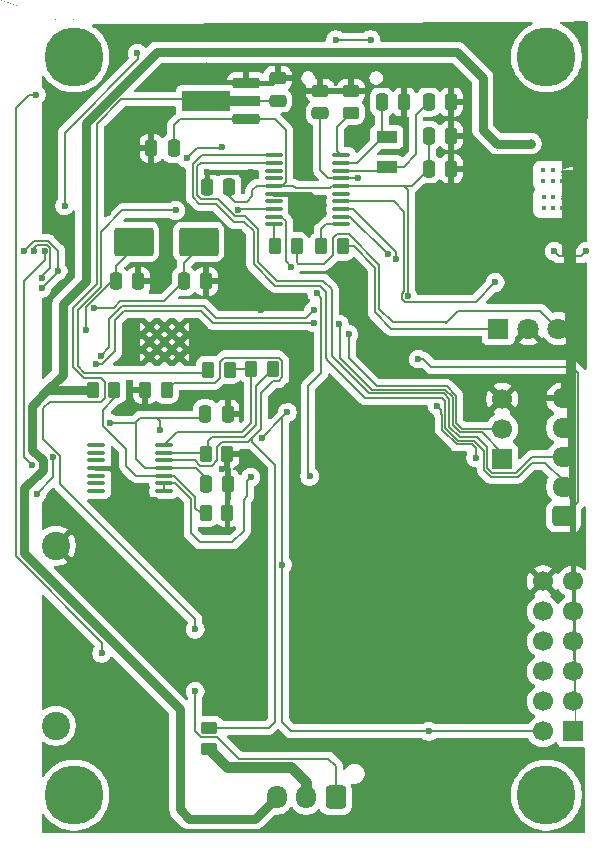
<source format=gbr>
%TF.GenerationSoftware,KiCad,Pcbnew,9.0.6*%
%TF.CreationDate,2025-12-18T05:42:00-08:00*%
%TF.ProjectId,bramble,6272616d-626c-4652-9e6b-696361645f70,rev?*%
%TF.SameCoordinates,Original*%
%TF.FileFunction,Copper,L2,Bot*%
%TF.FilePolarity,Positive*%
%FSLAX46Y46*%
G04 Gerber Fmt 4.6, Leading zero omitted, Abs format (unit mm)*
G04 Created by KiCad (PCBNEW 9.0.6) date 2025-12-18 05:42:00*
%MOMM*%
%LPD*%
G01*
G04 APERTURE LIST*
G04 Aperture macros list*
%AMRoundRect*
0 Rectangle with rounded corners*
0 $1 Rounding radius*
0 $2 $3 $4 $5 $6 $7 $8 $9 X,Y pos of 4 corners*
0 Add a 4 corners polygon primitive as box body*
4,1,4,$2,$3,$4,$5,$6,$7,$8,$9,$2,$3,0*
0 Add four circle primitives for the rounded corners*
1,1,$1+$1,$2,$3*
1,1,$1+$1,$4,$5*
1,1,$1+$1,$6,$7*
1,1,$1+$1,$8,$9*
0 Add four rect primitives between the rounded corners*
20,1,$1+$1,$2,$3,$4,$5,0*
20,1,$1+$1,$4,$5,$6,$7,0*
20,1,$1+$1,$6,$7,$8,$9,0*
20,1,$1+$1,$8,$9,$2,$3,0*%
%AMFreePoly0*
4,1,153,1.105981,0.379903,1.110496,0.379000,1.116000,0.379000,1.116981,0.378903,1.126981,0.376903,1.127857,0.376642,1.142857,0.370642,1.143236,0.370472,1.147052,0.368564,1.151857,0.366642,1.153000,0.366000,1.156798,0.363151,1.161572,0.360287,1.162000,0.360000,1.166000,0.357000,1.166536,0.356536,1.170288,0.352784,1.174000,0.350000,1.175000,0.349000,1.177784,0.345288,
1.181536,0.341536,1.182000,0.341000,1.185000,0.337000,1.185287,0.336572,1.188151,0.331798,1.191000,0.328000,1.191642,0.326857,1.193564,0.322052,1.195472,0.318236,1.195642,0.317857,1.201642,0.302857,1.201903,0.301981,1.203903,0.291981,1.204000,0.291000,1.204000,0.285496,1.204903,0.280981,1.205000,0.280000,1.205000,-1.830000,1.204903,-1.830981,1.204000,-1.835496,
1.204000,-1.841000,1.203903,-1.841981,1.201903,-1.851981,1.201642,-1.852857,1.195642,-1.867857,1.195472,-1.868236,1.193564,-1.872052,1.191642,-1.876857,1.191000,-1.878000,1.188151,-1.881798,1.185287,-1.886572,1.185000,-1.887000,1.182000,-1.891000,1.181536,-1.891536,1.177784,-1.895288,1.175000,-1.899000,1.174000,-1.900000,1.170288,-1.902784,1.166536,-1.906536,1.166000,-1.907000,
1.162000,-1.910000,1.161572,-1.910287,1.156798,-1.913151,1.153000,-1.916000,1.151857,-1.916642,1.147052,-1.918564,1.143236,-1.920472,1.142857,-1.920642,1.127857,-1.926642,1.126981,-1.926903,1.116981,-1.928903,1.116000,-1.929000,1.110496,-1.929000,1.105981,-1.929903,1.105000,-1.930000,-0.205000,-1.930000,-0.205981,-1.929903,-0.210496,-1.929000,-0.216000,-1.929000,-0.216981,-1.928903,
-0.226981,-1.926903,-0.227857,-1.926642,-0.242857,-1.920642,-0.243236,-1.920472,-0.247052,-1.918564,-0.251857,-1.916642,-0.253000,-1.916000,-0.256798,-1.913151,-0.261572,-1.910287,-0.262000,-1.910000,-0.266000,-1.907000,-0.266536,-1.906536,-0.270288,-1.902784,-0.274000,-1.900000,-0.275000,-1.899000,-0.277784,-1.895288,-0.281536,-1.891536,-0.282000,-1.891000,-0.285000,-1.887000,-0.285287,-1.886572,
-0.288151,-1.881798,-0.291000,-1.878000,-0.291642,-1.876857,-0.293564,-1.872052,-0.295472,-1.868236,-0.295642,-1.867857,-0.301642,-1.852857,-0.301903,-1.851981,-0.303903,-1.841981,-0.304000,-1.841000,-0.304000,-1.835496,-0.304903,-1.830981,-0.305000,-1.830000,-0.305000,0.280000,-0.304903,0.280981,-0.304000,0.285496,-0.304000,0.291000,-0.303903,0.291981,-0.301903,0.301981,-0.301642,0.302857,
-0.295642,0.317857,-0.295472,0.318236,-0.293564,0.322052,-0.291642,0.326857,-0.291000,0.328000,-0.288151,0.331798,-0.285287,0.336572,-0.285000,0.337000,-0.282000,0.341000,-0.281536,0.341536,-0.277784,0.345288,-0.275000,0.349000,-0.274000,0.350000,-0.270288,0.352784,-0.266536,0.356536,-0.266000,0.357000,-0.262000,0.360000,-0.261572,0.360287,-0.256798,0.363151,-0.253000,0.366000,
-0.251857,0.366642,-0.247052,0.368564,-0.243236,0.370472,-0.242857,0.370642,-0.227857,0.376642,-0.226981,0.376903,-0.216981,0.378903,-0.216000,0.379000,-0.210496,0.379000,-0.205981,0.379903,-0.205000,0.380000,1.105000,0.380000,1.105981,0.379903,1.105981,0.379903,$1*%
%AMFreePoly1*
4,1,9,5.362500,-0.866500,1.237500,-0.866500,1.237500,-0.450000,-1.237500,-0.450000,-1.237500,0.450000,1.237500,0.450000,1.237500,0.866500,5.362500,0.866500,5.362500,-0.866500,5.362500,-0.866500,$1*%
G04 Aperture macros list end*
%TA.AperFunction,SMDPad,CuDef*%
%ADD10RoundRect,0.250000X0.262500X0.450000X-0.262500X0.450000X-0.262500X-0.450000X0.262500X-0.450000X0*%
%TD*%
%TA.AperFunction,ComponentPad*%
%ADD11C,5.000000*%
%TD*%
%TA.AperFunction,ComponentPad*%
%ADD12C,0.600000*%
%TD*%
%TA.AperFunction,ComponentPad*%
%ADD13O,1.700000X1.950000*%
%TD*%
%TA.AperFunction,ComponentPad*%
%ADD14RoundRect,0.250000X0.600000X0.725000X-0.600000X0.725000X-0.600000X-0.725000X0.600000X-0.725000X0*%
%TD*%
%TA.AperFunction,ComponentPad*%
%ADD15C,0.450000*%
%TD*%
%TA.AperFunction,ComponentPad*%
%ADD16FreePoly0,270.000000*%
%TD*%
%TA.AperFunction,ComponentPad*%
%ADD17C,1.800000*%
%TD*%
%TA.AperFunction,ComponentPad*%
%ADD18R,1.800000X1.800000*%
%TD*%
%TA.AperFunction,ComponentPad*%
%ADD19C,1.700000*%
%TD*%
%TA.AperFunction,ComponentPad*%
%ADD20R,1.700000X1.700000*%
%TD*%
%TA.AperFunction,ComponentPad*%
%ADD21O,1.950000X1.700000*%
%TD*%
%TA.AperFunction,ComponentPad*%
%ADD22RoundRect,0.250000X0.725000X-0.600000X0.725000X0.600000X-0.725000X0.600000X-0.725000X-0.600000X0*%
%TD*%
%TA.AperFunction,ComponentPad*%
%ADD23C,2.400000*%
%TD*%
%TA.AperFunction,SMDPad,CuDef*%
%ADD24RoundRect,0.250000X-0.262500X-0.450000X0.262500X-0.450000X0.262500X0.450000X-0.262500X0.450000X0*%
%TD*%
%TA.AperFunction,SMDPad,CuDef*%
%ADD25RoundRect,0.250000X-0.250000X-0.475000X0.250000X-0.475000X0.250000X0.475000X-0.250000X0.475000X0*%
%TD*%
%TA.AperFunction,SMDPad,CuDef*%
%ADD26RoundRect,0.100000X0.637500X0.100000X-0.637500X0.100000X-0.637500X-0.100000X0.637500X-0.100000X0*%
%TD*%
%TA.AperFunction,SMDPad,CuDef*%
%ADD27RoundRect,0.250001X1.412499X0.949999X-1.412499X0.949999X-1.412499X-0.949999X1.412499X-0.949999X0*%
%TD*%
%TA.AperFunction,SMDPad,CuDef*%
%ADD28RoundRect,0.250000X0.250000X0.475000X-0.250000X0.475000X-0.250000X-0.475000X0.250000X-0.475000X0*%
%TD*%
%TA.AperFunction,SMDPad,CuDef*%
%ADD29R,1.800000X1.000000*%
%TD*%
%TA.AperFunction,SMDPad,CuDef*%
%ADD30RoundRect,0.225000X0.925000X0.225000X-0.925000X0.225000X-0.925000X-0.225000X0.925000X-0.225000X0*%
%TD*%
%TA.AperFunction,SMDPad,CuDef*%
%ADD31FreePoly1,180.000000*%
%TD*%
%TA.AperFunction,SMDPad,CuDef*%
%ADD32RoundRect,0.250000X-0.450000X0.262500X-0.450000X-0.262500X0.450000X-0.262500X0.450000X0.262500X0*%
%TD*%
%TA.AperFunction,SMDPad,CuDef*%
%ADD33RoundRect,0.250000X-0.475000X0.250000X-0.475000X-0.250000X0.475000X-0.250000X0.475000X0.250000X0*%
%TD*%
%TA.AperFunction,SMDPad,CuDef*%
%ADD34RoundRect,0.250000X0.450000X-0.262500X0.450000X0.262500X-0.450000X0.262500X-0.450000X-0.262500X0*%
%TD*%
%TA.AperFunction,ViaPad*%
%ADD35C,0.600000*%
%TD*%
%TA.AperFunction,ViaPad*%
%ADD36C,0.800000*%
%TD*%
%TA.AperFunction,Conductor*%
%ADD37C,0.200000*%
%TD*%
%TA.AperFunction,Conductor*%
%ADD38C,0.400000*%
%TD*%
%TA.AperFunction,Conductor*%
%ADD39C,0.800000*%
%TD*%
%TA.AperFunction,Conductor*%
%ADD40C,0.900000*%
%TD*%
G04 APERTURE END LIST*
D10*
%TO.P,R14,2*%
%TO.N,Net-(U2-PA5)*%
X33787500Y-33050000D03*
%TO.P,R14,1*%
%TO.N,Net-(D1-A2)*%
X35612500Y-33050000D03*
%TD*%
D11*
%TO.P,U$3,1*%
%TO.N,N/C*%
X56750000Y-17000000D03*
%TD*%
%TO.P,U$2,1*%
%TO.N,N/C*%
X16750000Y-79500000D03*
%TD*%
D12*
%TO.P,IC1,57,GND*%
%TO.N,GND*%
X23125000Y-42400000D03*
X24400000Y-42400000D03*
X25675000Y-42400000D03*
X23125000Y-41125000D03*
X24400000Y-41125000D03*
X25675000Y-41125000D03*
X23125000Y-39850000D03*
X24400000Y-39850000D03*
X25675000Y-39850000D03*
%TD*%
D13*
%TO.P,J2,3,Pin_3*%
%TO.N,+9V*%
X33900000Y-79700000D03*
%TO.P,J2,2,Pin_2*%
%TO.N,GNDPWR*%
X36400000Y-79700000D03*
D14*
%TO.P,J2,1,Pin_1*%
%TO.N,Net-(J2-Pin_1)*%
X38900000Y-79700000D03*
%TD*%
D15*
%TO.P,VR1,3,VOUT*%
%TO.N,+3V3*%
X56515000Y-29800000D03*
X57300000Y-29800000D03*
X58065000Y-29800000D03*
X56515000Y-28900000D03*
X57300000Y-28900000D03*
D16*
X58065000Y-28900000D03*
D15*
%TO.P,VR1,2,SW*%
%TO.N,unconnected-(VR1-SW-Pad2)*%
X56465000Y-27500000D03*
%TO.N,unconnected-(VR1-SW-Pad2)_1*%
X57265000Y-27500000D03*
%TO.N,unconnected-(VR1-SW-Pad2)_5*%
X58065000Y-27500000D03*
%TO.N,unconnected-(VR1-SW-Pad2)_4*%
X56465000Y-26600000D03*
%TO.N,unconnected-(VR1-SW-Pad2)_3*%
X57265000Y-26600000D03*
D16*
%TO.N,unconnected-(VR1-SW-Pad2)_2*%
X58065000Y-26600000D03*
%TD*%
D17*
%TO.P,D1,3,A2*%
%TO.N,Net-(D1-A2)*%
X57740000Y-40000000D03*
%TO.P,D1,2,K*%
%TO.N,GND*%
X55200000Y-40000000D03*
D18*
%TO.P,D1,1,A1*%
%TO.N,Net-(D1-A1)*%
X52660000Y-40000000D03*
%TD*%
D19*
%TO.P,J6,12,Pin_12*%
%TO.N,GND*%
X56450000Y-61410000D03*
%TO.P,J6,11,Pin_11*%
%TO.N,VDD*%
X58990000Y-61410000D03*
%TO.P,J6,10,Pin_10*%
%TO.N,/rp2040/MOTOR_LO_2*%
X56450000Y-63950000D03*
%TO.P,J6,9,Pin_9*%
%TO.N,/rp2040/VALVE_1*%
X58990000Y-63950000D03*
%TO.P,J6,8,Pin_8*%
%TO.N,/rp2040/MOTOR_LO_1*%
X56450000Y-66490000D03*
%TO.P,J6,7,Pin_7*%
%TO.N,/rp2040/VALVE_2*%
X58990000Y-66490000D03*
%TO.P,J6,6,Pin_6*%
%TO.N,/rp2040/MOTOR_HI_2*%
X56450000Y-69030000D03*
%TO.P,J6,5,Pin_5*%
%TO.N,/rp2040/VALVE_4*%
X58990000Y-69030000D03*
%TO.P,J6,4,Pin_4*%
%TO.N,/rp2040/MOTOR_HI_1*%
X56450000Y-71570000D03*
%TO.P,J6,3,Pin_3*%
%TO.N,/rp2040/VALVE_3*%
X58990000Y-71570000D03*
%TO.P,J6,2,Pin_2*%
%TO.N,+3V3*%
X56450000Y-74110000D03*
D20*
%TO.P,J6,1,Pin_1*%
%TO.N,+9V*%
X58990000Y-74110000D03*
%TD*%
D11*
%TO.P,U$4,1*%
%TO.N,N/C*%
X16750000Y-17000000D03*
%TD*%
D19*
%TO.P,J3,3,Pin_3*%
%TO.N,GND*%
X53000000Y-45950000D03*
%TO.P,J3,2,Pin_2*%
%TO.N,/rp2040/SWDIO*%
X53000000Y-48490000D03*
D20*
%TO.P,J3,1,Pin_1*%
%TO.N,/rp2040/SWCLK*%
X53000000Y-51030000D03*
%TD*%
D21*
%TO.P,J1,5,Pin_5*%
%TO.N,GND*%
X58200000Y-45900000D03*
%TO.P,J1,4,Pin_4*%
%TO.N,/pmu/NRST*%
X58200000Y-48400000D03*
%TO.P,J1,3,Pin_3*%
%TO.N,Net-(J1-Pin_3)*%
X58200000Y-50900000D03*
%TO.P,J1,2,Pin_2*%
%TO.N,Net-(J1-Pin_2)*%
X58200000Y-53400000D03*
D22*
%TO.P,J1,1,Pin_1*%
%TO.N,VDD*%
X58200000Y-55900000D03*
%TD*%
D11*
%TO.P,U$1,1*%
%TO.N,N/C*%
X56750000Y-79500000D03*
%TD*%
D23*
%TO.P,R8,2*%
%TO.N,GNDPWR*%
X15200000Y-73620000D03*
%TO.P,R8,1*%
%TO.N,GND*%
X15200000Y-58380000D03*
%TD*%
D24*
%TO.P,R10,2*%
%TO.N,Net-(R10-Pad2)*%
X29912500Y-43500000D03*
%TO.P,R10,1*%
%TO.N,/pmu/MEAS_CURRENT*%
X28087500Y-43500000D03*
%TD*%
D10*
%TO.P,R13,2*%
%TO.N,Net-(U2-PA4)*%
X37662500Y-33050000D03*
%TO.P,R13,1*%
%TO.N,Net-(D1-A1)*%
X39487500Y-33050000D03*
%TD*%
D25*
%TO.P,C7,2*%
%TO.N,GND*%
X44700000Y-20825000D03*
%TO.P,C7,1*%
%TO.N,Net-(U2-PC14-OSC32_IN)*%
X42800000Y-20825000D03*
%TD*%
D26*
%TO.P,U2,20,PA14*%
%TO.N,Net-(J1-Pin_2)*%
X33637500Y-25325000D03*
%TO.P,U2,19,PA13*%
%TO.N,Net-(J1-Pin_3)*%
X33637500Y-25975000D03*
%TO.P,U2,18,PA10*%
%TO.N,unconnected-(U2-PA10-Pad18)*%
X33637500Y-26625000D03*
%TO.P,U2,17,PA9*%
%TO.N,unconnected-(U2-PA9-Pad17)*%
X33637500Y-27275000D03*
%TO.P,U2,16,VDD*%
%TO.N,VDD*%
X33637500Y-27925000D03*
%TO.P,U2,15,VSS*%
%TO.N,GND*%
X33637500Y-28575000D03*
%TO.P,U2,14,PB1*%
%TO.N,unconnected-(U2-PB1-Pad14)*%
X33637500Y-29225000D03*
%TO.P,U2,13,PA7*%
%TO.N,/pmu/MEAS_CURRENT*%
X33637500Y-29875000D03*
%TO.P,U2,12,PA6*%
%TO.N,/pmu/MEAS_V*%
X33637500Y-30525000D03*
%TO.P,U2,11,PA5*%
%TO.N,Net-(U2-PA5)*%
X33637500Y-31175000D03*
%TO.P,U2,10,PA4*%
%TO.N,Net-(U2-PA4)*%
X39362500Y-31175000D03*
%TO.P,U2,9,PA3*%
%TO.N,/rp2040/TX*%
X39362500Y-30525000D03*
%TO.P,U2,8,PA2*%
%TO.N,/rp2040/RX*%
X39362500Y-29875000D03*
%TO.P,U2,7,PA1*%
%TO.N,/pmu/3V3_POWER_ON*%
X39362500Y-29225000D03*
%TO.P,U2,6,PA0-CK_IN*%
%TO.N,unconnected-(U2-PA0-CK_IN-Pad6)*%
X39362500Y-28575000D03*
%TO.P,U2,5,VDDA*%
%TO.N,VDD*%
X39362500Y-27925000D03*
%TO.P,U2,4,NRST*%
%TO.N,/pmu/NRST*%
X39362500Y-27275000D03*
%TO.P,U2,3,PC15-OSC32_OUT*%
%TO.N,Net-(U2-PC15-OSC32_OUT)*%
X39362500Y-26625000D03*
%TO.P,U2,2,PC14-OSC32_IN*%
%TO.N,Net-(U2-PC14-OSC32_IN)*%
X39362500Y-25975000D03*
%TO.P,U2,1,PB9-BOOT0*%
%TO.N,Net-(U2-PB9-BOOT0)*%
X39362500Y-25325000D03*
%TD*%
D27*
%TO.P,Y2,2,2*%
%TO.N,Net-(IC1-XIN)*%
X21787500Y-32650000D03*
%TO.P,Y2,1,1*%
%TO.N,Net-(C11-Pad2)*%
X27312500Y-32650000D03*
%TD*%
D25*
%TO.P,C3,2*%
%TO.N,GND*%
X48680000Y-23676667D03*
%TO.P,C3,1*%
%TO.N,VDD*%
X46780000Y-23676667D03*
%TD*%
%TO.P,TPS_C_OUT1,2,2*%
%TO.N,GND*%
X29790000Y-53170000D03*
%TO.P,TPS_C_OUT1,1,1*%
%TO.N,+3V3*%
X27890000Y-53170000D03*
%TD*%
D26*
%TO.P,U1,14*%
%TO.N,unconnected-(U1-Pad14)*%
X18637500Y-49850000D03*
%TO.P,U1,13,-*%
%TO.N,unconnected-(U1D---Pad13)*%
X18637500Y-50500000D03*
%TO.P,U1,12,+*%
%TO.N,unconnected-(U1D-+-Pad12)*%
X18637500Y-51150000D03*
%TO.P,U1,11,V-*%
%TO.N,GND*%
X18637500Y-51800000D03*
%TO.P,U1,10,+*%
%TO.N,unconnected-(U1C-+-Pad10)*%
X18637500Y-52450000D03*
%TO.P,U1,9,-*%
%TO.N,unconnected-(U1C---Pad9)*%
X18637500Y-53100000D03*
%TO.P,U1,8*%
%TO.N,unconnected-(U1-Pad8)*%
X18637500Y-53750000D03*
%TO.P,U1,7*%
%TO.N,/pmu/MEAS_V*%
X24362500Y-53750000D03*
%TO.P,U1,6,-*%
X24362500Y-53100000D03*
%TO.P,U1,5,+*%
%TO.N,Net-(U1B-+)*%
X24362500Y-52450000D03*
%TO.P,U1,4,V+*%
%TO.N,+3V3*%
X24362500Y-51800000D03*
%TO.P,U1,3,+*%
%TO.N,Net-(U1A-+)*%
X24362500Y-51150000D03*
%TO.P,U1,2,-*%
%TO.N,Net-(U1A--)*%
X24362500Y-50500000D03*
%TO.P,U1,1*%
%TO.N,Net-(R10-Pad2)*%
X24362500Y-49850000D03*
%TD*%
D10*
%TO.P,R12,2*%
%TO.N,Net-(U1B-+)*%
X27917500Y-55610000D03*
%TO.P,R12,1*%
%TO.N,GND*%
X29742500Y-55610000D03*
%TD*%
D25*
%TO.P,C8,2*%
%TO.N,GND*%
X48675000Y-20825000D03*
%TO.P,C8,1*%
%TO.N,Net-(U2-PC15-OSC32_OUT)*%
X46775000Y-20825000D03*
%TD*%
D28*
%TO.P,C10,2,2*%
%TO.N,Net-(IC1-XIN)*%
X20300000Y-36000000D03*
%TO.P,C10,1,1*%
%TO.N,GND*%
X22200000Y-36000000D03*
%TD*%
D10*
%TO.P,R9,2*%
%TO.N,Net-(R10-Pad2)*%
X31747500Y-43460000D03*
%TO.P,R9,1*%
%TO.N,Net-(U1A--)*%
X33572500Y-43460000D03*
%TD*%
%TO.P,R11,2*%
%TO.N,+9V*%
X18347500Y-45200000D03*
%TO.P,R11,1*%
%TO.N,Net-(U1B-+)*%
X20172500Y-45200000D03*
%TD*%
D29*
%TO.P,Y1,2,2*%
%TO.N,Net-(U2-PC15-OSC32_OUT)*%
X43225000Y-26302500D03*
%TO.P,Y1,1,1*%
%TO.N,Net-(U2-PC14-OSC32_IN)*%
X43225000Y-23802500D03*
%TD*%
D10*
%TO.P,R6,2*%
%TO.N,GND*%
X22757500Y-45200000D03*
%TO.P,R6,1*%
%TO.N,Net-(U1A-+)*%
X24582500Y-45200000D03*
%TD*%
D30*
%TO.P,U3,3,VO*%
%TO.N,VDD*%
X31337500Y-22250000D03*
D31*
%TO.P,U3,2,VI*%
%TO.N,Net-(J2-Pin_1)*%
X31250000Y-20750000D03*
D30*
%TO.P,U3,1,GND*%
%TO.N,GND*%
X31337500Y-19250000D03*
%TD*%
D25*
%TO.P,C5,2*%
%TO.N,VDD*%
X25200000Y-24750000D03*
%TO.P,C5,1*%
%TO.N,GND*%
X23300000Y-24750000D03*
%TD*%
%TO.P,TPS_C_IN1,2,2*%
%TO.N,GND*%
X29750000Y-47225000D03*
%TO.P,TPS_C_IN1,1,1*%
%TO.N,+3V3*%
X27850000Y-47225000D03*
%TD*%
D32*
%TO.P,R5,2*%
%TO.N,GNDPWR*%
X28200000Y-75622500D03*
%TO.P,R5,1*%
%TO.N,Net-(U1A-+)*%
X28200000Y-73797500D03*
%TD*%
D33*
%TO.P,C6,2*%
%TO.N,/pmu/NRST*%
X37600000Y-21770000D03*
%TO.P,C6,1*%
%TO.N,GND*%
X37600000Y-19870000D03*
%TD*%
D34*
%TO.P,R15,2*%
%TO.N,GND*%
X40200000Y-19887500D03*
%TO.P,R15,1*%
%TO.N,Net-(U2-PB9-BOOT0)*%
X40200000Y-21712500D03*
%TD*%
D25*
%TO.P,C1,2*%
%TO.N,GND*%
X48680000Y-26478333D03*
%TO.P,C1,1*%
%TO.N,VDD*%
X46780000Y-26478333D03*
%TD*%
D10*
%TO.P,R7,2*%
%TO.N,Net-(U1A--)*%
X27912500Y-50600000D03*
%TO.P,R7,1*%
%TO.N,GND*%
X29737500Y-50600000D03*
%TD*%
D33*
%TO.P,C4,2*%
%TO.N,Net-(J2-Pin_1)*%
X34000000Y-20700000D03*
%TO.P,C4,1*%
%TO.N,GND*%
X34000000Y-18800000D03*
%TD*%
D28*
%TO.P,C2,2*%
%TO.N,GND*%
X28000000Y-28000000D03*
%TO.P,C2,1*%
%TO.N,VDD*%
X29900000Y-28000000D03*
%TD*%
%TO.P,C11,2,2*%
%TO.N,Net-(C11-Pad2)*%
X26050000Y-36000000D03*
%TO.P,C11,1,1*%
%TO.N,GND*%
X27950000Y-36000000D03*
%TD*%
D35*
%TO.N,GND*%
X22280000Y-25830000D03*
X41000000Y-59840000D03*
X49400000Y-72900000D03*
X43000000Y-70775000D03*
X34500000Y-46100000D03*
X43900000Y-42100000D03*
X29250000Y-18250000D03*
X23580000Y-54490000D03*
X29300000Y-51900000D03*
X30750000Y-45500000D03*
X58912500Y-32950000D03*
X31750000Y-26750000D03*
X17050000Y-56550000D03*
X35400000Y-50750000D03*
X19628554Y-30228554D03*
X37100000Y-29000000D03*
X30000000Y-34522792D03*
X49400000Y-76150000D03*
X28000000Y-26750000D03*
X32600000Y-38400000D03*
%TO.N,Net-(J2-Pin_1)*%
X27000000Y-70700000D03*
X27000000Y-65450000D03*
D36*
%TO.N,+9V*%
X55450000Y-24350000D03*
D35*
%TO.N,Net-(C11-Pad2)*%
X18400000Y-38250000D03*
%TO.N,+3V3*%
X50750000Y-50950000D03*
X46800000Y-74110000D03*
X15950000Y-29600000D03*
X34390000Y-59990000D03*
X22100000Y-16700000D03*
X32650000Y-49300000D03*
X60100000Y-33450000D03*
X19796000Y-48000000D03*
X47500000Y-46550000D03*
X57425000Y-33475000D03*
X24040000Y-48590000D03*
X34809236Y-47103224D03*
%TO.N,/rp2040/SWDIO*%
X18595130Y-43017044D03*
X37054000Y-39500000D03*
X40000000Y-40500000D03*
%TO.N,/rp2040/MISO*%
X13181635Y-51568365D03*
X14250000Y-33400000D03*
%TO.N,/rp2040/SWCLK*%
X18996476Y-42325000D03*
X39213343Y-39650000D03*
X37054000Y-38450000D03*
%TO.N,/rp2040/MOSI*%
X13350000Y-33400000D03*
X13998000Y-35750000D03*
%TO.N,/rp2040/SCK*%
X12550000Y-33400000D03*
X15400000Y-35100000D03*
X14000000Y-36600000D03*
%TO.N,Net-(IC1-XIN)*%
X17750000Y-40100000D03*
%TO.N,/rp2040/~{RESET}*%
X14996446Y-50903554D03*
X13600000Y-54000000D03*
%TO.N,/rp2040/RX*%
X44025000Y-34150000D03*
%TO.N,/rp2040/TX*%
X43300000Y-33675000D03*
%TO.N,/rp2040/USBBOOT*%
X13551000Y-20199000D03*
X26300000Y-25600000D03*
X19100000Y-67500000D03*
X29300000Y-24600000D03*
%TO.N,/pmu/NRST*%
X40750000Y-27250000D03*
%TO.N,Net-(J4-D--PadA7)*%
X38900000Y-15550000D03*
X41850000Y-15550000D03*
%TO.N,/pmu/MEAS_V*%
X37300000Y-37000000D03*
X35150000Y-34750000D03*
X31700000Y-52598000D03*
X36700000Y-52500000D03*
%TO.N,VDD*%
X45000000Y-37250000D03*
X45887500Y-42581910D03*
%TO.N,/pmu/3V3_POWER_ON*%
X52400000Y-36100000D03*
%TO.N,/pmu/MEAS_CURRENT*%
X25350000Y-30000000D03*
X30650000Y-29951000D03*
%TD*%
D37*
%TO.N,/pmu/MEAS_V*%
X35150000Y-34750000D02*
X34676000Y-34276000D01*
X34676000Y-34276000D02*
X34676000Y-30906130D01*
X34676000Y-30906130D02*
X34294870Y-30525000D01*
X34294870Y-30525000D02*
X33637500Y-30525000D01*
%TO.N,Net-(D1-A2)*%
X35750000Y-34500000D02*
X35612500Y-34362500D01*
X35612500Y-34362500D02*
X35612500Y-33050000D01*
%TO.N,Net-(U2-PA5)*%
X33637500Y-31175000D02*
X33637500Y-32900000D01*
X33637500Y-32900000D02*
X33787500Y-33050000D01*
D38*
%TO.N,GND*%
X28000000Y-26750000D02*
X31750000Y-26750000D01*
X33664500Y-28602000D02*
X33637500Y-28575000D01*
X19800000Y-51800000D02*
X18637500Y-51800000D01*
X29700000Y-50600000D02*
X29737500Y-50600000D01*
X28000000Y-26750000D02*
X28000000Y-28000000D01*
X22490000Y-54490000D02*
X19800000Y-51800000D01*
X36702000Y-28602000D02*
X33664500Y-28602000D01*
X37100000Y-29000000D02*
X36702000Y-28602000D01*
X33550000Y-19250000D02*
X34000000Y-18800000D01*
D39*
X25675000Y-39850000D02*
X25650000Y-39850000D01*
D38*
X31337500Y-19250000D02*
X33550000Y-19250000D01*
X23580000Y-54490000D02*
X22490000Y-54490000D01*
D37*
%TO.N,Net-(J2-Pin_1)*%
X17201000Y-46201000D02*
X17200000Y-46200000D01*
X31100000Y-20600000D02*
X20750000Y-20600000D01*
X19359000Y-45885160D02*
X19043160Y-46201000D01*
X34000000Y-20700000D02*
X31300000Y-20700000D01*
X38275840Y-76425840D02*
X38900000Y-77050000D01*
X18700000Y-36232900D02*
X16649000Y-38283900D01*
X31250000Y-20750000D02*
X31100000Y-20600000D01*
X19043160Y-46201000D02*
X17201000Y-46201000D01*
X31300000Y-20700000D02*
X31250000Y-20750000D01*
X16649000Y-43249000D02*
X17599000Y-44199000D01*
X20750000Y-20600000D02*
X18700000Y-22650000D01*
X14150000Y-49350000D02*
X15600000Y-50800000D01*
X14700000Y-46200000D02*
X14150000Y-46750000D01*
X27000000Y-64600000D02*
X27000000Y-65450000D01*
X15600000Y-53200000D02*
X27000000Y-64600000D01*
X19359000Y-44500000D02*
X19359000Y-45885160D01*
X30700000Y-76425840D02*
X38275840Y-76425840D01*
X27514840Y-74611000D02*
X28885160Y-74611000D01*
X28885160Y-74611000D02*
X30700000Y-76425840D01*
X17599000Y-44199000D02*
X19058000Y-44199000D01*
X27000000Y-74096160D02*
X27000000Y-70700000D01*
X38900000Y-77050000D02*
X38900000Y-79700000D01*
X18700000Y-22650000D02*
X18700000Y-36232900D01*
X16649000Y-38283900D02*
X16649000Y-43249000D01*
X15600000Y-50800000D02*
X15600000Y-53200000D01*
X14150000Y-46750000D02*
X14150000Y-49350000D01*
X19058000Y-44199000D02*
X19359000Y-44500000D01*
X17200000Y-46200000D02*
X14700000Y-46200000D01*
X27000000Y-74096160D02*
X27514840Y-74611000D01*
D39*
%TO.N,+9V*%
X14500000Y-45200000D02*
X15800000Y-43900000D01*
X23758636Y-16600000D02*
X49200000Y-16600000D01*
X17750000Y-22608636D02*
X23758636Y-16600000D01*
X52550000Y-24350000D02*
X55450000Y-24350000D01*
X15800000Y-43900000D02*
X15800000Y-37950000D01*
X49200000Y-16600000D02*
X51350000Y-18750000D01*
X12524207Y-53500000D02*
X12500000Y-53500000D01*
X25700000Y-72200000D02*
X25700000Y-80700000D01*
X32100000Y-81500000D02*
X33900000Y-79700000D01*
X13175000Y-50250000D02*
X14082635Y-51157635D01*
X13175000Y-46525000D02*
X13175000Y-50250000D01*
X12500000Y-59000000D02*
X25700000Y-72200000D01*
X51350000Y-18750000D02*
X51350000Y-23150000D01*
X14082635Y-51941572D02*
X12524207Y-53500000D01*
X18347500Y-45200000D02*
X14500000Y-45200000D01*
X17750000Y-36000000D02*
X17750000Y-22608636D01*
X12500000Y-53500000D02*
X12500000Y-59000000D01*
X14082635Y-51157635D02*
X14082635Y-51941572D01*
X26500000Y-81500000D02*
X32100000Y-81500000D01*
X14500000Y-45200000D02*
X13175000Y-46525000D01*
X51350000Y-23150000D02*
X52550000Y-24350000D01*
X25700000Y-80700000D02*
X26500000Y-81500000D01*
X15800000Y-37950000D02*
X17750000Y-36000000D01*
D37*
%TO.N,Net-(C11-Pad2)*%
X24352000Y-37698000D02*
X20667800Y-37698000D01*
X18400000Y-38250000D02*
X20115800Y-38250000D01*
X26050000Y-34462500D02*
X27762500Y-32750000D01*
X20667800Y-37698000D02*
X20115800Y-38250000D01*
X26050000Y-36000000D02*
X24352000Y-37698000D01*
X26050000Y-36000000D02*
X26050000Y-34462500D01*
%TO.N,+3V3*%
X22158636Y-16758636D02*
X22158636Y-17208636D01*
X19796000Y-48000000D02*
X21930000Y-48000000D01*
X15950000Y-23417272D02*
X22158636Y-17208636D01*
X24040000Y-48590000D02*
X24040000Y-47865000D01*
X15950000Y-29600000D02*
X15950000Y-23417272D01*
X32650000Y-49300000D02*
X32650000Y-49230000D01*
X27046740Y-51800000D02*
X27890000Y-52643260D01*
X47850000Y-46900000D02*
X47500000Y-46550000D01*
X50402000Y-49802000D02*
X49149288Y-49802000D01*
X59700000Y-33850000D02*
X60100000Y-33450000D01*
X56450000Y-74110000D02*
X46800000Y-74110000D01*
X46800000Y-74110000D02*
X35150000Y-74110000D01*
X34390000Y-59990000D02*
X34390000Y-47490000D01*
X34776776Y-47103224D02*
X34809236Y-47103224D01*
X32650000Y-49300000D02*
X32600000Y-49250000D01*
X21930000Y-48000000D02*
X22010000Y-47920000D01*
X27890000Y-53170000D02*
X27890000Y-52643260D01*
X24362500Y-51800000D02*
X27046740Y-51800000D01*
X32650000Y-49230000D02*
X34390000Y-47490000D01*
X47850000Y-47250000D02*
X47850000Y-46900000D01*
X47896000Y-48548712D02*
X47896000Y-47296000D01*
X34390000Y-59990000D02*
X34390000Y-73350000D01*
X50750000Y-50950000D02*
X50750000Y-50150000D01*
X22355000Y-47575000D02*
X22010000Y-47920000D01*
X22740000Y-51800000D02*
X22010000Y-51070000D01*
X50750000Y-50150000D02*
X50402000Y-49802000D01*
X57800000Y-33850000D02*
X59700000Y-33850000D01*
X57425000Y-33475000D02*
X57800000Y-33850000D01*
X49149288Y-49802000D02*
X47896000Y-48548712D01*
X23750000Y-47575000D02*
X22355000Y-47575000D01*
X22100000Y-16700000D02*
X22158636Y-16758636D01*
X24040000Y-47865000D02*
X23750000Y-47575000D01*
X24362500Y-51800000D02*
X22740000Y-51800000D01*
X28050000Y-47575000D02*
X23750000Y-47575000D01*
X35150000Y-74110000D02*
X34390000Y-73350000D01*
X47896000Y-47296000D02*
X47850000Y-47250000D01*
X22010000Y-51070000D02*
X22010000Y-47920000D01*
X34390000Y-47490000D02*
X34776776Y-47103224D01*
%TO.N,/rp2040/SWDIO*%
X48323678Y-44898000D02*
X49100000Y-45674322D01*
X40000000Y-40500000D02*
X40000000Y-42500000D01*
X19154375Y-43017044D02*
X18595130Y-43017044D01*
X42398000Y-44898000D02*
X48323678Y-44898000D01*
X21000000Y-38500000D02*
X20250000Y-39250000D01*
X20250000Y-41921419D02*
X19154375Y-43017044D01*
X49100000Y-48000000D02*
X49590000Y-48490000D01*
X49100000Y-45674322D02*
X49100000Y-48000000D01*
X37054000Y-39500000D02*
X28500000Y-39500000D01*
X40000000Y-42500000D02*
X42398000Y-44898000D01*
X28500000Y-39500000D02*
X27500000Y-38500000D01*
X49590000Y-48490000D02*
X53000000Y-48490000D01*
X20250000Y-39250000D02*
X20250000Y-41921419D01*
X27500000Y-38500000D02*
X21000000Y-38500000D01*
%TO.N,/rp2040/MISO*%
X14250000Y-33400000D02*
X14250000Y-34224000D01*
X12474000Y-36000000D02*
X12474000Y-50860730D01*
X12474000Y-50860730D02*
X13181635Y-51568365D01*
X14250000Y-34224000D02*
X12474000Y-36000000D01*
%TO.N,/rp2040/SWCLK*%
X28750000Y-39099000D02*
X27750000Y-38099000D01*
X19750000Y-41571476D02*
X18996476Y-42325000D01*
X37054000Y-38450000D02*
X37004000Y-38500000D01*
X39213343Y-39650000D02*
X39250000Y-39686657D01*
X36401000Y-39099000D02*
X28750000Y-39099000D01*
X27750000Y-38099000D02*
X20833900Y-38099000D01*
X20833900Y-38099000D02*
X19750000Y-39182900D01*
X48799000Y-48174678D02*
X49425322Y-48801000D01*
X39250000Y-39686657D02*
X39250000Y-42500000D01*
X37000000Y-38500000D02*
X36401000Y-39099000D01*
X49425322Y-48801000D02*
X51301000Y-48801000D01*
X53000000Y-50500000D02*
X53000000Y-51030000D01*
X48799000Y-45799000D02*
X48799000Y-48174678D01*
X48199000Y-45199000D02*
X48799000Y-45799000D01*
X39250000Y-42500000D02*
X41949000Y-45199000D01*
X41949000Y-45199000D02*
X48199000Y-45199000D01*
X51301000Y-48801000D02*
X53000000Y-50500000D01*
X37004000Y-38500000D02*
X37000000Y-38500000D01*
X19750000Y-39182900D02*
X19750000Y-41571476D01*
%TO.N,/rp2040/MOSI*%
X14751000Y-33192479D02*
X14458521Y-32900000D01*
X13650000Y-32900000D02*
X13350000Y-33200000D01*
X14751000Y-34849000D02*
X14751000Y-33192479D01*
X14458521Y-32900000D02*
X13650000Y-32900000D01*
X13998000Y-35750000D02*
X14036896Y-35711104D01*
X14036896Y-35711104D02*
X14036896Y-35563104D01*
X14036896Y-35563104D02*
X14751000Y-34849000D01*
X13350000Y-33200000D02*
X13350000Y-33400000D01*
%TO.N,/rp2040/SCK*%
X15400000Y-35100000D02*
X15400000Y-35200000D01*
X15400000Y-33415801D02*
X14583199Y-32599000D01*
X15400000Y-35100000D02*
X15400000Y-33415801D01*
X15400000Y-35200000D02*
X14000000Y-36600000D01*
X14583199Y-32599000D02*
X13351000Y-32599000D01*
X13351000Y-32599000D02*
X12550000Y-33400000D01*
%TO.N,Net-(IC1-XIN)*%
X20300000Y-34687500D02*
X22237500Y-32750000D01*
X17750000Y-40100000D02*
X17750000Y-38191479D01*
X19941479Y-36000000D02*
X20300000Y-36000000D01*
X20300000Y-36000000D02*
X20300000Y-34687500D01*
X17750000Y-38191479D02*
X19941479Y-36000000D01*
%TO.N,/rp2040/~{RESET}*%
X15000000Y-52600000D02*
X13600000Y-54000000D01*
X14996446Y-50903554D02*
X15000000Y-50907108D01*
X15000000Y-50907108D02*
X15000000Y-52600000D01*
%TO.N,/rp2040/RX*%
X39362500Y-29875000D02*
X40349943Y-29875000D01*
X40349943Y-29875000D02*
X44025000Y-33550057D01*
X44025000Y-33550057D02*
X44025000Y-34150000D01*
%TO.N,/rp2040/TX*%
X40150000Y-30525000D02*
X43300000Y-33675000D01*
X39362500Y-30525000D02*
X40150000Y-30525000D01*
%TO.N,/rp2040/USBBOOT*%
X12950000Y-20200000D02*
X11800000Y-21350000D01*
X11799000Y-32501000D02*
X11799000Y-59290364D01*
X11800000Y-32500000D02*
X11799000Y-32501000D01*
X11800000Y-21350000D02*
X11800000Y-32500000D01*
X27150000Y-24750000D02*
X29150000Y-24750000D01*
X11799000Y-59290364D02*
X19100000Y-66591364D01*
X26300000Y-25600000D02*
X27150000Y-24750000D01*
X29150000Y-24750000D02*
X29300000Y-24600000D01*
X19100000Y-66591364D02*
X19100000Y-67500000D01*
X13550000Y-20200000D02*
X12950000Y-20200000D01*
%TO.N,Net-(J1-Pin_2)*%
X51450000Y-50351000D02*
X50600000Y-49501000D01*
X48197000Y-48424034D02*
X48197000Y-46147000D01*
X49273966Y-49501000D02*
X48197000Y-48424034D01*
X58200000Y-53400000D02*
X58200000Y-52950000D01*
X38099000Y-36899000D02*
X37574028Y-36374028D01*
X26798000Y-26109900D02*
X27587900Y-25320000D01*
X55500000Y-51350000D02*
X54300000Y-52550000D01*
X27587900Y-25320000D02*
X27830000Y-25320000D01*
X38150000Y-42650000D02*
X38150000Y-42534200D01*
X56600000Y-51350000D02*
X55500000Y-51350000D01*
X31949000Y-34566100D02*
X31949000Y-31766100D01*
X31166450Y-30983550D02*
X30283550Y-30983550D01*
X28759900Y-29427000D02*
X27348740Y-29427000D01*
X41350000Y-45850000D02*
X38150000Y-42650000D01*
X27835000Y-25325000D02*
X33637500Y-25325000D01*
X31949000Y-31766100D02*
X31166450Y-30983550D01*
X28759900Y-29459900D02*
X28759900Y-29427000D01*
X37574028Y-36374028D02*
X33756928Y-36374028D01*
X27348740Y-29427000D02*
X26798000Y-28876260D01*
X54300000Y-52550000D02*
X52024322Y-52550000D01*
X38099000Y-42483200D02*
X38099000Y-36899000D01*
X38150000Y-42534200D02*
X38099000Y-42483200D01*
X33756928Y-36374028D02*
X31949000Y-34566100D01*
X52024322Y-52550000D02*
X51450000Y-51975678D01*
X58200000Y-52950000D02*
X56600000Y-51350000D01*
X47900000Y-45850000D02*
X41350000Y-45850000D01*
X26798000Y-28876260D02*
X26798000Y-26109900D01*
X27830000Y-25320000D02*
X27835000Y-25325000D01*
X48197000Y-46147000D02*
X47900000Y-45850000D01*
X30283550Y-30983550D02*
X28759900Y-29459900D01*
X51450000Y-51975678D02*
X51450000Y-50351000D01*
X50600000Y-49501000D02*
X49273966Y-49501000D01*
%TO.N,/pmu/NRST*%
X40725000Y-27275000D02*
X40750000Y-27250000D01*
X37600000Y-26600000D02*
X37600000Y-21770000D01*
X39362500Y-27275000D02*
X40725000Y-27275000D01*
X38275000Y-27275000D02*
X37600000Y-26600000D01*
X39362500Y-27275000D02*
X38275000Y-27275000D01*
%TO.N,Net-(J1-Pin_3)*%
X28926000Y-29026000D02*
X30351000Y-30451000D01*
X33900000Y-35950000D02*
X37850000Y-35950000D01*
X27199000Y-28710160D02*
X27514840Y-29026000D01*
X30351000Y-30451000D02*
X31199000Y-30451000D01*
X33637500Y-25975000D02*
X27500000Y-25975000D01*
X32350000Y-34400000D02*
X33900000Y-35950000D01*
X27514840Y-29026000D02*
X28926000Y-29026000D01*
X48498000Y-48299356D02*
X49398644Y-49200000D01*
X54150000Y-52250000D02*
X55500000Y-50900000D01*
X27199000Y-26276000D02*
X27199000Y-28710160D01*
X52150000Y-52250000D02*
X54150000Y-52250000D01*
X31199000Y-30451000D02*
X31200000Y-30450000D01*
X48498000Y-45948000D02*
X48498000Y-48299356D01*
X37850000Y-35950000D02*
X38550000Y-36650000D01*
X38550000Y-36650000D02*
X38550000Y-42367100D01*
X55500000Y-50900000D02*
X58200000Y-50900000D01*
X48050000Y-45500000D02*
X48498000Y-45948000D01*
X50900000Y-49200000D02*
X51750000Y-50050000D01*
X32350000Y-31600000D02*
X32350000Y-34400000D01*
X38550000Y-42367100D02*
X41682900Y-45500000D01*
X41682900Y-45500000D02*
X48050000Y-45500000D01*
X51750000Y-51850000D02*
X52150000Y-52250000D01*
X31200000Y-30450000D02*
X32350000Y-31600000D01*
X51750000Y-50050000D02*
X51750000Y-51850000D01*
X49398644Y-49200000D02*
X50900000Y-49200000D01*
X27500000Y-25975000D02*
X27199000Y-26276000D01*
%TO.N,Net-(J4-D--PadA7)*%
X41850000Y-15550000D02*
X38900000Y-15550000D01*
%TO.N,Net-(U2-PC14-OSC32_IN)*%
X39362500Y-25975000D02*
X40725000Y-25975000D01*
X40725000Y-25975000D02*
X42897500Y-23802500D01*
X42897500Y-23802500D02*
X43225000Y-23802500D01*
X42800000Y-23377500D02*
X43225000Y-23802500D01*
X42800000Y-20825000D02*
X42800000Y-23377500D01*
%TO.N,Net-(U2-PC15-OSC32_OUT)*%
X45700000Y-21900000D02*
X46775000Y-20825000D01*
X42902500Y-26625000D02*
X43225000Y-26302500D01*
X45700000Y-25250000D02*
X45700000Y-21900000D01*
X43225000Y-26302500D02*
X44647500Y-26302500D01*
X39362500Y-26625000D02*
X42902500Y-26625000D01*
X44647500Y-26302500D02*
X45700000Y-25250000D01*
D40*
%TO.N,GNDPWR*%
X36400000Y-79700000D02*
X36400000Y-78400000D01*
X29727500Y-77150000D02*
X35150000Y-77150000D01*
X36400000Y-78400000D02*
X35150000Y-77150000D01*
X28200000Y-75622500D02*
X29727500Y-77150000D01*
D37*
%TO.N,Net-(U1A-+)*%
X27414840Y-51601000D02*
X28410160Y-51601000D01*
X31840000Y-49260057D02*
X31840000Y-49615000D01*
X33775000Y-51550000D02*
X31840000Y-49615000D01*
X28850000Y-51161160D02*
X28850000Y-49988840D01*
X34386000Y-44145160D02*
X34070160Y-44461000D01*
X26963840Y-51150000D02*
X27414840Y-51601000D01*
X33775000Y-51550000D02*
X33775000Y-73275000D01*
X33775000Y-73275000D02*
X33252500Y-73797500D01*
X24362500Y-51150000D02*
X26963840Y-51150000D01*
X34070160Y-42459000D02*
X34386000Y-42774840D01*
X29099000Y-44151000D02*
X29099000Y-42814840D01*
X34070160Y-44461000D02*
X33559000Y-44461000D01*
X33559000Y-44461000D02*
X32580000Y-45440000D01*
X32580000Y-45440000D02*
X32580000Y-48520057D01*
X32580000Y-48520057D02*
X31840000Y-49260057D01*
X28410160Y-51601000D02*
X28850000Y-51161160D01*
X29238840Y-49600000D02*
X31500057Y-49600000D01*
X28850000Y-49988840D02*
X29238840Y-49600000D01*
X34386000Y-42774840D02*
X34386000Y-44145160D01*
X29099000Y-42814840D02*
X29454840Y-42459000D01*
X28650000Y-44600000D02*
X29099000Y-44151000D01*
X25182500Y-44600000D02*
X28650000Y-44600000D01*
X33252500Y-73797500D02*
X28200000Y-73797500D01*
X31500057Y-49600000D02*
X31840000Y-49260057D01*
X24582500Y-45200000D02*
X25182500Y-44600000D01*
X29454840Y-42459000D02*
X34070160Y-42459000D01*
%TO.N,Net-(U1A--)*%
X32160000Y-44872500D02*
X33572500Y-43460000D01*
X27987500Y-50500000D02*
X28087500Y-50400000D01*
X28440000Y-49180000D02*
X31117100Y-49180000D01*
X31117100Y-49180000D02*
X32160000Y-48137100D01*
X32160000Y-48137100D02*
X32160000Y-44872500D01*
X24362500Y-50500000D02*
X27987500Y-50500000D01*
X28087500Y-49532500D02*
X28440000Y-49180000D01*
X28087500Y-50400000D02*
X28087500Y-49532500D01*
%TO.N,Net-(U1B-+)*%
X24362500Y-52450000D02*
X22010000Y-52450000D01*
X27025000Y-55175000D02*
X27460000Y-55610000D01*
X24362500Y-52450000D02*
X25200000Y-52450000D01*
X21180000Y-51620000D02*
X21180000Y-50233943D01*
X19195000Y-48248943D02*
X19195000Y-46877500D01*
X25200000Y-52450000D02*
X27025000Y-54275000D01*
X22010000Y-52450000D02*
X21180000Y-51620000D01*
X27917500Y-55610000D02*
X27460000Y-55610000D01*
X19195000Y-46877500D02*
X20172500Y-45900000D01*
X20172500Y-45900000D02*
X20172500Y-45200000D01*
X21180000Y-50233943D02*
X19195000Y-48248943D01*
X27025000Y-55175000D02*
X27025000Y-54275000D01*
X28087500Y-55610000D02*
X27520000Y-55610000D01*
%TO.N,Net-(U2-PB9-BOOT0)*%
X39000000Y-22912500D02*
X39000000Y-24962500D01*
X39000000Y-24962500D02*
X39362500Y-25325000D01*
X40200000Y-21712500D02*
X39000000Y-22912500D01*
%TO.N,Net-(D1-A1)*%
X52660000Y-40000000D02*
X43600000Y-40000000D01*
X40450000Y-33050000D02*
X39487500Y-33050000D01*
X43600000Y-40000000D02*
X42199000Y-38599000D01*
X42199000Y-34766100D02*
X42166100Y-34766100D01*
X42166100Y-34766100D02*
X40450000Y-33050000D01*
X42199000Y-38599000D02*
X42199000Y-34766100D01*
%TO.N,Net-(D1-A2)*%
X42600000Y-34600000D02*
X40000000Y-32000000D01*
X40000000Y-32000000D02*
X39038840Y-32000000D01*
X57740000Y-40000000D02*
X56240000Y-38500000D01*
X56240000Y-38500000D02*
X49250000Y-38500000D01*
X37909160Y-34500000D02*
X35750000Y-34500000D01*
X42600000Y-38357900D02*
X42600000Y-34600000D01*
X43721050Y-39478950D02*
X42600000Y-38357900D01*
X39038840Y-32000000D02*
X38674000Y-32364840D01*
X38674000Y-32364840D02*
X38674000Y-33735160D01*
X49250000Y-38500000D02*
X48250000Y-39500000D01*
X38674000Y-33735160D02*
X37909160Y-34500000D01*
X48228950Y-39478950D02*
X43721050Y-39478950D01*
X48250000Y-39500000D02*
X48228950Y-39478950D01*
%TO.N,/pmu/MEAS_V*%
X31100000Y-57150000D02*
X30150000Y-58100000D01*
X37674972Y-37374972D02*
X37300000Y-37000000D01*
X36550000Y-44900000D02*
X37674972Y-43775028D01*
X31400000Y-54200000D02*
X31100000Y-54500000D01*
X26624000Y-57274000D02*
X26624000Y-54450000D01*
X31100000Y-54500000D02*
X31100000Y-57150000D01*
X30150000Y-58100000D02*
X27450000Y-58100000D01*
X36550000Y-52350000D02*
X36700000Y-52500000D01*
X36550000Y-44900000D02*
X36550000Y-52350000D01*
X31400000Y-52898000D02*
X31400000Y-54200000D01*
X24362500Y-53750000D02*
X24362500Y-53100000D01*
X25274000Y-53100000D02*
X24362500Y-53100000D01*
X37674972Y-43775028D02*
X37674972Y-37374972D01*
X26624000Y-54450000D02*
X25274000Y-53100000D01*
X27450000Y-58100000D02*
X26624000Y-57274000D01*
X31700000Y-52598000D02*
X31400000Y-52898000D01*
%TO.N,Net-(U2-PA4)*%
X37650000Y-31600000D02*
X37662500Y-31612500D01*
X38075000Y-31175000D02*
X37650000Y-31600000D01*
X39362500Y-31175000D02*
X38075000Y-31175000D01*
X37662500Y-31612500D02*
X37662500Y-33050000D01*
%TO.N,VDD*%
X38449001Y-28101000D02*
X38625001Y-27925000D01*
X29900000Y-28000000D02*
X29900000Y-28800000D01*
X33750000Y-22250000D02*
X31337500Y-22250000D01*
X31850000Y-28300000D02*
X32225000Y-27925000D01*
X35501057Y-28101000D02*
X38449001Y-28101000D01*
X39362500Y-27925000D02*
X44650000Y-27925000D01*
X31400000Y-29250000D02*
X31850000Y-28800000D01*
X31337500Y-22250000D02*
X25750000Y-22250000D01*
X34374999Y-27925000D02*
X34676000Y-27623999D01*
X29900000Y-28800000D02*
X30350000Y-29250000D01*
X38625001Y-27925000D02*
X39362500Y-27925000D01*
X46780000Y-23676667D02*
X46780000Y-26478333D01*
X45000000Y-28275000D02*
X44650000Y-27925000D01*
X47000000Y-43250000D02*
X58900000Y-43250000D01*
X58900000Y-43250000D02*
X59376000Y-43726000D01*
X34374999Y-27925000D02*
X33637500Y-27925000D01*
X45333333Y-27925000D02*
X44650000Y-27925000D01*
X59376000Y-54724000D02*
X58200000Y-55900000D01*
X45000000Y-37250000D02*
X45000000Y-28275000D01*
X59376000Y-43726000D02*
X59376000Y-54724000D01*
X32225000Y-27925000D02*
X33637500Y-27925000D01*
X34676000Y-23176000D02*
X33750000Y-22250000D01*
X30350000Y-29250000D02*
X31400000Y-29250000D01*
X46780000Y-26478333D02*
X45333333Y-27925000D01*
X25750000Y-22250000D02*
X25200000Y-22800000D01*
X25200000Y-22800000D02*
X25200000Y-24750000D01*
X46331910Y-42581910D02*
X47000000Y-43250000D01*
X35325057Y-27925000D02*
X35501057Y-28101000D01*
X31850000Y-28800000D02*
X31850000Y-28300000D01*
X33637500Y-27925000D02*
X35325057Y-27925000D01*
X34676000Y-27623999D02*
X34676000Y-23176000D01*
X45887500Y-42581910D02*
X46331910Y-42581910D01*
X39362500Y-27925000D02*
X38575000Y-27925000D01*
%TO.N,/pmu/3V3_POWER_ON*%
X44699000Y-36842479D02*
X44499000Y-37042479D01*
X39362500Y-29225000D02*
X43825000Y-29225000D01*
X44699000Y-30099000D02*
X44699000Y-36842479D01*
X44791479Y-37750000D02*
X50750000Y-37750000D01*
X50750000Y-37750000D02*
X52400000Y-36100000D01*
X44499000Y-37457521D02*
X44791479Y-37750000D01*
X43825000Y-29225000D02*
X44699000Y-30099000D01*
X44499000Y-37042479D02*
X44499000Y-37457521D01*
%TO.N,Net-(R10-Pad2)*%
X25433500Y-48779000D02*
X30951000Y-48779000D01*
X30951000Y-48779000D02*
X31747500Y-47982500D01*
X24362500Y-49850000D02*
X25433500Y-48779000D01*
X29952500Y-43460000D02*
X29912500Y-43500000D01*
X31747500Y-43460000D02*
X29952500Y-43460000D01*
X31747500Y-47982500D02*
X31747500Y-43460000D01*
%TO.N,/pmu/MEAS_CURRENT*%
X17600000Y-43750000D02*
X27837500Y-43750000D01*
X25350000Y-30000000D02*
X20850000Y-30000000D01*
X17050000Y-43200000D02*
X17600000Y-43750000D01*
X30650000Y-29951000D02*
X30701000Y-29951000D01*
X19050000Y-36450000D02*
X17050000Y-38450000D01*
X30650000Y-29951000D02*
X30726000Y-29875000D01*
X17050000Y-38450000D02*
X17050000Y-43200000D01*
X20850000Y-30000000D02*
X19050000Y-31800000D01*
X19050000Y-31800000D02*
X19050000Y-36450000D01*
X27837500Y-43750000D02*
X28087500Y-43500000D01*
X30726000Y-29875000D02*
X33637500Y-29875000D01*
%TD*%
%TA.AperFunction,Conductor*%
%TO.N,GND*%
G36*
X14205203Y-62546248D02*
G01*
X14211681Y-62552280D01*
X18463181Y-66803780D01*
X18477884Y-66830707D01*
X18494477Y-66856526D01*
X18495368Y-66862726D01*
X18496666Y-66865103D01*
X18499500Y-66891461D01*
X18499500Y-66920234D01*
X18479815Y-66987273D01*
X18478602Y-66989125D01*
X18390609Y-67120814D01*
X18390602Y-67120827D01*
X18330264Y-67266498D01*
X18330261Y-67266510D01*
X18299500Y-67421153D01*
X18299500Y-67578846D01*
X18330261Y-67733489D01*
X18330264Y-67733501D01*
X18390602Y-67879172D01*
X18390609Y-67879185D01*
X18478210Y-68010288D01*
X18478213Y-68010292D01*
X18589707Y-68121786D01*
X18589711Y-68121789D01*
X18720814Y-68209390D01*
X18720827Y-68209397D01*
X18866498Y-68269735D01*
X18866503Y-68269737D01*
X19021153Y-68300499D01*
X19021156Y-68300500D01*
X19021158Y-68300500D01*
X19178844Y-68300500D01*
X19178845Y-68300499D01*
X19333497Y-68269737D01*
X19479179Y-68209394D01*
X19610289Y-68121789D01*
X19721789Y-68010289D01*
X19809394Y-67879179D01*
X19825156Y-67841124D01*
X19868993Y-67786724D01*
X19935286Y-67764657D01*
X20002986Y-67781934D01*
X20027397Y-67800897D01*
X24763181Y-72536681D01*
X24796666Y-72598004D01*
X24799500Y-72624362D01*
X24799500Y-80788696D01*
X24834103Y-80962658D01*
X24834105Y-80962666D01*
X24868046Y-81044606D01*
X24901987Y-81126547D01*
X24934696Y-81175499D01*
X24977151Y-81239037D01*
X25000537Y-81274038D01*
X25925960Y-82199461D01*
X25925964Y-82199464D01*
X26073446Y-82298009D01*
X26073452Y-82298012D01*
X26073453Y-82298013D01*
X26237334Y-82365895D01*
X26411303Y-82400499D01*
X26411307Y-82400500D01*
X26411308Y-82400500D01*
X32188693Y-82400500D01*
X32188694Y-82400499D01*
X32362666Y-82365895D01*
X32444606Y-82331953D01*
X32526547Y-82298013D01*
X32614959Y-82238936D01*
X32674036Y-82199464D01*
X33666412Y-81207086D01*
X33727733Y-81173603D01*
X33773485Y-81172296D01*
X33793713Y-81175500D01*
X33793718Y-81175500D01*
X34006286Y-81175500D01*
X34006287Y-81175500D01*
X34216243Y-81142246D01*
X34418412Y-81076557D01*
X34607816Y-80980051D01*
X34644109Y-80953683D01*
X34779786Y-80855109D01*
X34779788Y-80855106D01*
X34779792Y-80855104D01*
X34930104Y-80704792D01*
X35049683Y-80540204D01*
X35105011Y-80497540D01*
X35174624Y-80491561D01*
X35236420Y-80524166D01*
X35250313Y-80540199D01*
X35330125Y-80650051D01*
X35369896Y-80704792D01*
X35520213Y-80855109D01*
X35692179Y-80980048D01*
X35692181Y-80980049D01*
X35692184Y-80980051D01*
X35881588Y-81076557D01*
X36083757Y-81142246D01*
X36293713Y-81175500D01*
X36293714Y-81175500D01*
X36506286Y-81175500D01*
X36506287Y-81175500D01*
X36716243Y-81142246D01*
X36918412Y-81076557D01*
X37107816Y-80980051D01*
X37279792Y-80855104D01*
X37418604Y-80716291D01*
X37479923Y-80682809D01*
X37549615Y-80687793D01*
X37605549Y-80729664D01*
X37611821Y-80738878D01*
X37615185Y-80744333D01*
X37615186Y-80744334D01*
X37707288Y-80893656D01*
X37831344Y-81017712D01*
X37980666Y-81109814D01*
X38147203Y-81164999D01*
X38249991Y-81175500D01*
X39550008Y-81175499D01*
X39652797Y-81164999D01*
X39819334Y-81109814D01*
X39968656Y-81017712D01*
X40092712Y-80893656D01*
X40184814Y-80744334D01*
X40239999Y-80577797D01*
X40250500Y-80475009D01*
X40250499Y-79331491D01*
X53749500Y-79331491D01*
X53749500Y-79668508D01*
X53787231Y-80003381D01*
X53787233Y-80003397D01*
X53862223Y-80331953D01*
X53862227Y-80331965D01*
X53973532Y-80650054D01*
X54119752Y-80953683D01*
X54136318Y-80980048D01*
X54299054Y-81239039D01*
X54509175Y-81502523D01*
X54747477Y-81740825D01*
X55010961Y-81950946D01*
X55296314Y-82130246D01*
X55599949Y-82276469D01*
X55838848Y-82360063D01*
X55918034Y-82387772D01*
X55918046Y-82387776D01*
X56246606Y-82462767D01*
X56581492Y-82500499D01*
X56581493Y-82500500D01*
X56581496Y-82500500D01*
X56918507Y-82500500D01*
X56918507Y-82500499D01*
X57253394Y-82462767D01*
X57581954Y-82387776D01*
X57900051Y-82276469D01*
X58203686Y-82130246D01*
X58489039Y-81950946D01*
X58752523Y-81740825D01*
X58990825Y-81502523D01*
X59200946Y-81239039D01*
X59380246Y-80953686D01*
X59526469Y-80650051D01*
X59637776Y-80331954D01*
X59712767Y-80003394D01*
X59750500Y-79668504D01*
X59750500Y-79331496D01*
X59712767Y-78996606D01*
X59637776Y-78668046D01*
X59526469Y-78349949D01*
X59380246Y-78046314D01*
X59200946Y-77760961D01*
X58990825Y-77497477D01*
X58752523Y-77259175D01*
X58489039Y-77049054D01*
X58203686Y-76869754D01*
X58203683Y-76869752D01*
X57900054Y-76723532D01*
X57581965Y-76612227D01*
X57581953Y-76612223D01*
X57253397Y-76537233D01*
X57253381Y-76537231D01*
X56918508Y-76499500D01*
X56918504Y-76499500D01*
X56581496Y-76499500D01*
X56581491Y-76499500D01*
X56246618Y-76537231D01*
X56246602Y-76537233D01*
X55918046Y-76612223D01*
X55918034Y-76612227D01*
X55599945Y-76723532D01*
X55296316Y-76869752D01*
X55010962Y-77049053D01*
X54747477Y-77259174D01*
X54509174Y-77497477D01*
X54299053Y-77760962D01*
X54119752Y-78046316D01*
X53973532Y-78349945D01*
X53862227Y-78668034D01*
X53862223Y-78668046D01*
X53787233Y-78996602D01*
X53787231Y-78996618D01*
X53749500Y-79331491D01*
X40250499Y-79331491D01*
X40250499Y-78924992D01*
X40245477Y-78875834D01*
X40239999Y-78822203D01*
X40198168Y-78695968D01*
X40195767Y-78626143D01*
X40231498Y-78566101D01*
X40294018Y-78534908D01*
X40340066Y-78535350D01*
X40416228Y-78550499D01*
X40416232Y-78550500D01*
X40416233Y-78550500D01*
X40583768Y-78550500D01*
X40583769Y-78550499D01*
X40748082Y-78517816D01*
X40902863Y-78453703D01*
X41042162Y-78360626D01*
X41160626Y-78242162D01*
X41253703Y-78102863D01*
X41317816Y-77948082D01*
X41350500Y-77783767D01*
X41350500Y-77616233D01*
X41317816Y-77451918D01*
X41259048Y-77310040D01*
X41253704Y-77297139D01*
X41233667Y-77267152D01*
X41173228Y-77176698D01*
X41160626Y-77157837D01*
X41042162Y-77039373D01*
X40902860Y-76946295D01*
X40748082Y-76882184D01*
X40748074Y-76882182D01*
X40583771Y-76849500D01*
X40583767Y-76849500D01*
X40416233Y-76849500D01*
X40416228Y-76849500D01*
X40251925Y-76882182D01*
X40251917Y-76882184D01*
X40097139Y-76946295D01*
X39957837Y-77039373D01*
X39839373Y-77157837D01*
X39746295Y-77297139D01*
X39746293Y-77297143D01*
X39739060Y-77314606D01*
X39731989Y-77323379D01*
X39728815Y-77334191D01*
X39710461Y-77350094D01*
X39695219Y-77369009D01*
X39684525Y-77372567D01*
X39676011Y-77379946D01*
X39651970Y-77383402D01*
X39628924Y-77391073D01*
X39618006Y-77388286D01*
X39606853Y-77389890D01*
X39584758Y-77379799D01*
X39561225Y-77373793D01*
X39553546Y-77365545D01*
X39543297Y-77360865D01*
X39530165Y-77340432D01*
X39513615Y-77322655D01*
X39510634Y-77310040D01*
X39505523Y-77302087D01*
X39500500Y-77267152D01*
X39500500Y-77139060D01*
X39500501Y-77139047D01*
X39500501Y-76970944D01*
X39493896Y-76946295D01*
X39459577Y-76818216D01*
X39404911Y-76723531D01*
X39380524Y-76681290D01*
X39380518Y-76681282D01*
X38763430Y-76064195D01*
X38763428Y-76064192D01*
X38644557Y-75945321D01*
X38644556Y-75945320D01*
X38557744Y-75895200D01*
X38557744Y-75895199D01*
X38557740Y-75895198D01*
X38507625Y-75866263D01*
X38354897Y-75825339D01*
X38196783Y-75825339D01*
X38189187Y-75825339D01*
X38189171Y-75825340D01*
X31000097Y-75825340D01*
X30933058Y-75805655D01*
X30912416Y-75789021D01*
X29733076Y-74609681D01*
X29699591Y-74548358D01*
X29704575Y-74478666D01*
X29746447Y-74422733D01*
X29811911Y-74398316D01*
X29820757Y-74398000D01*
X33165831Y-74398000D01*
X33165847Y-74398001D01*
X33173443Y-74398001D01*
X33331554Y-74398001D01*
X33331557Y-74398001D01*
X33484285Y-74357077D01*
X33534744Y-74327944D01*
X33621216Y-74278020D01*
X33733020Y-74166216D01*
X33733021Y-74166214D01*
X33957319Y-73941916D01*
X34018642Y-73908431D01*
X34088334Y-73913415D01*
X34132681Y-73941916D01*
X34665139Y-74474374D01*
X34665149Y-74474385D01*
X34669479Y-74478715D01*
X34669480Y-74478716D01*
X34781284Y-74590520D01*
X34866767Y-74639873D01*
X34918215Y-74669577D01*
X35070942Y-74710500D01*
X35070943Y-74710500D01*
X46220234Y-74710500D01*
X46287273Y-74730185D01*
X46289125Y-74731398D01*
X46420814Y-74819390D01*
X46420827Y-74819397D01*
X46566498Y-74879735D01*
X46566503Y-74879737D01*
X46721153Y-74910499D01*
X46721156Y-74910500D01*
X46721158Y-74910500D01*
X46878844Y-74910500D01*
X46878845Y-74910499D01*
X47033497Y-74879737D01*
X47179179Y-74819394D01*
X47271695Y-74757577D01*
X47310875Y-74731398D01*
X47377553Y-74710520D01*
X47379766Y-74710500D01*
X55164281Y-74710500D01*
X55231320Y-74730185D01*
X55274765Y-74778205D01*
X55294947Y-74817814D01*
X55294948Y-74817815D01*
X55419890Y-74989786D01*
X55570213Y-75140109D01*
X55742179Y-75265048D01*
X55742181Y-75265049D01*
X55742184Y-75265051D01*
X55931588Y-75361557D01*
X56133757Y-75427246D01*
X56343713Y-75460500D01*
X56343714Y-75460500D01*
X56556286Y-75460500D01*
X56556287Y-75460500D01*
X56766243Y-75427246D01*
X56968412Y-75361557D01*
X57157816Y-75265051D01*
X57329792Y-75140104D01*
X57443329Y-75026566D01*
X57504648Y-74993084D01*
X57574340Y-74998068D01*
X57630274Y-75039939D01*
X57647189Y-75070917D01*
X57696202Y-75202328D01*
X57696206Y-75202335D01*
X57782452Y-75317544D01*
X57782455Y-75317547D01*
X57897664Y-75403793D01*
X57897671Y-75403797D01*
X58032517Y-75454091D01*
X58032516Y-75454091D01*
X58039444Y-75454835D01*
X58092127Y-75460500D01*
X59887872Y-75460499D01*
X59888778Y-75460401D01*
X59888987Y-75460439D01*
X59891195Y-75460321D01*
X59891222Y-75460841D01*
X59957538Y-75472792D01*
X60008685Y-75520392D01*
X60026056Y-75584139D01*
X60000449Y-82626451D01*
X59980521Y-82693418D01*
X59927551Y-82738981D01*
X59876450Y-82750000D01*
X14124000Y-82750000D01*
X14056961Y-82730315D01*
X14011206Y-82677511D01*
X14000000Y-82626000D01*
X14000000Y-81193511D01*
X14019685Y-81126472D01*
X14072489Y-81080717D01*
X14141647Y-81070773D01*
X14205203Y-81099798D01*
X14228992Y-81127537D01*
X14299054Y-81239039D01*
X14509175Y-81502523D01*
X14747477Y-81740825D01*
X15010961Y-81950946D01*
X15296314Y-82130246D01*
X15599949Y-82276469D01*
X15838848Y-82360063D01*
X15918034Y-82387772D01*
X15918046Y-82387776D01*
X16246606Y-82462767D01*
X16581492Y-82500499D01*
X16581493Y-82500500D01*
X16581496Y-82500500D01*
X16918507Y-82500500D01*
X16918507Y-82500499D01*
X17253394Y-82462767D01*
X17581954Y-82387776D01*
X17900051Y-82276469D01*
X18203686Y-82130246D01*
X18489039Y-81950946D01*
X18752523Y-81740825D01*
X18990825Y-81502523D01*
X19200946Y-81239039D01*
X19380246Y-80953686D01*
X19526469Y-80650051D01*
X19637776Y-80331954D01*
X19712767Y-80003394D01*
X19750500Y-79668504D01*
X19750500Y-79331496D01*
X19712767Y-78996606D01*
X19637776Y-78668046D01*
X19526469Y-78349949D01*
X19380246Y-78046314D01*
X19200946Y-77760961D01*
X18990825Y-77497477D01*
X18752523Y-77259175D01*
X18489039Y-77049054D01*
X18203686Y-76869754D01*
X18203683Y-76869752D01*
X17900054Y-76723532D01*
X17581965Y-76612227D01*
X17581953Y-76612223D01*
X17253397Y-76537233D01*
X17253381Y-76537231D01*
X16918508Y-76499500D01*
X16918504Y-76499500D01*
X16581496Y-76499500D01*
X16581491Y-76499500D01*
X16246618Y-76537231D01*
X16246602Y-76537233D01*
X15918046Y-76612223D01*
X15918034Y-76612227D01*
X15599945Y-76723532D01*
X15296316Y-76869752D01*
X15010962Y-77049053D01*
X14747477Y-77259174D01*
X14509174Y-77497477D01*
X14299053Y-77760962D01*
X14228994Y-77872460D01*
X14176659Y-77918751D01*
X14107605Y-77929399D01*
X14043757Y-77901024D01*
X14005385Y-77842634D01*
X14000000Y-77806488D01*
X14000000Y-75094088D01*
X14019685Y-75027049D01*
X14072489Y-74981294D01*
X14141647Y-74971350D01*
X14199485Y-74995711D01*
X14253226Y-75036948D01*
X14446274Y-75148405D01*
X14652219Y-75233710D01*
X14867537Y-75291404D01*
X15088543Y-75320500D01*
X15088550Y-75320500D01*
X15311450Y-75320500D01*
X15311457Y-75320500D01*
X15532463Y-75291404D01*
X15747781Y-75233710D01*
X15953726Y-75148405D01*
X16146774Y-75036948D01*
X16323624Y-74901247D01*
X16481247Y-74743624D01*
X16616948Y-74566774D01*
X16728405Y-74373726D01*
X16813710Y-74167781D01*
X16871404Y-73952463D01*
X16900500Y-73731457D01*
X16900500Y-73508543D01*
X16871404Y-73287537D01*
X16813710Y-73072219D01*
X16804466Y-73049903D01*
X16743415Y-72902512D01*
X16728405Y-72866274D01*
X16616948Y-72673226D01*
X16560840Y-72600104D01*
X16481248Y-72496377D01*
X16481242Y-72496370D01*
X16323629Y-72338757D01*
X16323622Y-72338751D01*
X16146782Y-72203058D01*
X16146780Y-72203057D01*
X16146774Y-72203052D01*
X15953726Y-72091595D01*
X15953722Y-72091593D01*
X15747790Y-72006293D01*
X15747783Y-72006291D01*
X15747781Y-72006290D01*
X15532463Y-71948596D01*
X15532457Y-71948595D01*
X15532452Y-71948594D01*
X15311466Y-71919501D01*
X15311463Y-71919500D01*
X15311457Y-71919500D01*
X15088543Y-71919500D01*
X15088537Y-71919500D01*
X15088533Y-71919501D01*
X14867547Y-71948594D01*
X14867540Y-71948595D01*
X14867537Y-71948596D01*
X14652219Y-72006290D01*
X14652209Y-72006293D01*
X14446277Y-72091593D01*
X14446273Y-72091595D01*
X14253226Y-72203052D01*
X14253219Y-72203057D01*
X14199485Y-72244288D01*
X14134316Y-72269481D01*
X14065871Y-72255442D01*
X14015882Y-72206628D01*
X14000000Y-72145911D01*
X14000000Y-62639961D01*
X14019685Y-62572922D01*
X14072489Y-62527167D01*
X14141647Y-62517223D01*
X14205203Y-62546248D01*
G37*
%TD.AperFunction*%
%TA.AperFunction,Conductor*%
G36*
X22744729Y-39120185D02*
G01*
X22765371Y-39136819D01*
X23125000Y-39496446D01*
X23125001Y-39496446D01*
X23484628Y-39136819D01*
X23545951Y-39103334D01*
X23572309Y-39100500D01*
X23952690Y-39100500D01*
X24019729Y-39120185D01*
X24040371Y-39136819D01*
X24400000Y-39496446D01*
X24400001Y-39496446D01*
X24759628Y-39136819D01*
X24820951Y-39103334D01*
X24847309Y-39100500D01*
X25227690Y-39100500D01*
X25294729Y-39120185D01*
X25315371Y-39136819D01*
X25675000Y-39496446D01*
X25675001Y-39496446D01*
X26034628Y-39136819D01*
X26095951Y-39103334D01*
X26122309Y-39100500D01*
X27199903Y-39100500D01*
X27266942Y-39120185D01*
X27287583Y-39136818D01*
X28131284Y-39980520D01*
X28131286Y-39980521D01*
X28131290Y-39980524D01*
X28208326Y-40025000D01*
X28268216Y-40059577D01*
X28420943Y-40100501D01*
X28420945Y-40100501D01*
X28586654Y-40100501D01*
X28586670Y-40100500D01*
X36474234Y-40100500D01*
X36541273Y-40120185D01*
X36543125Y-40121398D01*
X36674814Y-40209390D01*
X36674827Y-40209397D01*
X36812683Y-40266498D01*
X36820503Y-40269737D01*
X36891283Y-40283816D01*
X36974663Y-40300402D01*
X37036574Y-40332787D01*
X37071148Y-40393503D01*
X37074472Y-40422019D01*
X37074472Y-43474930D01*
X37054787Y-43541969D01*
X37038153Y-43562611D01*
X36069481Y-44531282D01*
X36069479Y-44531285D01*
X36050451Y-44564243D01*
X36031422Y-44597203D01*
X35990423Y-44668215D01*
X35949499Y-44820943D01*
X35949499Y-44820945D01*
X35949499Y-44989046D01*
X35949500Y-44989059D01*
X35949500Y-52195396D01*
X35940062Y-52242844D01*
X35930265Y-52266498D01*
X35930262Y-52266506D01*
X35930260Y-52266511D01*
X35899500Y-52421153D01*
X35899500Y-52578846D01*
X35930261Y-52733489D01*
X35930264Y-52733501D01*
X35990602Y-52879172D01*
X35990609Y-52879185D01*
X36078210Y-53010288D01*
X36078213Y-53010292D01*
X36189707Y-53121786D01*
X36189711Y-53121789D01*
X36320814Y-53209390D01*
X36320827Y-53209397D01*
X36466498Y-53269735D01*
X36466503Y-53269737D01*
X36569699Y-53290264D01*
X36621153Y-53300499D01*
X36621156Y-53300500D01*
X36621158Y-53300500D01*
X36778844Y-53300500D01*
X36778845Y-53300499D01*
X36933497Y-53269737D01*
X37079179Y-53209394D01*
X37210289Y-53121789D01*
X37321789Y-53010289D01*
X37409394Y-52879179D01*
X37469737Y-52733497D01*
X37500500Y-52578842D01*
X37500500Y-52421158D01*
X37500500Y-52421155D01*
X37500499Y-52421153D01*
X37491451Y-52375666D01*
X37469737Y-52266503D01*
X37469735Y-52266498D01*
X37409397Y-52120827D01*
X37409390Y-52120814D01*
X37321789Y-51989711D01*
X37321786Y-51989707D01*
X37210292Y-51878213D01*
X37210284Y-51878207D01*
X37205605Y-51875080D01*
X37160802Y-51821466D01*
X37150500Y-51771981D01*
X37150500Y-45200097D01*
X37170185Y-45133058D01*
X37186819Y-45112416D01*
X37650331Y-44648904D01*
X38155492Y-44143744D01*
X38234549Y-44006812D01*
X38268358Y-43880634D01*
X38304724Y-43820976D01*
X38367571Y-43790447D01*
X38436946Y-43798742D01*
X38475814Y-43825049D01*
X40865139Y-46214374D01*
X40865149Y-46214385D01*
X40869479Y-46218715D01*
X40869480Y-46218716D01*
X40981284Y-46330520D01*
X40981286Y-46330521D01*
X40981290Y-46330524D01*
X41102492Y-46400499D01*
X41118216Y-46409577D01*
X41230019Y-46439534D01*
X41270942Y-46450500D01*
X41270943Y-46450500D01*
X46575500Y-46450500D01*
X46642539Y-46470185D01*
X46688294Y-46522989D01*
X46699500Y-46574500D01*
X46699500Y-46628846D01*
X46730261Y-46783489D01*
X46730264Y-46783501D01*
X46790602Y-46929172D01*
X46790609Y-46929185D01*
X46878210Y-47060288D01*
X46878213Y-47060292D01*
X46989710Y-47171789D01*
X47106774Y-47250008D01*
X47120821Y-47259394D01*
X47188072Y-47287249D01*
X47191039Y-47289640D01*
X47194800Y-47290273D01*
X47218037Y-47311396D01*
X47242474Y-47331089D01*
X47244497Y-47335450D01*
X47246500Y-47337271D01*
X47260393Y-47369714D01*
X47284556Y-47459890D01*
X47291275Y-47484963D01*
X47295500Y-47517057D01*
X47295500Y-48462042D01*
X47295499Y-48462060D01*
X47295499Y-48627766D01*
X47295498Y-48627766D01*
X47295499Y-48627769D01*
X47324641Y-48736528D01*
X47336424Y-48780499D01*
X47354197Y-48811282D01*
X47354198Y-48811284D01*
X47415477Y-48917424D01*
X47415481Y-48917429D01*
X47534349Y-49036297D01*
X47534355Y-49036302D01*
X48664427Y-50166374D01*
X48664437Y-50166385D01*
X48668767Y-50170715D01*
X48668768Y-50170716D01*
X48780572Y-50282520D01*
X48867383Y-50332639D01*
X48867385Y-50332641D01*
X48897452Y-50350000D01*
X48917503Y-50361577D01*
X49070231Y-50402501D01*
X49070234Y-50402501D01*
X49235941Y-50402501D01*
X49235957Y-50402500D01*
X49924748Y-50402500D01*
X49991787Y-50422185D01*
X50037542Y-50474989D01*
X50047486Y-50544147D01*
X50039309Y-50573953D01*
X49980263Y-50716502D01*
X49980261Y-50716510D01*
X49949500Y-50871153D01*
X49949500Y-51028846D01*
X49980261Y-51183489D01*
X49980264Y-51183501D01*
X50040602Y-51329172D01*
X50040609Y-51329185D01*
X50128210Y-51460288D01*
X50128213Y-51460292D01*
X50239707Y-51571786D01*
X50239711Y-51571789D01*
X50370814Y-51659390D01*
X50370827Y-51659397D01*
X50516498Y-51719735D01*
X50516503Y-51719737D01*
X50650496Y-51746390D01*
X50671153Y-51750499D01*
X50671156Y-51750500D01*
X50725500Y-51750500D01*
X50734185Y-51753050D01*
X50743147Y-51751762D01*
X50767187Y-51762740D01*
X50792539Y-51770185D01*
X50798466Y-51777025D01*
X50806703Y-51780787D01*
X50820992Y-51803021D01*
X50838294Y-51822989D01*
X50840581Y-51833503D01*
X50844477Y-51839565D01*
X50849500Y-51874500D01*
X50849500Y-51889008D01*
X50849499Y-51889026D01*
X50849499Y-52054732D01*
X50849498Y-52054732D01*
X50855437Y-52076895D01*
X50890423Y-52207463D01*
X50890424Y-52207465D01*
X50890423Y-52207465D01*
X50907789Y-52237542D01*
X50907791Y-52237544D01*
X50907792Y-52237546D01*
X50924515Y-52266511D01*
X50969479Y-52344393D01*
X51088349Y-52463263D01*
X51088355Y-52463268D01*
X51539461Y-52914374D01*
X51539471Y-52914385D01*
X51543801Y-52918715D01*
X51543802Y-52918716D01*
X51655606Y-53030520D01*
X51729969Y-53073453D01*
X51792537Y-53109577D01*
X51945265Y-53150501D01*
X51945268Y-53150501D01*
X52110975Y-53150501D01*
X52110991Y-53150500D01*
X54213331Y-53150500D01*
X54213347Y-53150501D01*
X54220943Y-53150501D01*
X54379054Y-53150501D01*
X54379057Y-53150501D01*
X54531785Y-53109577D01*
X54594353Y-53073453D01*
X54668716Y-53030520D01*
X54780520Y-52918716D01*
X54780520Y-52918714D01*
X54790724Y-52908511D01*
X54790727Y-52908506D01*
X55712416Y-51986819D01*
X55773739Y-51953334D01*
X55800097Y-51950500D01*
X56299903Y-51950500D01*
X56366942Y-51970185D01*
X56387584Y-51986819D01*
X56917861Y-52517096D01*
X56951346Y-52578419D01*
X56946362Y-52648111D01*
X56930503Y-52677656D01*
X56919950Y-52692182D01*
X56823444Y-52881585D01*
X56757753Y-53083760D01*
X56733108Y-53239363D01*
X56724500Y-53293713D01*
X56724500Y-53506287D01*
X56757754Y-53716243D01*
X56814004Y-53889363D01*
X56823444Y-53918414D01*
X56919951Y-54107820D01*
X57044890Y-54279786D01*
X57183705Y-54418601D01*
X57217190Y-54479924D01*
X57212206Y-54549616D01*
X57170334Y-54605549D01*
X57161121Y-54611821D01*
X57006342Y-54707289D01*
X56882289Y-54831342D01*
X56790187Y-54980663D01*
X56790185Y-54980668D01*
X56776217Y-55022821D01*
X56735001Y-55147203D01*
X56735001Y-55147204D01*
X56735000Y-55147204D01*
X56724500Y-55249983D01*
X56724500Y-56550001D01*
X56724501Y-56550018D01*
X56735000Y-56652796D01*
X56735001Y-56652799D01*
X56772812Y-56766903D01*
X56790186Y-56819334D01*
X56882288Y-56968656D01*
X57006344Y-57092712D01*
X57155666Y-57184814D01*
X57322203Y-57239999D01*
X57424991Y-57250500D01*
X58975008Y-57250499D01*
X59077797Y-57239999D01*
X59244334Y-57184814D01*
X59393656Y-57092712D01*
X59517712Y-56968656D01*
X59609814Y-56819334D01*
X59664999Y-56652797D01*
X59675500Y-56550009D01*
X59675499Y-55325095D01*
X59684143Y-55295655D01*
X59690667Y-55265669D01*
X59694421Y-55260653D01*
X59695184Y-55258057D01*
X59711813Y-55237420D01*
X59734506Y-55214728D01*
X59734511Y-55214724D01*
X59744714Y-55204520D01*
X59744716Y-55204520D01*
X59856520Y-55092716D01*
X59869037Y-55071034D01*
X59919600Y-55022821D01*
X59988207Y-55009596D01*
X60053072Y-55035563D01*
X60093602Y-55092476D01*
X60100422Y-55133486D01*
X60081661Y-60292855D01*
X60061733Y-60359822D01*
X60008763Y-60405385D01*
X59939569Y-60415077D01*
X59876119Y-60385821D01*
X59869981Y-60380085D01*
X59869786Y-60379890D01*
X59697820Y-60254951D01*
X59508414Y-60158444D01*
X59508413Y-60158443D01*
X59508412Y-60158443D01*
X59306243Y-60092754D01*
X59306241Y-60092753D01*
X59306240Y-60092753D01*
X59144957Y-60067208D01*
X59096287Y-60059500D01*
X58883713Y-60059500D01*
X58835042Y-60067208D01*
X58673760Y-60092753D01*
X58471585Y-60158444D01*
X58282179Y-60254951D01*
X58110213Y-60379890D01*
X57959890Y-60530213D01*
X57834949Y-60702182D01*
X57830202Y-60711499D01*
X57782227Y-60762293D01*
X57714405Y-60779087D01*
X57648271Y-60756548D01*
X57609234Y-60711495D01*
X57604626Y-60702452D01*
X57565270Y-60648282D01*
X57565269Y-60648282D01*
X56932962Y-61280590D01*
X56915925Y-61217007D01*
X56850099Y-61102993D01*
X56757007Y-61009901D01*
X56642993Y-60944075D01*
X56579409Y-60927037D01*
X57211716Y-60294728D01*
X57157550Y-60255375D01*
X56968217Y-60158904D01*
X56766129Y-60093242D01*
X56556246Y-60060000D01*
X56343754Y-60060000D01*
X56133872Y-60093242D01*
X56133869Y-60093242D01*
X55931782Y-60158904D01*
X55742439Y-60255380D01*
X55688282Y-60294727D01*
X55688282Y-60294728D01*
X56320591Y-60927037D01*
X56257007Y-60944075D01*
X56142993Y-61009901D01*
X56049901Y-61102993D01*
X55984075Y-61217007D01*
X55967037Y-61280591D01*
X55334728Y-60648282D01*
X55334727Y-60648282D01*
X55295380Y-60702439D01*
X55198904Y-60891782D01*
X55133242Y-61093869D01*
X55133242Y-61093872D01*
X55100000Y-61303753D01*
X55100000Y-61516246D01*
X55133242Y-61726127D01*
X55133242Y-61726130D01*
X55198904Y-61928217D01*
X55295375Y-62117550D01*
X55334728Y-62171716D01*
X55967037Y-61539408D01*
X55984075Y-61602993D01*
X56049901Y-61717007D01*
X56142993Y-61810099D01*
X56257007Y-61875925D01*
X56320590Y-61892962D01*
X55688282Y-62525269D01*
X55688282Y-62525270D01*
X55742452Y-62564626D01*
X55742451Y-62564626D01*
X55751495Y-62569234D01*
X55802292Y-62617208D01*
X55819087Y-62685029D01*
X55796550Y-62751164D01*
X55751499Y-62790202D01*
X55742182Y-62794949D01*
X55570213Y-62919890D01*
X55419890Y-63070213D01*
X55294951Y-63242179D01*
X55198444Y-63431585D01*
X55132753Y-63633760D01*
X55099500Y-63843713D01*
X55099500Y-64056286D01*
X55127216Y-64231282D01*
X55132754Y-64266243D01*
X55165887Y-64368216D01*
X55198444Y-64468414D01*
X55294951Y-64657820D01*
X55419890Y-64829786D01*
X55570213Y-64980109D01*
X55742182Y-65105050D01*
X55750946Y-65109516D01*
X55801742Y-65157491D01*
X55818536Y-65225312D01*
X55795998Y-65291447D01*
X55750946Y-65330484D01*
X55742182Y-65334949D01*
X55570213Y-65459890D01*
X55419890Y-65610213D01*
X55294951Y-65782179D01*
X55198444Y-65971585D01*
X55132753Y-66173760D01*
X55125471Y-66219737D01*
X55099500Y-66383713D01*
X55099500Y-66596287D01*
X55132754Y-66806243D01*
X55192176Y-66989125D01*
X55198444Y-67008414D01*
X55294951Y-67197820D01*
X55419890Y-67369786D01*
X55570213Y-67520109D01*
X55742182Y-67645050D01*
X55750946Y-67649516D01*
X55801742Y-67697491D01*
X55818536Y-67765312D01*
X55795998Y-67831447D01*
X55750946Y-67870484D01*
X55742182Y-67874949D01*
X55570213Y-67999890D01*
X55419890Y-68150213D01*
X55294951Y-68322179D01*
X55198444Y-68511585D01*
X55132753Y-68713760D01*
X55099500Y-68923713D01*
X55099500Y-69136286D01*
X55132753Y-69346239D01*
X55198444Y-69548414D01*
X55294951Y-69737820D01*
X55419890Y-69909786D01*
X55570213Y-70060109D01*
X55742182Y-70185050D01*
X55750946Y-70189516D01*
X55801742Y-70237491D01*
X55818536Y-70305312D01*
X55795998Y-70371447D01*
X55750946Y-70410484D01*
X55742182Y-70414949D01*
X55570213Y-70539890D01*
X55419890Y-70690213D01*
X55294951Y-70862179D01*
X55198444Y-71051585D01*
X55132753Y-71253760D01*
X55121211Y-71326637D01*
X55099500Y-71463713D01*
X55099500Y-71676287D01*
X55132754Y-71886243D01*
X55143560Y-71919501D01*
X55198444Y-72088414D01*
X55294951Y-72277820D01*
X55419890Y-72449786D01*
X55570213Y-72600109D01*
X55742182Y-72725050D01*
X55750946Y-72729516D01*
X55801742Y-72777491D01*
X55818536Y-72845312D01*
X55795998Y-72911447D01*
X55750946Y-72950484D01*
X55742182Y-72954949D01*
X55570213Y-73079890D01*
X55419890Y-73230213D01*
X55294948Y-73402184D01*
X55294947Y-73402185D01*
X55274765Y-73441795D01*
X55226791Y-73492591D01*
X55164281Y-73509500D01*
X47379766Y-73509500D01*
X47312727Y-73489815D01*
X47310875Y-73488602D01*
X47179185Y-73400609D01*
X47179172Y-73400602D01*
X47033501Y-73340264D01*
X47033489Y-73340261D01*
X46878845Y-73309500D01*
X46878842Y-73309500D01*
X46721158Y-73309500D01*
X46721155Y-73309500D01*
X46566510Y-73340261D01*
X46566498Y-73340264D01*
X46420827Y-73400602D01*
X46420814Y-73400609D01*
X46289125Y-73488602D01*
X46222447Y-73509480D01*
X46220234Y-73509500D01*
X35450097Y-73509500D01*
X35383058Y-73489815D01*
X35362416Y-73473181D01*
X35026819Y-73137584D01*
X34993334Y-73076261D01*
X34990500Y-73049903D01*
X34990500Y-60569765D01*
X35010185Y-60502726D01*
X35011398Y-60500874D01*
X35099390Y-60369185D01*
X35099390Y-60369184D01*
X35099394Y-60369179D01*
X35114189Y-60333459D01*
X35130313Y-60294534D01*
X35130313Y-60294533D01*
X35159737Y-60223497D01*
X35190500Y-60068842D01*
X35190500Y-59911158D01*
X35190500Y-59911155D01*
X35190499Y-59911153D01*
X35167699Y-59796530D01*
X35159737Y-59756503D01*
X35155368Y-59745956D01*
X35099397Y-59610827D01*
X35099390Y-59610814D01*
X35011398Y-59479125D01*
X34990520Y-59412447D01*
X34990500Y-59410234D01*
X34990500Y-47977451D01*
X35010185Y-47910412D01*
X35062989Y-47864657D01*
X35067048Y-47862890D01*
X35188408Y-47812621D01*
X35188408Y-47812620D01*
X35188415Y-47812618D01*
X35319525Y-47725013D01*
X35431025Y-47613513D01*
X35518630Y-47482403D01*
X35578973Y-47336721D01*
X35609736Y-47182066D01*
X35609736Y-47024382D01*
X35609736Y-47024379D01*
X35609735Y-47024377D01*
X35599814Y-46974500D01*
X35578973Y-46869727D01*
X35561699Y-46828024D01*
X35518633Y-46724051D01*
X35518626Y-46724038D01*
X35431025Y-46592935D01*
X35431022Y-46592931D01*
X35319528Y-46481437D01*
X35319524Y-46481434D01*
X35188421Y-46393833D01*
X35188408Y-46393826D01*
X35042737Y-46333488D01*
X35042725Y-46333485D01*
X34888081Y-46302724D01*
X34888078Y-46302724D01*
X34730394Y-46302724D01*
X34730391Y-46302724D01*
X34575746Y-46333485D01*
X34575734Y-46333488D01*
X34430063Y-46393826D01*
X34430050Y-46393833D01*
X34298947Y-46481434D01*
X34298943Y-46481437D01*
X34187449Y-46592931D01*
X34187446Y-46592935D01*
X34099845Y-46724038D01*
X34099838Y-46724051D01*
X34039500Y-46869722D01*
X34039497Y-46869732D01*
X34016658Y-46984551D01*
X33984273Y-47046462D01*
X33982722Y-47048040D01*
X33392181Y-47638582D01*
X33330858Y-47672067D01*
X33261167Y-47667083D01*
X33205233Y-47625212D01*
X33180816Y-47559747D01*
X33180500Y-47550901D01*
X33180500Y-45740097D01*
X33200185Y-45673058D01*
X33216819Y-45652416D01*
X33771416Y-45097819D01*
X33798343Y-45083115D01*
X33824162Y-45066523D01*
X33830362Y-45065631D01*
X33832739Y-45064334D01*
X33859097Y-45061500D01*
X33983491Y-45061500D01*
X33983507Y-45061501D01*
X33991103Y-45061501D01*
X34149214Y-45061501D01*
X34149217Y-45061501D01*
X34301945Y-45020577D01*
X34373859Y-44979057D01*
X34438876Y-44941520D01*
X34550680Y-44829716D01*
X34550680Y-44829714D01*
X34560884Y-44819511D01*
X34560888Y-44819506D01*
X34744506Y-44635888D01*
X34744511Y-44635884D01*
X34754714Y-44625680D01*
X34754716Y-44625680D01*
X34866520Y-44513876D01*
X34921019Y-44419480D01*
X34942203Y-44382789D01*
X34942936Y-44381518D01*
X34945577Y-44376945D01*
X34986500Y-44224218D01*
X34986500Y-44066103D01*
X34986500Y-42695783D01*
X34977114Y-42660752D01*
X34945577Y-42543055D01*
X34909747Y-42480996D01*
X34866520Y-42406124D01*
X34754716Y-42294320D01*
X34754715Y-42294319D01*
X34750385Y-42289989D01*
X34750374Y-42289979D01*
X34557750Y-42097355D01*
X34557748Y-42097352D01*
X34438877Y-41978481D01*
X34438876Y-41978480D01*
X34343860Y-41923623D01*
X34301945Y-41899423D01*
X34149217Y-41858499D01*
X33991103Y-41858499D01*
X33983507Y-41858499D01*
X33983491Y-41858500D01*
X29541510Y-41858500D01*
X29541494Y-41858499D01*
X29533898Y-41858499D01*
X29375783Y-41858499D01*
X29323461Y-41872519D01*
X29223054Y-41899423D01*
X29223049Y-41899426D01*
X29086130Y-41978475D01*
X29086122Y-41978481D01*
X28746012Y-42318590D01*
X28684689Y-42352075D01*
X28619328Y-42348615D01*
X28502799Y-42310001D01*
X28502795Y-42310000D01*
X28400010Y-42299500D01*
X27774998Y-42299500D01*
X27774980Y-42299501D01*
X27672203Y-42310000D01*
X27672200Y-42310001D01*
X27505668Y-42365185D01*
X27505663Y-42365187D01*
X27356342Y-42457289D01*
X27232289Y-42581342D01*
X27140187Y-42730663D01*
X27140185Y-42730668D01*
X27127324Y-42769480D01*
X27085001Y-42897203D01*
X27085001Y-42897204D01*
X27085000Y-42897204D01*
X27074500Y-42999983D01*
X27074500Y-43025500D01*
X27054815Y-43092539D01*
X27002011Y-43138294D01*
X26950500Y-43149500D01*
X26122309Y-43149500D01*
X26055270Y-43129815D01*
X26034628Y-43113181D01*
X25675001Y-42753553D01*
X25675000Y-42753553D01*
X25315370Y-43113181D01*
X25254047Y-43146666D01*
X25227689Y-43149500D01*
X24847309Y-43149500D01*
X24780270Y-43129815D01*
X24759628Y-43113181D01*
X24400001Y-42753553D01*
X24400000Y-42753553D01*
X24040370Y-43113181D01*
X23979047Y-43146666D01*
X23952689Y-43149500D01*
X23572309Y-43149500D01*
X23505270Y-43129815D01*
X23484628Y-43113181D01*
X23125001Y-42753553D01*
X23125000Y-42753553D01*
X22765370Y-43113181D01*
X22704047Y-43146666D01*
X22677689Y-43149500D01*
X20170516Y-43149500D01*
X20103477Y-43129815D01*
X20057722Y-43077011D01*
X20047778Y-43007853D01*
X20076803Y-42944297D01*
X20082835Y-42937819D01*
X20289991Y-42730663D01*
X20699453Y-42321202D01*
X22325000Y-42321202D01*
X22325000Y-42478797D01*
X22355741Y-42633343D01*
X22355743Y-42633351D01*
X22409153Y-42762293D01*
X22771446Y-42400001D01*
X22771446Y-42399999D01*
X22736637Y-42365190D01*
X22950000Y-42365190D01*
X22950000Y-42434810D01*
X22976643Y-42499129D01*
X23025871Y-42548357D01*
X23090190Y-42575000D01*
X23159810Y-42575000D01*
X23224129Y-42548357D01*
X23273357Y-42499129D01*
X23300000Y-42434810D01*
X23300000Y-42400000D01*
X23478553Y-42400000D01*
X23762500Y-42683946D01*
X23762501Y-42683946D01*
X24046446Y-42400001D01*
X24046446Y-42399999D01*
X24011637Y-42365190D01*
X24225000Y-42365190D01*
X24225000Y-42434810D01*
X24251643Y-42499129D01*
X24300871Y-42548357D01*
X24365190Y-42575000D01*
X24434810Y-42575000D01*
X24499129Y-42548357D01*
X24548357Y-42499129D01*
X24575000Y-42434810D01*
X24575000Y-42400000D01*
X24753553Y-42400000D01*
X25037500Y-42683946D01*
X25037501Y-42683946D01*
X25321446Y-42400001D01*
X25321446Y-42399999D01*
X25286637Y-42365190D01*
X25500000Y-42365190D01*
X25500000Y-42434810D01*
X25526643Y-42499129D01*
X25575871Y-42548357D01*
X25640190Y-42575000D01*
X25709810Y-42575000D01*
X25774129Y-42548357D01*
X25823357Y-42499129D01*
X25850000Y-42434810D01*
X25850000Y-42399999D01*
X26028553Y-42399999D01*
X26028553Y-42400001D01*
X26390845Y-42762293D01*
X26444257Y-42633347D01*
X26444258Y-42633343D01*
X26474999Y-42478797D01*
X26475000Y-42478794D01*
X26475000Y-42321206D01*
X26474999Y-42321202D01*
X26444258Y-42166656D01*
X26444257Y-42166652D01*
X26390845Y-42037706D01*
X26028553Y-42399999D01*
X25850000Y-42399999D01*
X25850000Y-42365190D01*
X25823357Y-42300871D01*
X25774129Y-42251643D01*
X25709810Y-42225000D01*
X25640190Y-42225000D01*
X25575871Y-42251643D01*
X25526643Y-42300871D01*
X25500000Y-42365190D01*
X25286637Y-42365190D01*
X25037501Y-42116053D01*
X25037500Y-42116053D01*
X24753553Y-42400000D01*
X24575000Y-42400000D01*
X24575000Y-42365190D01*
X24548357Y-42300871D01*
X24499129Y-42251643D01*
X24434810Y-42225000D01*
X24365190Y-42225000D01*
X24300871Y-42251643D01*
X24251643Y-42300871D01*
X24225000Y-42365190D01*
X24011637Y-42365190D01*
X23762501Y-42116053D01*
X23762500Y-42116053D01*
X23478553Y-42400000D01*
X23300000Y-42400000D01*
X23300000Y-42365190D01*
X23273357Y-42300871D01*
X23224129Y-42251643D01*
X23159810Y-42225000D01*
X23090190Y-42225000D01*
X23025871Y-42251643D01*
X22976643Y-42300871D01*
X22950000Y-42365190D01*
X22736637Y-42365190D01*
X22409153Y-42037705D01*
X22355743Y-42166648D01*
X22355741Y-42166656D01*
X22325000Y-42321202D01*
X20699453Y-42321202D01*
X20730520Y-42290135D01*
X20737140Y-42278667D01*
X20751894Y-42253115D01*
X20782615Y-42199903D01*
X20809577Y-42153203D01*
X20850501Y-42000476D01*
X20850501Y-41842361D01*
X20850501Y-41834766D01*
X20850500Y-41834748D01*
X20850500Y-41762500D01*
X22841053Y-41762500D01*
X23125000Y-42046446D01*
X23125001Y-42046446D01*
X23408946Y-41762501D01*
X23408946Y-41762500D01*
X24116053Y-41762500D01*
X24400000Y-42046446D01*
X24400001Y-42046446D01*
X24683946Y-41762501D01*
X24683946Y-41762500D01*
X25391053Y-41762500D01*
X25675000Y-42046446D01*
X25675001Y-42046446D01*
X25958946Y-41762501D01*
X25958946Y-41762499D01*
X25675001Y-41478553D01*
X25675000Y-41478553D01*
X25391053Y-41762500D01*
X24683946Y-41762500D01*
X24683946Y-41762499D01*
X24400001Y-41478553D01*
X24400000Y-41478553D01*
X24116053Y-41762500D01*
X23408946Y-41762500D01*
X23408946Y-41762499D01*
X23125001Y-41478553D01*
X23125000Y-41478553D01*
X22841053Y-41762500D01*
X20850500Y-41762500D01*
X20850500Y-41046202D01*
X22325000Y-41046202D01*
X22325000Y-41203797D01*
X22355741Y-41358343D01*
X22355743Y-41358351D01*
X22409153Y-41487293D01*
X22771446Y-41125001D01*
X22771446Y-41124999D01*
X22736637Y-41090190D01*
X22950000Y-41090190D01*
X22950000Y-41159810D01*
X22976643Y-41224129D01*
X23025871Y-41273357D01*
X23090190Y-41300000D01*
X23159810Y-41300000D01*
X23224129Y-41273357D01*
X23273357Y-41224129D01*
X23300000Y-41159810D01*
X23300000Y-41125000D01*
X23478553Y-41125000D01*
X23762500Y-41408946D01*
X23762501Y-41408946D01*
X24046446Y-41125001D01*
X24046446Y-41124999D01*
X24011637Y-41090190D01*
X24225000Y-41090190D01*
X24225000Y-41159810D01*
X24251643Y-41224129D01*
X24300871Y-41273357D01*
X24365190Y-41300000D01*
X24434810Y-41300000D01*
X24499129Y-41273357D01*
X24548357Y-41224129D01*
X24575000Y-41159810D01*
X24575000Y-41125000D01*
X24753553Y-41125000D01*
X25037500Y-41408946D01*
X25037501Y-41408946D01*
X25321446Y-41125001D01*
X25321446Y-41124999D01*
X25286637Y-41090190D01*
X25500000Y-41090190D01*
X25500000Y-41159810D01*
X25526643Y-41224129D01*
X25575871Y-41273357D01*
X25640190Y-41300000D01*
X25709810Y-41300000D01*
X25774129Y-41273357D01*
X25823357Y-41224129D01*
X25850000Y-41159810D01*
X25850000Y-41124999D01*
X26028553Y-41124999D01*
X26028553Y-41125001D01*
X26390845Y-41487293D01*
X26444257Y-41358347D01*
X26444258Y-41358343D01*
X26474999Y-41203797D01*
X26475000Y-41203794D01*
X26475000Y-41046206D01*
X26474999Y-41046202D01*
X26444258Y-40891656D01*
X26444257Y-40891652D01*
X26390845Y-40762706D01*
X26028553Y-41124999D01*
X25850000Y-41124999D01*
X25850000Y-41090190D01*
X25823357Y-41025871D01*
X25774129Y-40976643D01*
X25709810Y-40950000D01*
X25640190Y-40950000D01*
X25575871Y-40976643D01*
X25526643Y-41025871D01*
X25500000Y-41090190D01*
X25286637Y-41090190D01*
X25037501Y-40841053D01*
X25037500Y-40841053D01*
X24753553Y-41125000D01*
X24575000Y-41125000D01*
X24575000Y-41090190D01*
X24548357Y-41025871D01*
X24499129Y-40976643D01*
X24434810Y-40950000D01*
X24365190Y-40950000D01*
X24300871Y-40976643D01*
X24251643Y-41025871D01*
X24225000Y-41090190D01*
X24011637Y-41090190D01*
X23762501Y-40841053D01*
X23762500Y-40841053D01*
X23478553Y-41125000D01*
X23300000Y-41125000D01*
X23300000Y-41090190D01*
X23273357Y-41025871D01*
X23224129Y-40976643D01*
X23159810Y-40950000D01*
X23090190Y-40950000D01*
X23025871Y-40976643D01*
X22976643Y-41025871D01*
X22950000Y-41090190D01*
X22736637Y-41090190D01*
X22409153Y-40762705D01*
X22355743Y-40891648D01*
X22355741Y-40891656D01*
X22325000Y-41046202D01*
X20850500Y-41046202D01*
X20850500Y-40487500D01*
X22841053Y-40487500D01*
X23125000Y-40771446D01*
X23125001Y-40771446D01*
X23408946Y-40487501D01*
X23408946Y-40487500D01*
X24116053Y-40487500D01*
X24400000Y-40771446D01*
X24400001Y-40771446D01*
X24683946Y-40487501D01*
X24683946Y-40487500D01*
X25391053Y-40487500D01*
X25675000Y-40771446D01*
X25675001Y-40771446D01*
X25958946Y-40487501D01*
X25958946Y-40487499D01*
X25675001Y-40203553D01*
X25675000Y-40203553D01*
X25391053Y-40487500D01*
X24683946Y-40487500D01*
X24683946Y-40487499D01*
X24400001Y-40203553D01*
X24400000Y-40203553D01*
X24116053Y-40487500D01*
X23408946Y-40487500D01*
X23408946Y-40487499D01*
X23125001Y-40203553D01*
X23125000Y-40203553D01*
X22841053Y-40487500D01*
X20850500Y-40487500D01*
X20850500Y-39771202D01*
X22325000Y-39771202D01*
X22325000Y-39928797D01*
X22355741Y-40083343D01*
X22355743Y-40083351D01*
X22409153Y-40212293D01*
X22771446Y-39850001D01*
X22771446Y-39849999D01*
X22736637Y-39815190D01*
X22950000Y-39815190D01*
X22950000Y-39884810D01*
X22976643Y-39949129D01*
X23025871Y-39998357D01*
X23090190Y-40025000D01*
X23159810Y-40025000D01*
X23224129Y-39998357D01*
X23273357Y-39949129D01*
X23300000Y-39884810D01*
X23300000Y-39850000D01*
X23478553Y-39850000D01*
X23762500Y-40133946D01*
X23762501Y-40133946D01*
X24046446Y-39850001D01*
X24046446Y-39849999D01*
X24011637Y-39815190D01*
X24225000Y-39815190D01*
X24225000Y-39884810D01*
X24251643Y-39949129D01*
X24300871Y-39998357D01*
X24365190Y-40025000D01*
X24434810Y-40025000D01*
X24499129Y-39998357D01*
X24548357Y-39949129D01*
X24575000Y-39884810D01*
X24575000Y-39850000D01*
X24753553Y-39850000D01*
X25037500Y-40133946D01*
X25037501Y-40133946D01*
X25321446Y-39850001D01*
X25321446Y-39849999D01*
X25286637Y-39815190D01*
X25500000Y-39815190D01*
X25500000Y-39884810D01*
X25526643Y-39949129D01*
X25575871Y-39998357D01*
X25640190Y-40025000D01*
X25709810Y-40025000D01*
X25774129Y-39998357D01*
X25823357Y-39949129D01*
X25850000Y-39884810D01*
X25850000Y-39849999D01*
X26028553Y-39849999D01*
X26028553Y-39850001D01*
X26390845Y-40212293D01*
X26444257Y-40083347D01*
X26444258Y-40083343D01*
X26474999Y-39928797D01*
X26475000Y-39928794D01*
X26475000Y-39771206D01*
X26474999Y-39771202D01*
X26444258Y-39616656D01*
X26444257Y-39616652D01*
X26390845Y-39487706D01*
X26028553Y-39849999D01*
X25850000Y-39849999D01*
X25850000Y-39815190D01*
X25823357Y-39750871D01*
X25774129Y-39701643D01*
X25709810Y-39675000D01*
X25640190Y-39675000D01*
X25575871Y-39701643D01*
X25526643Y-39750871D01*
X25500000Y-39815190D01*
X25286637Y-39815190D01*
X25037501Y-39566053D01*
X25037500Y-39566053D01*
X24753553Y-39850000D01*
X24575000Y-39850000D01*
X24575000Y-39815190D01*
X24548357Y-39750871D01*
X24499129Y-39701643D01*
X24434810Y-39675000D01*
X24365190Y-39675000D01*
X24300871Y-39701643D01*
X24251643Y-39750871D01*
X24225000Y-39815190D01*
X24011637Y-39815190D01*
X23762501Y-39566053D01*
X23762500Y-39566053D01*
X23478553Y-39850000D01*
X23300000Y-39850000D01*
X23300000Y-39815190D01*
X23273357Y-39750871D01*
X23224129Y-39701643D01*
X23159810Y-39675000D01*
X23090190Y-39675000D01*
X23025871Y-39701643D01*
X22976643Y-39750871D01*
X22950000Y-39815190D01*
X22736637Y-39815190D01*
X22409153Y-39487705D01*
X22355743Y-39616648D01*
X22355741Y-39616656D01*
X22325000Y-39771202D01*
X20850500Y-39771202D01*
X20850500Y-39550097D01*
X20870185Y-39483058D01*
X20886819Y-39462416D01*
X21212416Y-39136819D01*
X21273739Y-39103334D01*
X21300097Y-39100500D01*
X22677690Y-39100500D01*
X22744729Y-39120185D01*
G37*
%TD.AperFunction*%
%TA.AperFunction,Conductor*%
G36*
X19994201Y-49949633D02*
G01*
X20023643Y-49949283D01*
X20029036Y-49952439D01*
X20034503Y-49952880D01*
X20050058Y-49964744D01*
X20077809Y-49980987D01*
X20543181Y-50446359D01*
X20576666Y-50507682D01*
X20579500Y-50534040D01*
X20579500Y-51533330D01*
X20579499Y-51533348D01*
X20579499Y-51699054D01*
X20579498Y-51699054D01*
X20619970Y-51850097D01*
X20620423Y-51851785D01*
X20641682Y-51888606D01*
X20694630Y-51980315D01*
X20699479Y-51988714D01*
X20699481Y-51988717D01*
X20818349Y-52107585D01*
X20818355Y-52107590D01*
X21525139Y-52814374D01*
X21525149Y-52814385D01*
X21529479Y-52818715D01*
X21529480Y-52818716D01*
X21641284Y-52930520D01*
X21707442Y-52968716D01*
X21778215Y-53009577D01*
X21930942Y-53050500D01*
X21930943Y-53050500D01*
X23000501Y-53050500D01*
X23067540Y-53070185D01*
X23113295Y-53122989D01*
X23124501Y-53174500D01*
X23124501Y-53239363D01*
X23139953Y-53356753D01*
X23139957Y-53356765D01*
X23148566Y-53377550D01*
X23156033Y-53447019D01*
X23148566Y-53472450D01*
X23139957Y-53493234D01*
X23139955Y-53493239D01*
X23124500Y-53610638D01*
X23124500Y-53889363D01*
X23139953Y-54006753D01*
X23139956Y-54006762D01*
X23184102Y-54113341D01*
X23200464Y-54152841D01*
X23296718Y-54278282D01*
X23422159Y-54374536D01*
X23568238Y-54435044D01*
X23685639Y-54450500D01*
X25039360Y-54450499D01*
X25039363Y-54450499D01*
X25156753Y-54435046D01*
X25156757Y-54435044D01*
X25156762Y-54435044D01*
X25302841Y-54374536D01*
X25428282Y-54278282D01*
X25428284Y-54278279D01*
X25434729Y-54273334D01*
X25435575Y-54274436D01*
X25489295Y-54245097D01*
X25558987Y-54250075D01*
X25603345Y-54278580D01*
X25987181Y-54662416D01*
X26020666Y-54723739D01*
X26023500Y-54750097D01*
X26023500Y-57187330D01*
X26023499Y-57187348D01*
X26023499Y-57353054D01*
X26023498Y-57353054D01*
X26064423Y-57505785D01*
X26093358Y-57555900D01*
X26093359Y-57555904D01*
X26093360Y-57555904D01*
X26143479Y-57642714D01*
X26143481Y-57642717D01*
X26262349Y-57761585D01*
X26262355Y-57761590D01*
X26965139Y-58464374D01*
X26965149Y-58464385D01*
X26969479Y-58468715D01*
X26969480Y-58468716D01*
X27081284Y-58580520D01*
X27081286Y-58580521D01*
X27081290Y-58580524D01*
X27192027Y-58644457D01*
X27218216Y-58659577D01*
X27330019Y-58689534D01*
X27370942Y-58700500D01*
X27370943Y-58700500D01*
X30063331Y-58700500D01*
X30063347Y-58700501D01*
X30070943Y-58700501D01*
X30229054Y-58700501D01*
X30229057Y-58700501D01*
X30381785Y-58659577D01*
X30431904Y-58630639D01*
X30518716Y-58580520D01*
X30630520Y-58468716D01*
X30630520Y-58468714D01*
X30640728Y-58458507D01*
X30640730Y-58458504D01*
X31468713Y-57630521D01*
X31468716Y-57630520D01*
X31580520Y-57518716D01*
X31630639Y-57431904D01*
X31659577Y-57381785D01*
X31700501Y-57229057D01*
X31700501Y-57070943D01*
X31700501Y-57063348D01*
X31700500Y-57063330D01*
X31700500Y-54800097D01*
X31709143Y-54770662D01*
X31715666Y-54740673D01*
X31719422Y-54735654D01*
X31720185Y-54733058D01*
X31736817Y-54712418D01*
X31758502Y-54690732D01*
X31758507Y-54690729D01*
X31758507Y-54690728D01*
X31768714Y-54680520D01*
X31768716Y-54680520D01*
X31880520Y-54568716D01*
X31934519Y-54475186D01*
X31959577Y-54431785D01*
X32000500Y-54279057D01*
X32000500Y-54120943D01*
X32000500Y-53422837D01*
X32020185Y-53355798D01*
X32072989Y-53310043D01*
X32076986Y-53308302D01*
X32079179Y-53307394D01*
X32210289Y-53219789D01*
X32321789Y-53108289D01*
X32409394Y-52977179D01*
X32412900Y-52968716D01*
X32449984Y-52879185D01*
X32469737Y-52831497D01*
X32500500Y-52676842D01*
X32500500Y-52519158D01*
X32500500Y-52519155D01*
X32500499Y-52519153D01*
X32489382Y-52463263D01*
X32469737Y-52364503D01*
X32469735Y-52364498D01*
X32409397Y-52218827D01*
X32409390Y-52218814D01*
X32321789Y-52087711D01*
X32321786Y-52087707D01*
X32210292Y-51976213D01*
X32210288Y-51976210D01*
X32079185Y-51888609D01*
X32079172Y-51888602D01*
X31933501Y-51828264D01*
X31933489Y-51828261D01*
X31778845Y-51797500D01*
X31778842Y-51797500D01*
X31621158Y-51797500D01*
X31621155Y-51797500D01*
X31466510Y-51828261D01*
X31466498Y-51828264D01*
X31320827Y-51888602D01*
X31320814Y-51888609D01*
X31189711Y-51976210D01*
X31189707Y-51976213D01*
X31078213Y-52087707D01*
X31078210Y-52087711D01*
X30990609Y-52218814D01*
X30990602Y-52218827D01*
X30937519Y-52346984D01*
X30893678Y-52401388D01*
X30827384Y-52423453D01*
X30759685Y-52406174D01*
X30717419Y-52364629D01*
X30632315Y-52226654D01*
X30508345Y-52102684D01*
X30359124Y-52010643D01*
X30359121Y-52010642D01*
X30277448Y-51983578D01*
X30220004Y-51943805D01*
X30193181Y-51879289D01*
X30205496Y-51810513D01*
X30253040Y-51759313D01*
X30277450Y-51748166D01*
X30319117Y-51734359D01*
X30319124Y-51734356D01*
X30468345Y-51642315D01*
X30592315Y-51518345D01*
X30684356Y-51369124D01*
X30684358Y-51369119D01*
X30739505Y-51202697D01*
X30739506Y-51202690D01*
X30749999Y-51099986D01*
X30750000Y-51099973D01*
X30750000Y-50850000D01*
X29987500Y-50850000D01*
X29987500Y-51799999D01*
X30003681Y-51816180D01*
X30037166Y-51877503D01*
X30040000Y-51903861D01*
X30040000Y-54426138D01*
X30020315Y-54493177D01*
X30003681Y-54513819D01*
X29992500Y-54525000D01*
X29992500Y-56809999D01*
X30054972Y-56809999D01*
X30054986Y-56809998D01*
X30157695Y-56799506D01*
X30324440Y-56744251D01*
X30394269Y-56741849D01*
X30454311Y-56777580D01*
X30485504Y-56840100D01*
X30477944Y-56909560D01*
X30451126Y-56949638D01*
X29937584Y-57463181D01*
X29876261Y-57496666D01*
X29849903Y-57499500D01*
X27750097Y-57499500D01*
X27683058Y-57479815D01*
X27662416Y-57463181D01*
X27260819Y-57061584D01*
X27246115Y-57034656D01*
X27229523Y-57008838D01*
X27228631Y-57002637D01*
X27227334Y-57000261D01*
X27224500Y-56973903D01*
X27224500Y-56879697D01*
X27244185Y-56812658D01*
X27296989Y-56766903D01*
X27366147Y-56756959D01*
X27387499Y-56761989D01*
X27502203Y-56799999D01*
X27604991Y-56810500D01*
X28230008Y-56810499D01*
X28230016Y-56810498D01*
X28230019Y-56810498D01*
X28286302Y-56804748D01*
X28332797Y-56799999D01*
X28499334Y-56744814D01*
X28648656Y-56652712D01*
X28742675Y-56558692D01*
X28803994Y-56525210D01*
X28873686Y-56530194D01*
X28918034Y-56558695D01*
X29011654Y-56652315D01*
X29160875Y-56744356D01*
X29160880Y-56744358D01*
X29327302Y-56799505D01*
X29327309Y-56799506D01*
X29430019Y-56809999D01*
X29492499Y-56809998D01*
X29492500Y-56809998D01*
X29492500Y-54378862D01*
X29512185Y-54311823D01*
X29528819Y-54291181D01*
X29540000Y-54280000D01*
X29540000Y-51944999D01*
X29523819Y-51928818D01*
X29490334Y-51867495D01*
X29487500Y-51841137D01*
X29487500Y-50724000D01*
X29507185Y-50656961D01*
X29559989Y-50611206D01*
X29611500Y-50600000D01*
X29737500Y-50600000D01*
X29737500Y-50474000D01*
X29757185Y-50406961D01*
X29809989Y-50361206D01*
X29861500Y-50350000D01*
X30749999Y-50350000D01*
X30749999Y-50324500D01*
X30769684Y-50257461D01*
X30822488Y-50211706D01*
X30873999Y-50200500D01*
X31413389Y-50200500D01*
X31420996Y-50200500D01*
X31421000Y-50200501D01*
X31524905Y-50200501D01*
X31591944Y-50220186D01*
X31591946Y-50220188D01*
X31612585Y-50236820D01*
X33138181Y-51762416D01*
X33171666Y-51823739D01*
X33174500Y-51850097D01*
X33174500Y-72974902D01*
X33154815Y-73041941D01*
X33138185Y-73062578D01*
X33040082Y-73160682D01*
X32978762Y-73194166D01*
X32952403Y-73197000D01*
X29392508Y-73197000D01*
X29325469Y-73177315D01*
X29286969Y-73138097D01*
X29264251Y-73101265D01*
X29242712Y-73066344D01*
X29118656Y-72942288D01*
X28995417Y-72866274D01*
X28969336Y-72850187D01*
X28969331Y-72850185D01*
X28954625Y-72845312D01*
X28802797Y-72795001D01*
X28802795Y-72795000D01*
X28700016Y-72784500D01*
X27724500Y-72784500D01*
X27657461Y-72764815D01*
X27611706Y-72712011D01*
X27600500Y-72660500D01*
X27600500Y-71279765D01*
X27620185Y-71212726D01*
X27621398Y-71210874D01*
X27709390Y-71079185D01*
X27709390Y-71079184D01*
X27709394Y-71079179D01*
X27769737Y-70933497D01*
X27800500Y-70778842D01*
X27800500Y-70621158D01*
X27800500Y-70621155D01*
X27800499Y-70621153D01*
X27784336Y-70539896D01*
X27769737Y-70466503D01*
X27746534Y-70410486D01*
X27709397Y-70320827D01*
X27709390Y-70320814D01*
X27621789Y-70189711D01*
X27621786Y-70189707D01*
X27510292Y-70078213D01*
X27510288Y-70078210D01*
X27379185Y-69990609D01*
X27379172Y-69990602D01*
X27233501Y-69930264D01*
X27233489Y-69930261D01*
X27078845Y-69899500D01*
X27078842Y-69899500D01*
X26921158Y-69899500D01*
X26921155Y-69899500D01*
X26766510Y-69930261D01*
X26766498Y-69930264D01*
X26620827Y-69990602D01*
X26620814Y-69990609D01*
X26489711Y-70078210D01*
X26489707Y-70078213D01*
X26378213Y-70189707D01*
X26378210Y-70189711D01*
X26290609Y-70320814D01*
X26290602Y-70320827D01*
X26230264Y-70466498D01*
X26230261Y-70466510D01*
X26199500Y-70621153D01*
X26199500Y-70778846D01*
X26230261Y-70933489D01*
X26230264Y-70933501D01*
X26290602Y-71079172D01*
X26290609Y-71079185D01*
X26378602Y-71210874D01*
X26384252Y-71228920D01*
X26394477Y-71244830D01*
X26398928Y-71275789D01*
X26399480Y-71277551D01*
X26399500Y-71279765D01*
X26399500Y-71326637D01*
X26379815Y-71393676D01*
X26327011Y-71439431D01*
X26257853Y-71449375D01*
X26194297Y-71420350D01*
X26187819Y-71414318D01*
X15065181Y-60291681D01*
X15031696Y-60230358D01*
X15036680Y-60160666D01*
X15078552Y-60104733D01*
X15144016Y-60080316D01*
X15152862Y-60080000D01*
X15311425Y-60080000D01*
X15532354Y-60050914D01*
X15532367Y-60050911D01*
X15747618Y-59993236D01*
X15953502Y-59907954D01*
X15953514Y-59907949D01*
X16146498Y-59796530D01*
X16212403Y-59745957D01*
X16212404Y-59745956D01*
X15411059Y-58944612D01*
X15431591Y-58939111D01*
X15568408Y-58860119D01*
X15680119Y-58748408D01*
X15759111Y-58611591D01*
X15764612Y-58591059D01*
X16565956Y-59392404D01*
X16565957Y-59392403D01*
X16616530Y-59326498D01*
X16727949Y-59133514D01*
X16727954Y-59133502D01*
X16813236Y-58927618D01*
X16870911Y-58712367D01*
X16870914Y-58712354D01*
X16900000Y-58491424D01*
X16900000Y-58268575D01*
X16870914Y-58047645D01*
X16870911Y-58047632D01*
X16813236Y-57832381D01*
X16727954Y-57626497D01*
X16727949Y-57626485D01*
X16616533Y-57433507D01*
X16565956Y-57367595D01*
X16565955Y-57367595D01*
X15764612Y-58168939D01*
X15759111Y-58148409D01*
X15680119Y-58011592D01*
X15568408Y-57899881D01*
X15431591Y-57820889D01*
X15411058Y-57815387D01*
X16212403Y-57014043D01*
X16212403Y-57014040D01*
X16146504Y-56963473D01*
X16146491Y-56963464D01*
X15953520Y-56852054D01*
X15953502Y-56852045D01*
X15747618Y-56766763D01*
X15532367Y-56709088D01*
X15532354Y-56709085D01*
X15311425Y-56680000D01*
X15088575Y-56680000D01*
X14867645Y-56709085D01*
X14867632Y-56709088D01*
X14652381Y-56766763D01*
X14446497Y-56852045D01*
X14446479Y-56852054D01*
X14253508Y-56963464D01*
X14253506Y-56963465D01*
X14199486Y-57004917D01*
X14134317Y-57030111D01*
X14065872Y-57016072D01*
X14015882Y-56967258D01*
X14000000Y-56906541D01*
X14000000Y-54761760D01*
X14019685Y-54694721D01*
X14055105Y-54658661D01*
X14110289Y-54621789D01*
X14221789Y-54510289D01*
X14309394Y-54379179D01*
X14369737Y-54233497D01*
X14392126Y-54120943D01*
X14400638Y-54078150D01*
X14433023Y-54016239D01*
X14434521Y-54014713D01*
X14917747Y-53531486D01*
X14979068Y-53498003D01*
X15048759Y-53502987D01*
X15096206Y-53534701D01*
X15105785Y-53544996D01*
X15119480Y-53568716D01*
X15231284Y-53680520D01*
X15231286Y-53680521D01*
X15239928Y-53689163D01*
X26351219Y-64800454D01*
X26384704Y-64861777D01*
X26379720Y-64931469D01*
X26366641Y-64957025D01*
X26290608Y-65070816D01*
X26290602Y-65070827D01*
X26230264Y-65216498D01*
X26230261Y-65216510D01*
X26199500Y-65371153D01*
X26199500Y-65528846D01*
X26230261Y-65683489D01*
X26230264Y-65683501D01*
X26290602Y-65829172D01*
X26290609Y-65829185D01*
X26378210Y-65960288D01*
X26378213Y-65960292D01*
X26489707Y-66071786D01*
X26489711Y-66071789D01*
X26620814Y-66159390D01*
X26620827Y-66159397D01*
X26766498Y-66219735D01*
X26766503Y-66219737D01*
X26921153Y-66250499D01*
X26921156Y-66250500D01*
X26921158Y-66250500D01*
X27078844Y-66250500D01*
X27078845Y-66250499D01*
X27233497Y-66219737D01*
X27379179Y-66159394D01*
X27510289Y-66071789D01*
X27621789Y-65960289D01*
X27709394Y-65829179D01*
X27769737Y-65683497D01*
X27800500Y-65528842D01*
X27800500Y-65371158D01*
X27800500Y-65371155D01*
X27800499Y-65371153D01*
X27793298Y-65334951D01*
X27769737Y-65216503D01*
X27725421Y-65109514D01*
X27709397Y-65070827D01*
X27709390Y-65070814D01*
X27621398Y-64939125D01*
X27615747Y-64921078D01*
X27605523Y-64905169D01*
X27601071Y-64874207D01*
X27600520Y-64872447D01*
X27600500Y-64870234D01*
X27600500Y-64689060D01*
X27600501Y-64689047D01*
X27600501Y-64520944D01*
X27600501Y-64520943D01*
X27559577Y-64368216D01*
X27559573Y-64368209D01*
X27480524Y-64231290D01*
X27480518Y-64231282D01*
X17911416Y-54662180D01*
X17877931Y-54600857D01*
X17882915Y-54531165D01*
X17924787Y-54475232D01*
X17990251Y-54450815D01*
X17999069Y-54450499D01*
X19314360Y-54450499D01*
X19314363Y-54450499D01*
X19431753Y-54435046D01*
X19431757Y-54435044D01*
X19431762Y-54435044D01*
X19577841Y-54374536D01*
X19703282Y-54278282D01*
X19799536Y-54152841D01*
X19860044Y-54006762D01*
X19875500Y-53889361D01*
X19875499Y-53610640D01*
X19860044Y-53493238D01*
X19860042Y-53493234D01*
X19851435Y-53472455D01*
X19843965Y-53402986D01*
X19851435Y-53377545D01*
X19860044Y-53356762D01*
X19875500Y-53239361D01*
X19875499Y-52960640D01*
X19860044Y-52843238D01*
X19860042Y-52843234D01*
X19851435Y-52822455D01*
X19843965Y-52752986D01*
X19851435Y-52727545D01*
X19860044Y-52706762D01*
X19875500Y-52589361D01*
X19875499Y-52310640D01*
X19875499Y-52310638D01*
X19875499Y-52310636D01*
X19860046Y-52193246D01*
X19860044Y-52193239D01*
X19860044Y-52193238D01*
X19851162Y-52171797D01*
X19843694Y-52102328D01*
X19851164Y-52076890D01*
X19859555Y-52056632D01*
X19859555Y-52056630D01*
X19867012Y-52000000D01*
X19824500Y-52000000D01*
X19795118Y-51991372D01*
X19765183Y-51984892D01*
X19761070Y-51981374D01*
X19757461Y-51980315D01*
X19736907Y-51963769D01*
X19731108Y-51957981D01*
X19703282Y-51921718D01*
X19666460Y-51893463D01*
X19660754Y-51887769D01*
X19647696Y-51863913D01*
X19631658Y-51841949D01*
X19631167Y-51833715D01*
X19627207Y-51826480D01*
X19629120Y-51799349D01*
X19627503Y-51772203D01*
X19631541Y-51765010D01*
X19632122Y-51756783D01*
X19648395Y-51734998D01*
X19661714Y-51711282D01*
X19672851Y-51701631D01*
X19703282Y-51678282D01*
X19717778Y-51659390D01*
X19726125Y-51648513D01*
X19782553Y-51607310D01*
X19824500Y-51600000D01*
X19867010Y-51600000D01*
X19867011Y-51599998D01*
X19859558Y-51543377D01*
X19859554Y-51543365D01*
X19851163Y-51523106D01*
X19843694Y-51453637D01*
X19851164Y-51428199D01*
X19860044Y-51406762D01*
X19875500Y-51289361D01*
X19875499Y-51010640D01*
X19860044Y-50893238D01*
X19860042Y-50893234D01*
X19854391Y-50879592D01*
X19851434Y-50872454D01*
X19843965Y-50802986D01*
X19851435Y-50777545D01*
X19860044Y-50756762D01*
X19875500Y-50639361D01*
X19875499Y-50360640D01*
X19860044Y-50243238D01*
X19860042Y-50243234D01*
X19851435Y-50222455D01*
X19843965Y-50152986D01*
X19845070Y-50147555D01*
X19847401Y-50137283D01*
X19860044Y-50106762D01*
X19867939Y-50046791D01*
X19869203Y-50041223D01*
X19883543Y-50015512D01*
X19895454Y-49988587D01*
X19900370Y-49985343D01*
X19903238Y-49980203D01*
X19929196Y-49966329D01*
X19953778Y-49950115D01*
X19959666Y-49950044D01*
X19964859Y-49947270D01*
X19994201Y-49949633D01*
G37*
%TD.AperFunction*%
%TA.AperFunction,Conductor*%
G36*
X57565270Y-62171717D02*
G01*
X57565270Y-62171716D01*
X57604622Y-62117555D01*
X57609232Y-62108507D01*
X57657205Y-62057709D01*
X57725025Y-62040912D01*
X57791161Y-62063447D01*
X57830204Y-62108504D01*
X57834949Y-62117817D01*
X57959890Y-62289786D01*
X58110213Y-62440109D01*
X58282182Y-62565050D01*
X58290946Y-62569516D01*
X58341742Y-62617491D01*
X58358536Y-62685312D01*
X58335998Y-62751447D01*
X58290946Y-62790484D01*
X58282182Y-62794949D01*
X58110213Y-62919890D01*
X57959890Y-63070213D01*
X57834949Y-63242182D01*
X57830484Y-63250946D01*
X57782509Y-63301742D01*
X57714688Y-63318536D01*
X57648553Y-63295998D01*
X57609516Y-63250946D01*
X57605050Y-63242182D01*
X57480109Y-63070213D01*
X57329786Y-62919890D01*
X57157817Y-62794949D01*
X57148504Y-62790204D01*
X57097707Y-62742230D01*
X57080912Y-62674409D01*
X57103449Y-62608274D01*
X57148507Y-62569232D01*
X57157555Y-62564622D01*
X57211716Y-62525270D01*
X57211717Y-62525270D01*
X56579408Y-61892962D01*
X56642993Y-61875925D01*
X56757007Y-61810099D01*
X56850099Y-61717007D01*
X56915925Y-61602993D01*
X56932962Y-61539408D01*
X57565270Y-62171717D01*
G37*
%TD.AperFunction*%
%TA.AperFunction,Conductor*%
G36*
X60192020Y-14019998D02*
G01*
X60238059Y-14072554D01*
X60249544Y-14125125D01*
X60190035Y-30490412D01*
X60184623Y-31978815D01*
X60182633Y-32525951D01*
X60162705Y-32592918D01*
X60109735Y-32638481D01*
X60058634Y-32649500D01*
X60021155Y-32649500D01*
X59866510Y-32680261D01*
X59866498Y-32680264D01*
X59720827Y-32740602D01*
X59720814Y-32740609D01*
X59589711Y-32828210D01*
X59589707Y-32828213D01*
X59478213Y-32939707D01*
X59478210Y-32939711D01*
X59390609Y-33070814D01*
X59390602Y-33070827D01*
X59348302Y-33172952D01*
X59304462Y-33227356D01*
X59238167Y-33249421D01*
X59233741Y-33249500D01*
X58280904Y-33249500D01*
X58213865Y-33229815D01*
X58168110Y-33177011D01*
X58166343Y-33172952D01*
X58134397Y-33095827D01*
X58134390Y-33095814D01*
X58046789Y-32964711D01*
X58046786Y-32964707D01*
X57935292Y-32853213D01*
X57935288Y-32853210D01*
X57804185Y-32765609D01*
X57804172Y-32765602D01*
X57658501Y-32705264D01*
X57658489Y-32705261D01*
X57503845Y-32674500D01*
X57503842Y-32674500D01*
X57346158Y-32674500D01*
X57346155Y-32674500D01*
X57191510Y-32705261D01*
X57191498Y-32705264D01*
X57045827Y-32765602D01*
X57045814Y-32765609D01*
X56914711Y-32853210D01*
X56914707Y-32853213D01*
X56803213Y-32964707D01*
X56803210Y-32964711D01*
X56715609Y-33095814D01*
X56715602Y-33095827D01*
X56655264Y-33241498D01*
X56655261Y-33241510D01*
X56624500Y-33396153D01*
X56624500Y-33553846D01*
X56655261Y-33708489D01*
X56655264Y-33708501D01*
X56715602Y-33854172D01*
X56715609Y-33854185D01*
X56803210Y-33985288D01*
X56803213Y-33985292D01*
X56914707Y-34096786D01*
X56914711Y-34096789D01*
X57045814Y-34184390D01*
X57045827Y-34184397D01*
X57178461Y-34239335D01*
X57191503Y-34244737D01*
X57346158Y-34275500D01*
X57346847Y-34275637D01*
X57393443Y-34295444D01*
X57402517Y-34301753D01*
X57431284Y-34330520D01*
X57501088Y-34370821D01*
X57568215Y-34409577D01*
X57720943Y-34450500D01*
X57879057Y-34450500D01*
X59613331Y-34450500D01*
X59613347Y-34450501D01*
X59620943Y-34450501D01*
X59779054Y-34450501D01*
X59779057Y-34450501D01*
X59931785Y-34409577D01*
X59989513Y-34376247D01*
X60057411Y-34359774D01*
X60123438Y-34382625D01*
X60166630Y-34437546D01*
X60175512Y-34484085D01*
X60143122Y-43391372D01*
X60123194Y-43458339D01*
X60070224Y-43503902D01*
X60001030Y-43513594D01*
X59937580Y-43484338D01*
X59911736Y-43452921D01*
X59856522Y-43357287D01*
X59856518Y-43357282D01*
X59268717Y-42769481D01*
X59268716Y-42769480D01*
X59163817Y-42708917D01*
X59163816Y-42708916D01*
X59131783Y-42690422D01*
X59075881Y-42675443D01*
X58979057Y-42649499D01*
X58820943Y-42649499D01*
X58813347Y-42649499D01*
X58813331Y-42649500D01*
X47300097Y-42649500D01*
X47233058Y-42629815D01*
X47212416Y-42613181D01*
X46819500Y-42220265D01*
X46819498Y-42220262D01*
X46700627Y-42101391D01*
X46700626Y-42101390D01*
X46610747Y-42049499D01*
X46563695Y-42022333D01*
X46448628Y-41991500D01*
X46443258Y-41989516D01*
X46426299Y-41976902D01*
X46402958Y-41963426D01*
X46402499Y-41963986D01*
X46399109Y-41961204D01*
X46398551Y-41960882D01*
X46397792Y-41960123D01*
X46397788Y-41960120D01*
X46266685Y-41872519D01*
X46266672Y-41872512D01*
X46121001Y-41812174D01*
X46120989Y-41812171D01*
X45966345Y-41781410D01*
X45966342Y-41781410D01*
X45808658Y-41781410D01*
X45808655Y-41781410D01*
X45654010Y-41812171D01*
X45653998Y-41812174D01*
X45508327Y-41872512D01*
X45508314Y-41872519D01*
X45377211Y-41960120D01*
X45377207Y-41960123D01*
X45265713Y-42071617D01*
X45265710Y-42071621D01*
X45178109Y-42202724D01*
X45178102Y-42202737D01*
X45117764Y-42348408D01*
X45117761Y-42348420D01*
X45087000Y-42503063D01*
X45087000Y-42660753D01*
X45117761Y-42815399D01*
X45117764Y-42815411D01*
X45178102Y-42961082D01*
X45178109Y-42961095D01*
X45265710Y-43092198D01*
X45265713Y-43092202D01*
X45377207Y-43203696D01*
X45377211Y-43203699D01*
X45508314Y-43291300D01*
X45508327Y-43291307D01*
X45619593Y-43337394D01*
X45654003Y-43351647D01*
X45755032Y-43371743D01*
X45808653Y-43382409D01*
X45808656Y-43382410D01*
X45808658Y-43382410D01*
X45966344Y-43382410D01*
X45966345Y-43382409D01*
X46120997Y-43351647D01*
X46137375Y-43344862D01*
X46206843Y-43337394D01*
X46269322Y-43368668D01*
X46272508Y-43371743D01*
X46515139Y-43614374D01*
X46515149Y-43614385D01*
X46519479Y-43618715D01*
X46519480Y-43618716D01*
X46631284Y-43730520D01*
X46718095Y-43780639D01*
X46718097Y-43780641D01*
X46749449Y-43798742D01*
X46768215Y-43809577D01*
X46920943Y-43850501D01*
X46920946Y-43850501D01*
X47086653Y-43850501D01*
X47086669Y-43850500D01*
X58599903Y-43850500D01*
X58629343Y-43859144D01*
X58659330Y-43865668D01*
X58664345Y-43869422D01*
X58666942Y-43870185D01*
X58687584Y-43886819D01*
X58739181Y-43938416D01*
X58772666Y-43999739D01*
X58775500Y-44026097D01*
X58775500Y-44459339D01*
X58755815Y-44526378D01*
X58703011Y-44572133D01*
X58633853Y-44582077D01*
X58632102Y-44581812D01*
X58450000Y-44552969D01*
X58450000Y-45495854D01*
X58383343Y-45457370D01*
X58262535Y-45425000D01*
X58137465Y-45425000D01*
X58016657Y-45457370D01*
X57950000Y-45495854D01*
X57950000Y-44552969D01*
X57758872Y-44583242D01*
X57758869Y-44583242D01*
X57556782Y-44648904D01*
X57367442Y-44745379D01*
X57195540Y-44870272D01*
X57195535Y-44870276D01*
X57045276Y-45020535D01*
X57045272Y-45020540D01*
X56920379Y-45192442D01*
X56823904Y-45381782D01*
X56758242Y-45583870D01*
X56758242Y-45583873D01*
X56747769Y-45650000D01*
X57795854Y-45650000D01*
X57757370Y-45716657D01*
X57725000Y-45837465D01*
X57725000Y-45962535D01*
X57757370Y-46083343D01*
X57795854Y-46150000D01*
X56747769Y-46150000D01*
X56758242Y-46216126D01*
X56758242Y-46216129D01*
X56823904Y-46418217D01*
X56920379Y-46607557D01*
X57045272Y-46779459D01*
X57045276Y-46779464D01*
X57195535Y-46929723D01*
X57195540Y-46929727D01*
X57360218Y-47049372D01*
X57402884Y-47104701D01*
X57408863Y-47174315D01*
X57376258Y-47236110D01*
X57360218Y-47250008D01*
X57195214Y-47369890D01*
X57195209Y-47369894D01*
X57044890Y-47520213D01*
X56919951Y-47692179D01*
X56823444Y-47881585D01*
X56823443Y-47881587D01*
X56823443Y-47881588D01*
X56808483Y-47927631D01*
X56757753Y-48083760D01*
X56745318Y-48162273D01*
X56724500Y-48293713D01*
X56724500Y-48506287D01*
X56727110Y-48522764D01*
X56743740Y-48627766D01*
X56757754Y-48716243D01*
X56823123Y-48917428D01*
X56823444Y-48918414D01*
X56919951Y-49107820D01*
X57044890Y-49279786D01*
X57195209Y-49430105D01*
X57195214Y-49430109D01*
X57359793Y-49549682D01*
X57402459Y-49605011D01*
X57408438Y-49674625D01*
X57375833Y-49736420D01*
X57359793Y-49750318D01*
X57195214Y-49869890D01*
X57195209Y-49869894D01*
X57044890Y-50020213D01*
X56919948Y-50192184D01*
X56919947Y-50192185D01*
X56899765Y-50231795D01*
X56851791Y-50282591D01*
X56789281Y-50299500D01*
X55420942Y-50299500D01*
X55268214Y-50340423D01*
X55268213Y-50340423D01*
X55237338Y-50358250D01*
X55233199Y-50360640D01*
X55182241Y-50390060D01*
X55131284Y-50419479D01*
X55131282Y-50419481D01*
X54562180Y-50988584D01*
X54500857Y-51022069D01*
X54431165Y-51017085D01*
X54375232Y-50975213D01*
X54350815Y-50909749D01*
X54350499Y-50900903D01*
X54350499Y-50132129D01*
X54350498Y-50132123D01*
X54350006Y-50127550D01*
X54344091Y-50072517D01*
X54313075Y-49989360D01*
X54293797Y-49937671D01*
X54293793Y-49937664D01*
X54207547Y-49822455D01*
X54207544Y-49822452D01*
X54092335Y-49736206D01*
X54092328Y-49736202D01*
X53960917Y-49687189D01*
X53904983Y-49645318D01*
X53880566Y-49579853D01*
X53895418Y-49511580D01*
X53916563Y-49483332D01*
X54030104Y-49369792D01*
X54155051Y-49197816D01*
X54251557Y-49008412D01*
X54317246Y-48806243D01*
X54350500Y-48596287D01*
X54350500Y-48383713D01*
X54317246Y-48173757D01*
X54251557Y-47971588D01*
X54155051Y-47782184D01*
X54155049Y-47782181D01*
X54155048Y-47782179D01*
X54030109Y-47610213D01*
X53879786Y-47459890D01*
X53707817Y-47334949D01*
X53698504Y-47330204D01*
X53647707Y-47282230D01*
X53630912Y-47214409D01*
X53653449Y-47148274D01*
X53698507Y-47109232D01*
X53707555Y-47104622D01*
X53761716Y-47065270D01*
X53761717Y-47065270D01*
X53129408Y-46432962D01*
X53192993Y-46415925D01*
X53307007Y-46350099D01*
X53400099Y-46257007D01*
X53465925Y-46142993D01*
X53482962Y-46079408D01*
X54115270Y-46711717D01*
X54115270Y-46711716D01*
X54154622Y-46657554D01*
X54251095Y-46468217D01*
X54316757Y-46266130D01*
X54316757Y-46266127D01*
X54350000Y-46056246D01*
X54350000Y-45843753D01*
X54328255Y-45706462D01*
X54316757Y-45633872D01*
X54316757Y-45633869D01*
X54251095Y-45431782D01*
X54154624Y-45242449D01*
X54115270Y-45188282D01*
X54115269Y-45188282D01*
X53482962Y-45820590D01*
X53465925Y-45757007D01*
X53400099Y-45642993D01*
X53307007Y-45549901D01*
X53192993Y-45484075D01*
X53129409Y-45467037D01*
X53761716Y-44834728D01*
X53707550Y-44795375D01*
X53518217Y-44698904D01*
X53316129Y-44633242D01*
X53106246Y-44600000D01*
X52893754Y-44600000D01*
X52683872Y-44633242D01*
X52683869Y-44633242D01*
X52481782Y-44698904D01*
X52292439Y-44795380D01*
X52238282Y-44834727D01*
X52238282Y-44834728D01*
X52870591Y-45467037D01*
X52807007Y-45484075D01*
X52692993Y-45549901D01*
X52599901Y-45642993D01*
X52534075Y-45757007D01*
X52517037Y-45820591D01*
X51884728Y-45188282D01*
X51884727Y-45188282D01*
X51845380Y-45242439D01*
X51748904Y-45431782D01*
X51683242Y-45633869D01*
X51683242Y-45633872D01*
X51650000Y-45843753D01*
X51650000Y-46056246D01*
X51683242Y-46266127D01*
X51683242Y-46266130D01*
X51748904Y-46468217D01*
X51845375Y-46657550D01*
X51884728Y-46711716D01*
X52517037Y-46079408D01*
X52534075Y-46142993D01*
X52599901Y-46257007D01*
X52692993Y-46350099D01*
X52807007Y-46415925D01*
X52870590Y-46432962D01*
X52238282Y-47065269D01*
X52238282Y-47065270D01*
X52292452Y-47104626D01*
X52292451Y-47104626D01*
X52301495Y-47109234D01*
X52352292Y-47157208D01*
X52369087Y-47225029D01*
X52346550Y-47291164D01*
X52301499Y-47330202D01*
X52292182Y-47334949D01*
X52120213Y-47459890D01*
X51969890Y-47610213D01*
X51844948Y-47782184D01*
X51844947Y-47782185D01*
X51824765Y-47821795D01*
X51776791Y-47872591D01*
X51714281Y-47889500D01*
X49890098Y-47889500D01*
X49860657Y-47880855D01*
X49830671Y-47874332D01*
X49825655Y-47870577D01*
X49823059Y-47869815D01*
X49802417Y-47853181D01*
X49736819Y-47787583D01*
X49703334Y-47726260D01*
X49700500Y-47699902D01*
X49700500Y-45595267D01*
X49700499Y-45595263D01*
X49697447Y-45583873D01*
X49692984Y-45567215D01*
X49659577Y-45442537D01*
X49623771Y-45380519D01*
X49580520Y-45305606D01*
X49468716Y-45193802D01*
X49468715Y-45193801D01*
X49464385Y-45189471D01*
X49464374Y-45189461D01*
X48811268Y-44536355D01*
X48811266Y-44536352D01*
X48692395Y-44417481D01*
X48692394Y-44417480D01*
X48576382Y-44350501D01*
X48555463Y-44338423D01*
X48402735Y-44297499D01*
X48244621Y-44297499D01*
X48237025Y-44297499D01*
X48237009Y-44297500D01*
X42698097Y-44297500D01*
X42631058Y-44277815D01*
X42610416Y-44261181D01*
X40636819Y-42287584D01*
X40603334Y-42226261D01*
X40600500Y-42199903D01*
X40600500Y-41079765D01*
X40620185Y-41012726D01*
X40621398Y-41010874D01*
X40644271Y-40976643D01*
X40709394Y-40879179D01*
X40769737Y-40733497D01*
X40800500Y-40578842D01*
X40800500Y-40421158D01*
X40800500Y-40421155D01*
X40800499Y-40421153D01*
X40794999Y-40393503D01*
X40769737Y-40266503D01*
X40746080Y-40209390D01*
X40709397Y-40120827D01*
X40709390Y-40120814D01*
X40621789Y-39989711D01*
X40621786Y-39989707D01*
X40510292Y-39878213D01*
X40510288Y-39878210D01*
X40379185Y-39790609D01*
X40379172Y-39790602D01*
X40233501Y-39730264D01*
X40233491Y-39730261D01*
X40113651Y-39706423D01*
X40051740Y-39674038D01*
X40017166Y-39613322D01*
X40013843Y-39584806D01*
X40013843Y-39571155D01*
X40013842Y-39571153D01*
X40004154Y-39522447D01*
X39983080Y-39416503D01*
X39971396Y-39388294D01*
X39922740Y-39270827D01*
X39922733Y-39270814D01*
X39835132Y-39139711D01*
X39835129Y-39139707D01*
X39723635Y-39028213D01*
X39723631Y-39028210D01*
X39592528Y-38940609D01*
X39592515Y-38940602D01*
X39446844Y-38880264D01*
X39446832Y-38880261D01*
X39292188Y-38849500D01*
X39292185Y-38849500D01*
X39274500Y-38849500D01*
X39207461Y-38829815D01*
X39161706Y-38777011D01*
X39150500Y-38725500D01*
X39150500Y-36570943D01*
X39147454Y-36559577D01*
X39147453Y-36559572D01*
X39128734Y-36489712D01*
X39126271Y-36480519D01*
X39109577Y-36418216D01*
X39109573Y-36418209D01*
X39030524Y-36281290D01*
X39030521Y-36281286D01*
X39030520Y-36281284D01*
X38918716Y-36169480D01*
X38918715Y-36169479D01*
X38914385Y-36165149D01*
X38914374Y-36165139D01*
X38337590Y-35588355D01*
X38337588Y-35588352D01*
X38218717Y-35469481D01*
X38218712Y-35469477D01*
X38112449Y-35408127D01*
X38112448Y-35408126D01*
X38112447Y-35408126D01*
X38081787Y-35390424D01*
X38081786Y-35390423D01*
X38081785Y-35390423D01*
X37929057Y-35349499D01*
X37770943Y-35349499D01*
X37763447Y-35349499D01*
X37763331Y-35349500D01*
X35944168Y-35349500D01*
X35877129Y-35329815D01*
X35831374Y-35277011D01*
X35821430Y-35207853D01*
X35841057Y-35156622D01*
X35841725Y-35155621D01*
X35895332Y-35110810D01*
X35944836Y-35100500D01*
X37822491Y-35100500D01*
X37822507Y-35100501D01*
X37830103Y-35100501D01*
X37988214Y-35100501D01*
X37988217Y-35100501D01*
X38140945Y-35059577D01*
X38191064Y-35030639D01*
X38277876Y-34980520D01*
X38389680Y-34868716D01*
X38389680Y-34868714D01*
X38399888Y-34858507D01*
X38399890Y-34858504D01*
X38981718Y-34276675D01*
X39043039Y-34243192D01*
X39081999Y-34241000D01*
X39103457Y-34243192D01*
X39174991Y-34250500D01*
X39800008Y-34250499D01*
X39800016Y-34250498D01*
X39800019Y-34250498D01*
X39871539Y-34243192D01*
X39902797Y-34239999D01*
X40069334Y-34184814D01*
X40218656Y-34092712D01*
X40342712Y-33968656D01*
X40342715Y-33968650D01*
X40343384Y-33967982D01*
X40404707Y-33934497D01*
X40474399Y-33939481D01*
X40518747Y-33967982D01*
X41562181Y-35011416D01*
X41595666Y-35072739D01*
X41598500Y-35099097D01*
X41598500Y-38512330D01*
X41598499Y-38512348D01*
X41598499Y-38678054D01*
X41598498Y-38678054D01*
X41598499Y-38678057D01*
X41639423Y-38830785D01*
X41639424Y-38830787D01*
X41639423Y-38830787D01*
X41654945Y-38857670D01*
X41654946Y-38857671D01*
X41713677Y-38959397D01*
X41718479Y-38967714D01*
X41718481Y-38967717D01*
X41837349Y-39086585D01*
X41837355Y-39086590D01*
X43115139Y-40364374D01*
X43115149Y-40364385D01*
X43119479Y-40368715D01*
X43119480Y-40368716D01*
X43231284Y-40480520D01*
X43318095Y-40530639D01*
X43318097Y-40530641D01*
X43368213Y-40559576D01*
X43368215Y-40559577D01*
X43520942Y-40600500D01*
X43520943Y-40600500D01*
X51135501Y-40600500D01*
X51202540Y-40620185D01*
X51248295Y-40672989D01*
X51259501Y-40724500D01*
X51259501Y-40947876D01*
X51265908Y-41007483D01*
X51316202Y-41142328D01*
X51316206Y-41142335D01*
X51402452Y-41257544D01*
X51402455Y-41257547D01*
X51517664Y-41343793D01*
X51517671Y-41343797D01*
X51652517Y-41394091D01*
X51652516Y-41394091D01*
X51659444Y-41394835D01*
X51712127Y-41400500D01*
X53607872Y-41400499D01*
X53667483Y-41394091D01*
X53802331Y-41343796D01*
X53917546Y-41257546D01*
X54003796Y-41142331D01*
X54031429Y-41068243D01*
X54034327Y-41060474D01*
X54045104Y-41031578D01*
X54054091Y-41007483D01*
X54060500Y-40947873D01*
X54060499Y-40837304D01*
X54080183Y-40770268D01*
X54096818Y-40749626D01*
X54757861Y-40088582D01*
X54780667Y-40173694D01*
X54839910Y-40276306D01*
X54923694Y-40360090D01*
X55026306Y-40419333D01*
X55111414Y-40442137D01*
X54402485Y-41151065D01*
X54402485Y-41151066D01*
X54466243Y-41197388D01*
X54662589Y-41297432D01*
X54872164Y-41365526D01*
X55089819Y-41400000D01*
X55310181Y-41400000D01*
X55527835Y-41365526D01*
X55737410Y-41297432D01*
X55933760Y-41197386D01*
X55997513Y-41151066D01*
X55997514Y-41151066D01*
X55288585Y-40442138D01*
X55373694Y-40419333D01*
X55476306Y-40360090D01*
X55560090Y-40276306D01*
X55619333Y-40173694D01*
X55642137Y-40088585D01*
X56351066Y-40797514D01*
X56351066Y-40797513D01*
X56369372Y-40772319D01*
X56424701Y-40729653D01*
X56494315Y-40723674D01*
X56556110Y-40756279D01*
X56570008Y-40772319D01*
X56671752Y-40912358D01*
X56671756Y-40912363D01*
X56827636Y-41068243D01*
X56827641Y-41068247D01*
X56929606Y-41142328D01*
X57005978Y-41197815D01*
X57134375Y-41263237D01*
X57202393Y-41297895D01*
X57202396Y-41297896D01*
X57278863Y-41322741D01*
X57412049Y-41366015D01*
X57629778Y-41400500D01*
X57629779Y-41400500D01*
X57850221Y-41400500D01*
X57850222Y-41400500D01*
X58067951Y-41366015D01*
X58277606Y-41297895D01*
X58474022Y-41197815D01*
X58652365Y-41068242D01*
X58808242Y-40912365D01*
X58937815Y-40734022D01*
X59037895Y-40537606D01*
X59106015Y-40327951D01*
X59140500Y-40110222D01*
X59140500Y-39889778D01*
X59106015Y-39672049D01*
X59066391Y-39550097D01*
X59037896Y-39462396D01*
X59037895Y-39462393D01*
X58968913Y-39327011D01*
X58937815Y-39265978D01*
X58870255Y-39172989D01*
X58808247Y-39087641D01*
X58808243Y-39087636D01*
X58652363Y-38931756D01*
X58652358Y-38931752D01*
X58474025Y-38802187D01*
X58474024Y-38802186D01*
X58474022Y-38802185D01*
X58411096Y-38770122D01*
X58277606Y-38702104D01*
X58277603Y-38702103D01*
X58067952Y-38633985D01*
X57959086Y-38616742D01*
X57850222Y-38599500D01*
X57629778Y-38599500D01*
X57586232Y-38606397D01*
X57412045Y-38633985D01*
X57341794Y-38656811D01*
X57271953Y-38658806D01*
X57215796Y-38626561D01*
X56727590Y-38138355D01*
X56727588Y-38138352D01*
X56608717Y-38019481D01*
X56608716Y-38019480D01*
X56521904Y-37969360D01*
X56521904Y-37969359D01*
X56521900Y-37969358D01*
X56471785Y-37940423D01*
X56319057Y-37899499D01*
X56160943Y-37899499D01*
X56153347Y-37899499D01*
X56153331Y-37899500D01*
X51749097Y-37899500D01*
X51682058Y-37879815D01*
X51636303Y-37827011D01*
X51626359Y-37757853D01*
X51655384Y-37694297D01*
X51661416Y-37687819D01*
X52026714Y-37322521D01*
X52414662Y-36934572D01*
X52475983Y-36901089D01*
X52478150Y-36900638D01*
X52536085Y-36889113D01*
X52633497Y-36869737D01*
X52746166Y-36823067D01*
X52779172Y-36809397D01*
X52779172Y-36809396D01*
X52779179Y-36809394D01*
X52910289Y-36721789D01*
X53021789Y-36610289D01*
X53109394Y-36479179D01*
X53169737Y-36333497D01*
X53200500Y-36178842D01*
X53200500Y-36021158D01*
X53200500Y-36021155D01*
X53200499Y-36021153D01*
X53169738Y-35866510D01*
X53169738Y-35866508D01*
X53169737Y-35866503D01*
X53129025Y-35768215D01*
X53109397Y-35720827D01*
X53109390Y-35720814D01*
X53021789Y-35589711D01*
X53021786Y-35589707D01*
X52910292Y-35478213D01*
X52910288Y-35478210D01*
X52779185Y-35390609D01*
X52779172Y-35390602D01*
X52633501Y-35330264D01*
X52633489Y-35330261D01*
X52478845Y-35299500D01*
X52478842Y-35299500D01*
X52321158Y-35299500D01*
X52321155Y-35299500D01*
X52166510Y-35330261D01*
X52166498Y-35330264D01*
X52020827Y-35390602D01*
X52020814Y-35390609D01*
X51889711Y-35478210D01*
X51889707Y-35478213D01*
X51778213Y-35589707D01*
X51778210Y-35589711D01*
X51690609Y-35720814D01*
X51690602Y-35720827D01*
X51630264Y-35866498D01*
X51630261Y-35866508D01*
X51599361Y-36021850D01*
X51566976Y-36083761D01*
X51565425Y-36085339D01*
X50537584Y-37113181D01*
X50476261Y-37146666D01*
X50449903Y-37149500D01*
X45897956Y-37149500D01*
X45830917Y-37129815D01*
X45785162Y-37077011D01*
X45776339Y-37049691D01*
X45769738Y-37016510D01*
X45769737Y-37016503D01*
X45760504Y-36994213D01*
X45709397Y-36870827D01*
X45709390Y-36870814D01*
X45621398Y-36739125D01*
X45600520Y-36672447D01*
X45600500Y-36670234D01*
X45600500Y-28535740D01*
X45620185Y-28468701D01*
X45642643Y-28442598D01*
X45651864Y-28434493D01*
X45702049Y-28405520D01*
X45813853Y-28293716D01*
X45813854Y-28293713D01*
X46369138Y-27738428D01*
X46430459Y-27704945D01*
X46469421Y-27702753D01*
X46479991Y-27703833D01*
X47080008Y-27703832D01*
X47080016Y-27703831D01*
X47080019Y-27703831D01*
X47136302Y-27698081D01*
X47182797Y-27693332D01*
X47349334Y-27638147D01*
X47498656Y-27546045D01*
X47622712Y-27421989D01*
X47624752Y-27418680D01*
X47626745Y-27416888D01*
X47627193Y-27416322D01*
X47627289Y-27416398D01*
X47676694Y-27371956D01*
X47745656Y-27360728D01*
X47809740Y-27388567D01*
X47835829Y-27418672D01*
X47837681Y-27421674D01*
X47837683Y-27421677D01*
X47961654Y-27545648D01*
X48110875Y-27637689D01*
X48110880Y-27637691D01*
X48277302Y-27692838D01*
X48277309Y-27692839D01*
X48380019Y-27703332D01*
X48930000Y-27703332D01*
X48979972Y-27703332D01*
X48979986Y-27703331D01*
X49082697Y-27692838D01*
X49249119Y-27637691D01*
X49249124Y-27637689D01*
X49398345Y-27545648D01*
X49522315Y-27421678D01*
X49614356Y-27272457D01*
X49614358Y-27272452D01*
X49669505Y-27106030D01*
X49669506Y-27106023D01*
X49679999Y-27003319D01*
X49680000Y-27003306D01*
X49680000Y-26728333D01*
X48930000Y-26728333D01*
X48930000Y-27703332D01*
X48380019Y-27703332D01*
X48429999Y-27703331D01*
X48430000Y-27703331D01*
X48430000Y-26395000D01*
X55624500Y-26395000D01*
X55624500Y-26396888D01*
X55624500Y-27705028D01*
X55626954Y-27754735D01*
X55626957Y-27754782D01*
X55627153Y-27756765D01*
X55627186Y-27757026D01*
X55627232Y-27757556D01*
X55627301Y-27758254D01*
X55627292Y-27758254D01*
X55627811Y-27764238D01*
X55627843Y-27764236D01*
X55627957Y-27765782D01*
X55628148Y-27767715D01*
X55635507Y-27817078D01*
X55635514Y-27817122D01*
X55637504Y-27827072D01*
X55637512Y-27827110D01*
X55648634Y-27871944D01*
X55648644Y-27871980D01*
X55649161Y-27873719D01*
X55649172Y-27873752D01*
X55664360Y-27917426D01*
X55664382Y-27917484D01*
X55670362Y-27932434D01*
X55670370Y-27932452D01*
X55678716Y-27952103D01*
X55679057Y-27952861D01*
X55679066Y-27952881D01*
X55679071Y-27952891D01*
X55687914Y-27971521D01*
X55702886Y-28001465D01*
X55702892Y-28001476D01*
X55704820Y-28005331D01*
X55710592Y-28013602D01*
X55714211Y-28019635D01*
X55714211Y-28019636D01*
X55716946Y-28024195D01*
X55730959Y-28046242D01*
X55731534Y-28047097D01*
X55731544Y-28047111D01*
X55731546Y-28047114D01*
X55746600Y-28068300D01*
X55749587Y-28072284D01*
X55772145Y-28100236D01*
X55773054Y-28101285D01*
X55773069Y-28101301D01*
X55786276Y-28115478D01*
X55817568Y-28177946D01*
X55810120Y-28247418D01*
X55786280Y-28284516D01*
X55773065Y-28298702D01*
X55772145Y-28299763D01*
X55749587Y-28327715D01*
X55746600Y-28331699D01*
X55731546Y-28352885D01*
X55730961Y-28353754D01*
X55716939Y-28375815D01*
X55710565Y-28386438D01*
X55710566Y-28386439D01*
X55708135Y-28390490D01*
X55704347Y-28396301D01*
X55703062Y-28398587D01*
X55702209Y-28400369D01*
X55698320Y-28406852D01*
X55698318Y-28406855D01*
X55696495Y-28409892D01*
X55692940Y-28418426D01*
X55687906Y-28428494D01*
X55679071Y-28447108D01*
X55678716Y-28447897D01*
X55670362Y-28467565D01*
X55664382Y-28482515D01*
X55664360Y-28482573D01*
X55649172Y-28526247D01*
X55649161Y-28526280D01*
X55648644Y-28528019D01*
X55648634Y-28528055D01*
X55637512Y-28572889D01*
X55637504Y-28572927D01*
X55635514Y-28582877D01*
X55635507Y-28582921D01*
X55628148Y-28632284D01*
X55627954Y-28634250D01*
X55627842Y-28635766D01*
X55627811Y-28635763D01*
X55627293Y-28641749D01*
X55627301Y-28641750D01*
X55627244Y-28642320D01*
X55627192Y-28642928D01*
X55627153Y-28643236D01*
X55626956Y-28645230D01*
X55626954Y-28645264D01*
X55624500Y-28694971D01*
X55624500Y-30005028D01*
X55626954Y-30054735D01*
X55626957Y-30054782D01*
X55627153Y-30056765D01*
X55627186Y-30057026D01*
X55627232Y-30057556D01*
X55627301Y-30058254D01*
X55627292Y-30058254D01*
X55627811Y-30064238D01*
X55627843Y-30064236D01*
X55627957Y-30065782D01*
X55628148Y-30067715D01*
X55635507Y-30117078D01*
X55635514Y-30117122D01*
X55637504Y-30127072D01*
X55637512Y-30127110D01*
X55648634Y-30171944D01*
X55648644Y-30171980D01*
X55649161Y-30173719D01*
X55649172Y-30173752D01*
X55664360Y-30217426D01*
X55664382Y-30217484D01*
X55670362Y-30232434D01*
X55674166Y-30241391D01*
X55678716Y-30252103D01*
X55679057Y-30252861D01*
X55679066Y-30252881D01*
X55679071Y-30252891D01*
X55687914Y-30271521D01*
X55702886Y-30301465D01*
X55702892Y-30301476D01*
X55704820Y-30305331D01*
X55710592Y-30313602D01*
X55714211Y-30319635D01*
X55714211Y-30319636D01*
X55716946Y-30324195D01*
X55730959Y-30346242D01*
X55731534Y-30347097D01*
X55731544Y-30347111D01*
X55731546Y-30347114D01*
X55746600Y-30368300D01*
X55749587Y-30372284D01*
X55772145Y-30400236D01*
X55773066Y-30401298D01*
X55795366Y-30425237D01*
X55795374Y-30425245D01*
X55797487Y-30427513D01*
X55797949Y-30427975D01*
X55803558Y-30434442D01*
X55805558Y-30436442D01*
X55812024Y-30442050D01*
X55812487Y-30442513D01*
X55838699Y-30466931D01*
X55839770Y-30467860D01*
X55867700Y-30490400D01*
X55867715Y-30490412D01*
X55870703Y-30492652D01*
X55871700Y-30493400D01*
X55892903Y-30508466D01*
X55893758Y-30509041D01*
X55915805Y-30523054D01*
X55920364Y-30525789D01*
X55920364Y-30525788D01*
X55926458Y-30529444D01*
X55926464Y-30529448D01*
X55930481Y-30531858D01*
X55936301Y-30535653D01*
X55938587Y-30536938D01*
X55940373Y-30537792D01*
X55946851Y-30541679D01*
X55946852Y-30541680D01*
X55949941Y-30543533D01*
X55958476Y-30547084D01*
X55968480Y-30552086D01*
X55979948Y-30557529D01*
X55987139Y-30560943D01*
X55987897Y-30561284D01*
X56007548Y-30569630D01*
X56007556Y-30569633D01*
X56007565Y-30569637D01*
X56022515Y-30575617D01*
X56022524Y-30575620D01*
X56022548Y-30575630D01*
X56022563Y-30575635D01*
X56022573Y-30575639D01*
X56046074Y-30583811D01*
X56066275Y-30590837D01*
X56068028Y-30591358D01*
X56068044Y-30591362D01*
X56068055Y-30591365D01*
X56112889Y-30602487D01*
X56112894Y-30602488D01*
X56112902Y-30602490D01*
X56122902Y-30604490D01*
X56172273Y-30611850D01*
X56173456Y-30611967D01*
X56174222Y-30612043D01*
X56174229Y-30612043D01*
X56174234Y-30612044D01*
X56174238Y-30612044D01*
X56175750Y-30612156D01*
X56175747Y-30612191D01*
X56181745Y-30612709D01*
X56181747Y-30612699D01*
X56182555Y-30612779D01*
X56183054Y-30612822D01*
X56183243Y-30612845D01*
X56183273Y-30612850D01*
X56185234Y-30613044D01*
X56211462Y-30614338D01*
X56234971Y-30615499D01*
X56234992Y-30615499D01*
X56235000Y-30615500D01*
X56235005Y-30615500D01*
X58344995Y-30615500D01*
X58345000Y-30615500D01*
X58345007Y-30615499D01*
X58345028Y-30615499D01*
X58365845Y-30614471D01*
X58394766Y-30613044D01*
X58394790Y-30613041D01*
X58394800Y-30613041D01*
X58395620Y-30612959D01*
X58396727Y-30612850D01*
X58396755Y-30612845D01*
X58396977Y-30612819D01*
X58397511Y-30612772D01*
X58398257Y-30612699D01*
X58398257Y-30612708D01*
X58404254Y-30612189D01*
X58404252Y-30612156D01*
X58405738Y-30612045D01*
X58405766Y-30612044D01*
X58407727Y-30611850D01*
X58457098Y-30604490D01*
X58467098Y-30602490D01*
X58511972Y-30591358D01*
X58513725Y-30590837D01*
X58557452Y-30575630D01*
X58572452Y-30569630D01*
X58592103Y-30561284D01*
X58592861Y-30560943D01*
X58611538Y-30552077D01*
X58615160Y-30550266D01*
X58615159Y-30550265D01*
X58621593Y-30547049D01*
X58641484Y-30537104D01*
X58645313Y-30535189D01*
X58653582Y-30529420D01*
X58659635Y-30525788D01*
X58659636Y-30525789D01*
X58664195Y-30523054D01*
X58686242Y-30509041D01*
X58687097Y-30508466D01*
X58708300Y-30493400D01*
X58712300Y-30490400D01*
X58740230Y-30467860D01*
X58741301Y-30466931D01*
X58767513Y-30442513D01*
X58767975Y-30442050D01*
X58774442Y-30436442D01*
X58776442Y-30434442D01*
X58782050Y-30427975D01*
X58782513Y-30427513D01*
X58806931Y-30401301D01*
X58807860Y-30400230D01*
X58830400Y-30372300D01*
X58833400Y-30368300D01*
X58848466Y-30347097D01*
X58849041Y-30346242D01*
X58863054Y-30324195D01*
X58865789Y-30319636D01*
X58865788Y-30319635D01*
X58869420Y-30313582D01*
X58869423Y-30313578D01*
X58871862Y-30309511D01*
X58875653Y-30303699D01*
X58876938Y-30301413D01*
X58877792Y-30299627D01*
X58881682Y-30293144D01*
X58883494Y-30290122D01*
X58887054Y-30281583D01*
X58890266Y-30275160D01*
X58892077Y-30271538D01*
X58900943Y-30252861D01*
X58901284Y-30252103D01*
X58909630Y-30232452D01*
X58915630Y-30217452D01*
X58930837Y-30173725D01*
X58931358Y-30171972D01*
X58942490Y-30127098D01*
X58944490Y-30117098D01*
X58951850Y-30067727D01*
X58952044Y-30065766D01*
X58952045Y-30065738D01*
X58952156Y-30064252D01*
X58952189Y-30064254D01*
X58952708Y-30058257D01*
X58952699Y-30058257D01*
X58952772Y-30057511D01*
X58952819Y-30056977D01*
X58952845Y-30056755D01*
X58952850Y-30056727D01*
X58953044Y-30054766D01*
X58955500Y-30005000D01*
X58955500Y-28695000D01*
X58955173Y-28688380D01*
X58953764Y-28659818D01*
X58953044Y-28645234D01*
X58952850Y-28643273D01*
X58952845Y-28643243D01*
X58952822Y-28643054D01*
X58952779Y-28642555D01*
X58952699Y-28641747D01*
X58952709Y-28641745D01*
X58952191Y-28635747D01*
X58952156Y-28635750D01*
X58952043Y-28634222D01*
X58951851Y-28632286D01*
X58951851Y-28632284D01*
X58951850Y-28632273D01*
X58944490Y-28582902D01*
X58942490Y-28572902D01*
X58942487Y-28572889D01*
X58931365Y-28528055D01*
X58931362Y-28528044D01*
X58931358Y-28528028D01*
X58930837Y-28526275D01*
X58915630Y-28482548D01*
X58909630Y-28467548D01*
X58901284Y-28447897D01*
X58900943Y-28447139D01*
X58896377Y-28437521D01*
X58892086Y-28428480D01*
X58875215Y-28394738D01*
X58869444Y-28386458D01*
X58865788Y-28380364D01*
X58865789Y-28380364D01*
X58863054Y-28375805D01*
X58849041Y-28353758D01*
X58848466Y-28352903D01*
X58833400Y-28331700D01*
X58832652Y-28330703D01*
X58830412Y-28327715D01*
X58807854Y-28299763D01*
X58806933Y-28298701D01*
X58793722Y-28284519D01*
X58779091Y-28255310D01*
X58763357Y-28226673D01*
X58763525Y-28224234D01*
X58762430Y-28222048D01*
X58765914Y-28189551D01*
X58768160Y-28156969D01*
X58769672Y-28154514D01*
X58769880Y-28152577D01*
X58784993Y-28125948D01*
X58789061Y-28120483D01*
X58806931Y-28101301D01*
X58807860Y-28100230D01*
X58830400Y-28072300D01*
X58833400Y-28068300D01*
X58848466Y-28047097D01*
X58849041Y-28046242D01*
X58863054Y-28024195D01*
X58865789Y-28019636D01*
X58865409Y-28019408D01*
X58873134Y-28007561D01*
X58875966Y-28003758D01*
X58877105Y-28001482D01*
X58881682Y-27993144D01*
X58883494Y-27990122D01*
X58887054Y-27981583D01*
X58890266Y-27975160D01*
X58892077Y-27971538D01*
X58900943Y-27952861D01*
X58901284Y-27952103D01*
X58909630Y-27932452D01*
X58915630Y-27917452D01*
X58930837Y-27873725D01*
X58931358Y-27871972D01*
X58942490Y-27827098D01*
X58944490Y-27817098D01*
X58951850Y-27767727D01*
X58952044Y-27765766D01*
X58952045Y-27765738D01*
X58952156Y-27764252D01*
X58952189Y-27764254D01*
X58952708Y-27758257D01*
X58952699Y-27758257D01*
X58952772Y-27757511D01*
X58952819Y-27756977D01*
X58952845Y-27756755D01*
X58952850Y-27756727D01*
X58953044Y-27754766D01*
X58955500Y-27705000D01*
X58955500Y-26395000D01*
X58954559Y-26375941D01*
X58953045Y-26345264D01*
X58953044Y-26345234D01*
X58952850Y-26343273D01*
X58952845Y-26343243D01*
X58952822Y-26343054D01*
X58952779Y-26342555D01*
X58952699Y-26341747D01*
X58952709Y-26341745D01*
X58952191Y-26335747D01*
X58952156Y-26335750D01*
X58952043Y-26334222D01*
X58951851Y-26332286D01*
X58951851Y-26332284D01*
X58951850Y-26332273D01*
X58944490Y-26282902D01*
X58942490Y-26272902D01*
X58935515Y-26244786D01*
X58931365Y-26228055D01*
X58931362Y-26228044D01*
X58931358Y-26228028D01*
X58930837Y-26226275D01*
X58922713Y-26202914D01*
X58915639Y-26182573D01*
X58915617Y-26182515D01*
X58909637Y-26167565D01*
X58909630Y-26167548D01*
X58901284Y-26147897D01*
X58900943Y-26147139D01*
X58897529Y-26139948D01*
X58892086Y-26128480D01*
X58875215Y-26094738D01*
X58869444Y-26086458D01*
X58865788Y-26080364D01*
X58865789Y-26080364D01*
X58863054Y-26075805D01*
X58849041Y-26053758D01*
X58848466Y-26052903D01*
X58833400Y-26031700D01*
X58831466Y-26029121D01*
X58830412Y-26027715D01*
X58830400Y-26027700D01*
X58807860Y-25999770D01*
X58806931Y-25998699D01*
X58782513Y-25972487D01*
X58782050Y-25972024D01*
X58776442Y-25965558D01*
X58774442Y-25963558D01*
X58767975Y-25957949D01*
X58767513Y-25957487D01*
X58765248Y-25955377D01*
X58765237Y-25955366D01*
X58741298Y-25933066D01*
X58740236Y-25932145D01*
X58712284Y-25909587D01*
X58708300Y-25906600D01*
X58687114Y-25891546D01*
X58687111Y-25891544D01*
X58687097Y-25891534D01*
X58686242Y-25890959D01*
X58664195Y-25876946D01*
X58659636Y-25874211D01*
X58659635Y-25874211D01*
X58653602Y-25870592D01*
X58653600Y-25870590D01*
X58649514Y-25868139D01*
X58643699Y-25864347D01*
X58641413Y-25863062D01*
X58639628Y-25862207D01*
X58633141Y-25858316D01*
X58630158Y-25856526D01*
X58621631Y-25852969D01*
X58611521Y-25847914D01*
X58592891Y-25839071D01*
X58592881Y-25839066D01*
X58592861Y-25839057D01*
X58592103Y-25838716D01*
X58581391Y-25834166D01*
X58572434Y-25830362D01*
X58557484Y-25824382D01*
X58557426Y-25824360D01*
X58513752Y-25809172D01*
X58513719Y-25809161D01*
X58511980Y-25808644D01*
X58511944Y-25808634D01*
X58467110Y-25797512D01*
X58467072Y-25797504D01*
X58457122Y-25795514D01*
X58457102Y-25795510D01*
X58457098Y-25795510D01*
X58457078Y-25795507D01*
X58407715Y-25788148D01*
X58405782Y-25787957D01*
X58404236Y-25787843D01*
X58404238Y-25787811D01*
X58398254Y-25787292D01*
X58398254Y-25787301D01*
X58397556Y-25787232D01*
X58397026Y-25787186D01*
X58396765Y-25787153D01*
X58394782Y-25786957D01*
X58394735Y-25786954D01*
X58345028Y-25784500D01*
X58345000Y-25784500D01*
X56235000Y-25784500D01*
X56234971Y-25784500D01*
X56185264Y-25786954D01*
X56185230Y-25786956D01*
X56183236Y-25787153D01*
X56182928Y-25787192D01*
X56182320Y-25787244D01*
X56181750Y-25787301D01*
X56181749Y-25787293D01*
X56175763Y-25787811D01*
X56175766Y-25787842D01*
X56174250Y-25787954D01*
X56172284Y-25788148D01*
X56122921Y-25795507D01*
X56122877Y-25795514D01*
X56112927Y-25797504D01*
X56112889Y-25797512D01*
X56068055Y-25808634D01*
X56068019Y-25808644D01*
X56066280Y-25809161D01*
X56066247Y-25809172D01*
X56022573Y-25824360D01*
X56022515Y-25824382D01*
X56007565Y-25830362D01*
X55987897Y-25838716D01*
X55987108Y-25839071D01*
X55968494Y-25847906D01*
X55958426Y-25852940D01*
X55958425Y-25852939D01*
X55938538Y-25862883D01*
X55938528Y-25862889D01*
X55934724Y-25864790D01*
X55926448Y-25870560D01*
X55915815Y-25876939D01*
X55893754Y-25890961D01*
X55892885Y-25891546D01*
X55871699Y-25906600D01*
X55867715Y-25909587D01*
X55839763Y-25932145D01*
X55838702Y-25933065D01*
X55814760Y-25955367D01*
X55814722Y-25955404D01*
X55812487Y-25957487D01*
X55812024Y-25957949D01*
X55805558Y-25963558D01*
X55803558Y-25965558D01*
X55797949Y-25972024D01*
X55797487Y-25972487D01*
X55795404Y-25974722D01*
X55795367Y-25974760D01*
X55773065Y-25998702D01*
X55772145Y-25999763D01*
X55749587Y-26027715D01*
X55746600Y-26031699D01*
X55731546Y-26052885D01*
X55730961Y-26053754D01*
X55716939Y-26075815D01*
X55710565Y-26086438D01*
X55710566Y-26086439D01*
X55708135Y-26090490D01*
X55704347Y-26096301D01*
X55703062Y-26098587D01*
X55702209Y-26100369D01*
X55698320Y-26106852D01*
X55698318Y-26106855D01*
X55696495Y-26109892D01*
X55692940Y-26118426D01*
X55687906Y-26128494D01*
X55679071Y-26147108D01*
X55678716Y-26147897D01*
X55670362Y-26167565D01*
X55664382Y-26182515D01*
X55664360Y-26182573D01*
X55649172Y-26226247D01*
X55649161Y-26226280D01*
X55648644Y-26228019D01*
X55648634Y-26228055D01*
X55637512Y-26272889D01*
X55637504Y-26272927D01*
X55635514Y-26282877D01*
X55635507Y-26282921D01*
X55628148Y-26332284D01*
X55627954Y-26334250D01*
X55627949Y-26334316D01*
X55627936Y-26334578D01*
X55627636Y-26340008D01*
X55627150Y-26343273D01*
X55626956Y-26345234D01*
X55624500Y-26395000D01*
X48430000Y-26395000D01*
X48430000Y-26228333D01*
X48930000Y-26228333D01*
X49679999Y-26228333D01*
X49679999Y-25953361D01*
X49679998Y-25953346D01*
X49669505Y-25850635D01*
X49614358Y-25684213D01*
X49614356Y-25684208D01*
X49522315Y-25534987D01*
X49398345Y-25411017D01*
X49249124Y-25318976D01*
X49249119Y-25318974D01*
X49082697Y-25263827D01*
X49082690Y-25263826D01*
X48979986Y-25253333D01*
X48930000Y-25253333D01*
X48930000Y-26228333D01*
X48430000Y-26228333D01*
X48430000Y-25253333D01*
X48429999Y-25253332D01*
X48380029Y-25253333D01*
X48380011Y-25253334D01*
X48277302Y-25263827D01*
X48110880Y-25318974D01*
X48110875Y-25318976D01*
X47961654Y-25411017D01*
X47837683Y-25534988D01*
X47837679Y-25534993D01*
X47835826Y-25537998D01*
X47834018Y-25539623D01*
X47833202Y-25540656D01*
X47833025Y-25540516D01*
X47783874Y-25584718D01*
X47714911Y-25595934D01*
X47650831Y-25568085D01*
X47624753Y-25537986D01*
X47624737Y-25537961D01*
X47622712Y-25534677D01*
X47498656Y-25410621D01*
X47498655Y-25410620D01*
X47439402Y-25374072D01*
X47392678Y-25322124D01*
X47380500Y-25268534D01*
X47380500Y-24886464D01*
X47400185Y-24819425D01*
X47439403Y-24780925D01*
X47498656Y-24744379D01*
X47622712Y-24620323D01*
X47624752Y-24617014D01*
X47626745Y-24615222D01*
X47627193Y-24614656D01*
X47627289Y-24614732D01*
X47676694Y-24570290D01*
X47745656Y-24559062D01*
X47809740Y-24586901D01*
X47835829Y-24617006D01*
X47837681Y-24620008D01*
X47837683Y-24620011D01*
X47961654Y-24743982D01*
X48110875Y-24836023D01*
X48110880Y-24836025D01*
X48277302Y-24891172D01*
X48277309Y-24891173D01*
X48380019Y-24901666D01*
X48930000Y-24901666D01*
X48979972Y-24901666D01*
X48979986Y-24901665D01*
X49082697Y-24891172D01*
X49249119Y-24836025D01*
X49249124Y-24836023D01*
X49398345Y-24743982D01*
X49522315Y-24620012D01*
X49614356Y-24470791D01*
X49614358Y-24470786D01*
X49669505Y-24304364D01*
X49669506Y-24304357D01*
X49679999Y-24201653D01*
X49680000Y-24201640D01*
X49680000Y-23926667D01*
X48930000Y-23926667D01*
X48930000Y-24901666D01*
X48380019Y-24901666D01*
X48429999Y-24901665D01*
X48430000Y-24901665D01*
X48430000Y-23426667D01*
X48930000Y-23426667D01*
X49679999Y-23426667D01*
X49679999Y-23151695D01*
X49679998Y-23151680D01*
X49669505Y-23048969D01*
X49614358Y-22882547D01*
X49614356Y-22882542D01*
X49522315Y-22733321D01*
X49398345Y-22609351D01*
X49249124Y-22517310D01*
X49249119Y-22517308D01*
X49082697Y-22462161D01*
X49082690Y-22462160D01*
X48979986Y-22451667D01*
X48930000Y-22451667D01*
X48930000Y-23426667D01*
X48430000Y-23426667D01*
X48430000Y-22451667D01*
X48429999Y-22451666D01*
X48380029Y-22451667D01*
X48380011Y-22451668D01*
X48277302Y-22462161D01*
X48110880Y-22517308D01*
X48110875Y-22517310D01*
X47961654Y-22609351D01*
X47837683Y-22733322D01*
X47837679Y-22733327D01*
X47835826Y-22736332D01*
X47834018Y-22737957D01*
X47833202Y-22738990D01*
X47833025Y-22738850D01*
X47783874Y-22783052D01*
X47714911Y-22794268D01*
X47650831Y-22766419D01*
X47624753Y-22736320D01*
X47624737Y-22736295D01*
X47622712Y-22733011D01*
X47498656Y-22608955D01*
X47349334Y-22516853D01*
X47182797Y-22461668D01*
X47182795Y-22461667D01*
X47080010Y-22451167D01*
X46479998Y-22451167D01*
X46479980Y-22451168D01*
X46437101Y-22455549D01*
X46422028Y-22452746D01*
X46406853Y-22454929D01*
X46388376Y-22446491D01*
X46368408Y-22442779D01*
X46357242Y-22432272D01*
X46343297Y-22425904D01*
X46332315Y-22408816D01*
X46317524Y-22394898D01*
X46313247Y-22379145D01*
X46305523Y-22367126D01*
X46300500Y-22332191D01*
X46300500Y-22200097D01*
X46320185Y-22133058D01*
X46336819Y-22112416D01*
X46364138Y-22085097D01*
X46425461Y-22051612D01*
X46464422Y-22049420D01*
X46474991Y-22050500D01*
X47075008Y-22050499D01*
X47075016Y-22050498D01*
X47075019Y-22050498D01*
X47131302Y-22044748D01*
X47177797Y-22039999D01*
X47344334Y-21984814D01*
X47493656Y-21892712D01*
X47617712Y-21768656D01*
X47619752Y-21765347D01*
X47621745Y-21763555D01*
X47622193Y-21762989D01*
X47622289Y-21763065D01*
X47671694Y-21718623D01*
X47740656Y-21707395D01*
X47804740Y-21735234D01*
X47830829Y-21765339D01*
X47832681Y-21768341D01*
X47832683Y-21768344D01*
X47956654Y-21892315D01*
X48105875Y-21984356D01*
X48105880Y-21984358D01*
X48272302Y-22039505D01*
X48272309Y-22039506D01*
X48375019Y-22049999D01*
X48925000Y-22049999D01*
X48974972Y-22049999D01*
X48974986Y-22049998D01*
X49077697Y-22039505D01*
X49244119Y-21984358D01*
X49244124Y-21984356D01*
X49393345Y-21892315D01*
X49517315Y-21768345D01*
X49609356Y-21619124D01*
X49609358Y-21619119D01*
X49664505Y-21452697D01*
X49664506Y-21452690D01*
X49674999Y-21349986D01*
X49675000Y-21349973D01*
X49675000Y-21075000D01*
X48925000Y-21075000D01*
X48925000Y-22049999D01*
X48375019Y-22049999D01*
X48424999Y-22049998D01*
X48425000Y-22049998D01*
X48425000Y-20575000D01*
X48925000Y-20575000D01*
X49674999Y-20575000D01*
X49674999Y-20300028D01*
X49674998Y-20300013D01*
X49664505Y-20197302D01*
X49609358Y-20030880D01*
X49609356Y-20030875D01*
X49517315Y-19881654D01*
X49393345Y-19757684D01*
X49244124Y-19665643D01*
X49244119Y-19665641D01*
X49077697Y-19610494D01*
X49077690Y-19610493D01*
X48974986Y-19600000D01*
X48925000Y-19600000D01*
X48925000Y-20575000D01*
X48425000Y-20575000D01*
X48425000Y-19600000D01*
X48424999Y-19599999D01*
X48375029Y-19600000D01*
X48375011Y-19600001D01*
X48272302Y-19610494D01*
X48105880Y-19665641D01*
X48105875Y-19665643D01*
X47956654Y-19757684D01*
X47832683Y-19881655D01*
X47832679Y-19881660D01*
X47830826Y-19884665D01*
X47829018Y-19886290D01*
X47828202Y-19887323D01*
X47828025Y-19887183D01*
X47778874Y-19931385D01*
X47709911Y-19942601D01*
X47645831Y-19914752D01*
X47619753Y-19884653D01*
X47619042Y-19883500D01*
X47617712Y-19881344D01*
X47493656Y-19757288D01*
X47357826Y-19673508D01*
X47344336Y-19665187D01*
X47344331Y-19665185D01*
X47342862Y-19664698D01*
X47177797Y-19610001D01*
X47177795Y-19610000D01*
X47075010Y-19599500D01*
X46474998Y-19599500D01*
X46474980Y-19599501D01*
X46372203Y-19610000D01*
X46372200Y-19610001D01*
X46205668Y-19665185D01*
X46205663Y-19665187D01*
X46056342Y-19757289D01*
X45932288Y-19881343D01*
X45932285Y-19881347D01*
X45842744Y-20026516D01*
X45790796Y-20073241D01*
X45721834Y-20084462D01*
X45657752Y-20056619D01*
X45631667Y-20026516D01*
X45542315Y-19881654D01*
X45418345Y-19757684D01*
X45269124Y-19665643D01*
X45269119Y-19665641D01*
X45102697Y-19610494D01*
X45102690Y-19610493D01*
X44999986Y-19600000D01*
X44950000Y-19600000D01*
X44950000Y-22049999D01*
X44975500Y-22049999D01*
X45042539Y-22069684D01*
X45088294Y-22122488D01*
X45099500Y-22173999D01*
X45099500Y-24949902D01*
X45079815Y-25016941D01*
X45063181Y-25037583D01*
X44656859Y-25443904D01*
X44595536Y-25477389D01*
X44525844Y-25472405D01*
X44490213Y-25449508D01*
X44489645Y-25450268D01*
X44367335Y-25358706D01*
X44367328Y-25358702D01*
X44232482Y-25308408D01*
X44232483Y-25308408D01*
X44172883Y-25302001D01*
X44172881Y-25302000D01*
X44172873Y-25302000D01*
X44172865Y-25302000D01*
X42546595Y-25302000D01*
X42479556Y-25282315D01*
X42433801Y-25229511D01*
X42423857Y-25160353D01*
X42452882Y-25096797D01*
X42458900Y-25090333D01*
X42709916Y-24839318D01*
X42771239Y-24805833D01*
X42797597Y-24802999D01*
X44172871Y-24802999D01*
X44172872Y-24802999D01*
X44232483Y-24796591D01*
X44367331Y-24746296D01*
X44482546Y-24660046D01*
X44568796Y-24544831D01*
X44619091Y-24409983D01*
X44625500Y-24350373D01*
X44625499Y-23254628D01*
X44619091Y-23195017D01*
X44602927Y-23151680D01*
X44568797Y-23060171D01*
X44568793Y-23060164D01*
X44482547Y-22944955D01*
X44482544Y-22944952D01*
X44367335Y-22858706D01*
X44367328Y-22858702D01*
X44232482Y-22808408D01*
X44232483Y-22808408D01*
X44172883Y-22802001D01*
X44172881Y-22802000D01*
X44172873Y-22802000D01*
X44172865Y-22802000D01*
X43524500Y-22802000D01*
X43457461Y-22782315D01*
X43411706Y-22729511D01*
X43400500Y-22678000D01*
X43400500Y-22034797D01*
X43420185Y-21967758D01*
X43459403Y-21929258D01*
X43518656Y-21892712D01*
X43642712Y-21768656D01*
X43644752Y-21765347D01*
X43646745Y-21763555D01*
X43647193Y-21762989D01*
X43647289Y-21763065D01*
X43696694Y-21718623D01*
X43765656Y-21707395D01*
X43829740Y-21735234D01*
X43855829Y-21765339D01*
X43857681Y-21768341D01*
X43857683Y-21768344D01*
X43981654Y-21892315D01*
X44130875Y-21984356D01*
X44130880Y-21984358D01*
X44297302Y-22039505D01*
X44297309Y-22039506D01*
X44400019Y-22049999D01*
X44449999Y-22049998D01*
X44450000Y-22049998D01*
X44450000Y-19600000D01*
X44449999Y-19599999D01*
X44400029Y-19600000D01*
X44400011Y-19600001D01*
X44297302Y-19610494D01*
X44130880Y-19665641D01*
X44130875Y-19665643D01*
X43981654Y-19757684D01*
X43857683Y-19881655D01*
X43857679Y-19881660D01*
X43855826Y-19884665D01*
X43854018Y-19886290D01*
X43853202Y-19887323D01*
X43853025Y-19887183D01*
X43803874Y-19931385D01*
X43734911Y-19942601D01*
X43670831Y-19914752D01*
X43644753Y-19884653D01*
X43644042Y-19883500D01*
X43642712Y-19881344D01*
X43518656Y-19757288D01*
X43382826Y-19673508D01*
X43369336Y-19665187D01*
X43369331Y-19665185D01*
X43367862Y-19664698D01*
X43202797Y-19610001D01*
X43202795Y-19610000D01*
X43100010Y-19599500D01*
X42499998Y-19599500D01*
X42499980Y-19599501D01*
X42397203Y-19610000D01*
X42397200Y-19610001D01*
X42230668Y-19665185D01*
X42230663Y-19665187D01*
X42081342Y-19757289D01*
X41957289Y-19881342D01*
X41865187Y-20030663D01*
X41865185Y-20030668D01*
X41865115Y-20030880D01*
X41810001Y-20197203D01*
X41810001Y-20197204D01*
X41810000Y-20197204D01*
X41799500Y-20299983D01*
X41799500Y-21350001D01*
X41799501Y-21350019D01*
X41810000Y-21452796D01*
X41810001Y-21452799D01*
X41836009Y-21531284D01*
X41865186Y-21619334D01*
X41957288Y-21768656D01*
X42081344Y-21892712D01*
X42140596Y-21929258D01*
X42187321Y-21981204D01*
X42199500Y-22034797D01*
X42199500Y-22729033D01*
X42179815Y-22796072D01*
X42127011Y-22841827D01*
X42118836Y-22845214D01*
X42082665Y-22858705D01*
X41967455Y-22944952D01*
X41967452Y-22944955D01*
X41881206Y-23060164D01*
X41881202Y-23060171D01*
X41830908Y-23195017D01*
X41824501Y-23254616D01*
X41824501Y-23254623D01*
X41824500Y-23254635D01*
X41824500Y-23974902D01*
X41804815Y-24041941D01*
X41788181Y-24062583D01*
X40774109Y-25076654D01*
X40712786Y-25110139D01*
X40643094Y-25105155D01*
X40587161Y-25063283D01*
X40571867Y-25036426D01*
X40556779Y-25000000D01*
X40524536Y-24922159D01*
X40428282Y-24796718D01*
X40302841Y-24700464D01*
X40205263Y-24660046D01*
X40156762Y-24639956D01*
X40156760Y-24639955D01*
X40039370Y-24624501D01*
X40039367Y-24624500D01*
X40039361Y-24624500D01*
X40039354Y-24624500D01*
X39724500Y-24624500D01*
X39657461Y-24604815D01*
X39611706Y-24552011D01*
X39600500Y-24500500D01*
X39600500Y-23212596D01*
X39620185Y-23145557D01*
X39636815Y-23124919D01*
X39999916Y-22761817D01*
X40061239Y-22728333D01*
X40087597Y-22725499D01*
X40700002Y-22725499D01*
X40700008Y-22725499D01*
X40802797Y-22714999D01*
X40969334Y-22659814D01*
X41118656Y-22567712D01*
X41242712Y-22443656D01*
X41334814Y-22294334D01*
X41389999Y-22127797D01*
X41400500Y-22025009D01*
X41400499Y-21399992D01*
X41389999Y-21297203D01*
X41334814Y-21130666D01*
X41242712Y-20981344D01*
X41148695Y-20887327D01*
X41115210Y-20826004D01*
X41120194Y-20756312D01*
X41148695Y-20711964D01*
X41242317Y-20618342D01*
X41334356Y-20469124D01*
X41334358Y-20469119D01*
X41389505Y-20302697D01*
X41389506Y-20302690D01*
X41399999Y-20199986D01*
X41400000Y-20199973D01*
X41400000Y-20137500D01*
X38992577Y-20137500D01*
X38947606Y-20162055D01*
X38877914Y-20157069D01*
X38833569Y-20128569D01*
X38825000Y-20120000D01*
X36375001Y-20120000D01*
X36375001Y-20169986D01*
X36385494Y-20272697D01*
X36440641Y-20439119D01*
X36440643Y-20439124D01*
X36532684Y-20588345D01*
X36656655Y-20712316D01*
X36656659Y-20712319D01*
X36659656Y-20714168D01*
X36661279Y-20715972D01*
X36662323Y-20716798D01*
X36662181Y-20716976D01*
X36706381Y-20766116D01*
X36717602Y-20835079D01*
X36689759Y-20899161D01*
X36659661Y-20925241D01*
X36656349Y-20927283D01*
X36656343Y-20927288D01*
X36532289Y-21051342D01*
X36440187Y-21200663D01*
X36440186Y-21200666D01*
X36385001Y-21367203D01*
X36385001Y-21367204D01*
X36385000Y-21367204D01*
X36374500Y-21469983D01*
X36374500Y-22070001D01*
X36374501Y-22070019D01*
X36385000Y-22172796D01*
X36385001Y-22172799D01*
X36385399Y-22173999D01*
X36440186Y-22339334D01*
X36532288Y-22488656D01*
X36656344Y-22612712D01*
X36805666Y-22704814D01*
X36914505Y-22740879D01*
X36971949Y-22780652D01*
X36998772Y-22845167D01*
X36999500Y-22858585D01*
X36999500Y-26513330D01*
X36999499Y-26513348D01*
X36999499Y-26679054D01*
X36999498Y-26679054D01*
X37036517Y-26817206D01*
X37040423Y-26831785D01*
X37062961Y-26870821D01*
X37085571Y-26909983D01*
X37119479Y-26968715D01*
X37238349Y-27087585D01*
X37238355Y-27087590D01*
X37439584Y-27288819D01*
X37473069Y-27350142D01*
X37468085Y-27419834D01*
X37426213Y-27475767D01*
X37360749Y-27500184D01*
X37351903Y-27500500D01*
X35801155Y-27500500D01*
X35734116Y-27480815D01*
X35731815Y-27479300D01*
X35721916Y-27472623D01*
X35693773Y-27444480D01*
X35603245Y-27392214D01*
X35599497Y-27390050D01*
X35599494Y-27390048D01*
X35556847Y-27365425D01*
X35556846Y-27365424D01*
X35539320Y-27360728D01*
X35404114Y-27324499D01*
X35404111Y-27324499D01*
X35400500Y-27324499D01*
X35397563Y-27323636D01*
X35396054Y-27323438D01*
X35396084Y-27323202D01*
X35333461Y-27304814D01*
X35287706Y-27252010D01*
X35276500Y-27200499D01*
X35276500Y-23265060D01*
X35276501Y-23265047D01*
X35276501Y-23096944D01*
X35266952Y-23061308D01*
X35235577Y-22944216D01*
X35226240Y-22928043D01*
X35156524Y-22807290D01*
X35156518Y-22807282D01*
X34261415Y-21912180D01*
X34227930Y-21850857D01*
X34232914Y-21781166D01*
X34274786Y-21725232D01*
X34340250Y-21700815D01*
X34349096Y-21700499D01*
X34525002Y-21700499D01*
X34525008Y-21700499D01*
X34627797Y-21689999D01*
X34794334Y-21634814D01*
X34943656Y-21542712D01*
X35067712Y-21418656D01*
X35159814Y-21269334D01*
X35214999Y-21102797D01*
X35225500Y-21000009D01*
X35225499Y-20399992D01*
X35220104Y-20347182D01*
X35214999Y-20297203D01*
X35214998Y-20297200D01*
X35208583Y-20277842D01*
X35159814Y-20130666D01*
X35067712Y-19981344D01*
X34943656Y-19857288D01*
X34940342Y-19855243D01*
X34938546Y-19853248D01*
X34937989Y-19852807D01*
X34938064Y-19852711D01*
X34893618Y-19803297D01*
X34882397Y-19734334D01*
X34910240Y-19670252D01*
X34940348Y-19644165D01*
X34943342Y-19642318D01*
X35067315Y-19518345D01*
X35159356Y-19369124D01*
X35159358Y-19369119D01*
X35214505Y-19202697D01*
X35214506Y-19202690D01*
X35224999Y-19099986D01*
X35225000Y-19099973D01*
X35225000Y-19050000D01*
X34124000Y-19050000D01*
X34056961Y-19030315D01*
X34011206Y-18977511D01*
X34003560Y-18955499D01*
X33965475Y-18800000D01*
X33874000Y-18800000D01*
X33806961Y-18780315D01*
X33761206Y-18727511D01*
X33755054Y-18699234D01*
X35984500Y-18699234D01*
X35984500Y-18850766D01*
X35990994Y-18875001D01*
X36023719Y-18997136D01*
X36044243Y-19032684D01*
X36099485Y-19128365D01*
X36206635Y-19235515D01*
X36296728Y-19287530D01*
X36333763Y-19308913D01*
X36381979Y-19359480D01*
X36395201Y-19428087D01*
X36389471Y-19455298D01*
X36385494Y-19467300D01*
X36375000Y-19570013D01*
X36375000Y-19620000D01*
X37350000Y-19620000D01*
X37850000Y-19620000D01*
X38832421Y-19620000D01*
X38877389Y-19595445D01*
X38947080Y-19600428D01*
X38991430Y-19628930D01*
X39000000Y-19637500D01*
X39950000Y-19637500D01*
X40450000Y-19637500D01*
X41399999Y-19637500D01*
X41399999Y-19575028D01*
X41399998Y-19575013D01*
X41389505Y-19472302D01*
X41334358Y-19305880D01*
X41334356Y-19305875D01*
X41242315Y-19156654D01*
X41118345Y-19032684D01*
X40969124Y-18940643D01*
X40969119Y-18940641D01*
X40802697Y-18885494D01*
X40802690Y-18885493D01*
X40699986Y-18875000D01*
X40450000Y-18875000D01*
X40450000Y-19637500D01*
X39950000Y-19637500D01*
X39950000Y-18875000D01*
X39700029Y-18875000D01*
X39700012Y-18875001D01*
X39597302Y-18885494D01*
X39430880Y-18940641D01*
X39430875Y-18940643D01*
X39281654Y-19032684D01*
X39157684Y-19156654D01*
X39065643Y-19305875D01*
X39065642Y-19305878D01*
X39031034Y-19410318D01*
X38991261Y-19467762D01*
X38926745Y-19494585D01*
X38857969Y-19482270D01*
X38806769Y-19434726D01*
X38795622Y-19410317D01*
X38759358Y-19300880D01*
X38759356Y-19300875D01*
X38667315Y-19151654D01*
X38543345Y-19027684D01*
X38394124Y-18935643D01*
X38394119Y-18935641D01*
X38227697Y-18880494D01*
X38227690Y-18880493D01*
X38124986Y-18870000D01*
X37850000Y-18870000D01*
X37850000Y-19620000D01*
X37350000Y-19620000D01*
X37350000Y-18907563D01*
X37219727Y-18863448D01*
X37207175Y-18854635D01*
X37192461Y-18850315D01*
X37179164Y-18834969D01*
X37162544Y-18823301D01*
X37156748Y-18809100D01*
X37146706Y-18797511D01*
X37140641Y-18769633D01*
X37136143Y-18758611D01*
X37137110Y-18753403D01*
X37135500Y-18746000D01*
X37135500Y-18699236D01*
X37135500Y-18699234D01*
X41764500Y-18699234D01*
X41764500Y-18850766D01*
X41770994Y-18875001D01*
X41803719Y-18997136D01*
X41824243Y-19032684D01*
X41879485Y-19128365D01*
X41986635Y-19235515D01*
X42099841Y-19300875D01*
X42113763Y-19308913D01*
X42117865Y-19311281D01*
X42264234Y-19350500D01*
X42264236Y-19350500D01*
X42415764Y-19350500D01*
X42415766Y-19350500D01*
X42562135Y-19311281D01*
X42693365Y-19235515D01*
X42800515Y-19128365D01*
X42876281Y-18997135D01*
X42915500Y-18850766D01*
X42915500Y-18699234D01*
X42876281Y-18552865D01*
X42800515Y-18421635D01*
X42693365Y-18314485D01*
X42627750Y-18276602D01*
X42562136Y-18238719D01*
X42488950Y-18219109D01*
X42415766Y-18199500D01*
X42264234Y-18199500D01*
X42117863Y-18238719D01*
X41986635Y-18314485D01*
X41986632Y-18314487D01*
X41879487Y-18421632D01*
X41879485Y-18421635D01*
X41803719Y-18552863D01*
X41796621Y-18579355D01*
X41764500Y-18699234D01*
X37135500Y-18699234D01*
X37096281Y-18552865D01*
X37020515Y-18421635D01*
X36913365Y-18314485D01*
X36847750Y-18276602D01*
X36782136Y-18238719D01*
X36708950Y-18219109D01*
X36635766Y-18199500D01*
X36484234Y-18199500D01*
X36337863Y-18238719D01*
X36206635Y-18314485D01*
X36206632Y-18314487D01*
X36099487Y-18421632D01*
X36099485Y-18421635D01*
X36023719Y-18552863D01*
X36016621Y-18579355D01*
X35984500Y-18699234D01*
X33755054Y-18699234D01*
X33750000Y-18676000D01*
X33750000Y-18550000D01*
X34250000Y-18550000D01*
X35224999Y-18550000D01*
X35224999Y-18500028D01*
X35224998Y-18500013D01*
X35214505Y-18397302D01*
X35159358Y-18230880D01*
X35159356Y-18230875D01*
X35067315Y-18081654D01*
X34943345Y-17957684D01*
X34794124Y-17865643D01*
X34794119Y-17865641D01*
X34627697Y-17810494D01*
X34627690Y-17810493D01*
X34524986Y-17800000D01*
X34250000Y-17800000D01*
X34250000Y-18550000D01*
X33750000Y-18550000D01*
X33750000Y-17800000D01*
X33475029Y-17800000D01*
X33475012Y-17800001D01*
X33372302Y-17810494D01*
X33205880Y-17865641D01*
X33205875Y-17865643D01*
X33056654Y-17957684D01*
X32932684Y-18081654D01*
X32840643Y-18230875D01*
X32840642Y-18230878D01*
X32807732Y-18330193D01*
X32767959Y-18387638D01*
X32703443Y-18414460D01*
X32634667Y-18402145D01*
X32624929Y-18396727D01*
X32570986Y-18363454D01*
X32570981Y-18363452D01*
X32410106Y-18310144D01*
X32310822Y-18300000D01*
X31587500Y-18300000D01*
X31587500Y-19126000D01*
X31567815Y-19193039D01*
X31515011Y-19238794D01*
X31463500Y-19250000D01*
X31337500Y-19250000D01*
X31337500Y-19376000D01*
X31317815Y-19443039D01*
X31265011Y-19488794D01*
X31213500Y-19500000D01*
X30380230Y-19500000D01*
X30313191Y-19480315D01*
X30299027Y-19469712D01*
X30285799Y-19458250D01*
X30285797Y-19458248D01*
X30285794Y-19458246D01*
X30279339Y-19455298D01*
X30154919Y-19398476D01*
X30154914Y-19398475D01*
X30012500Y-19378000D01*
X25887500Y-19378000D01*
X25887497Y-19378000D01*
X25815559Y-19383144D01*
X25677505Y-19423682D01*
X25556469Y-19501467D01*
X25556465Y-19501471D01*
X25462250Y-19610200D01*
X25462244Y-19610209D01*
X25402476Y-19741080D01*
X25402475Y-19741085D01*
X25381999Y-19883507D01*
X25381938Y-19884360D01*
X25381837Y-19884628D01*
X25381370Y-19887883D01*
X25380661Y-19887781D01*
X25357514Y-19949821D01*
X25301576Y-19991687D01*
X25258255Y-19999500D01*
X21931997Y-19999500D01*
X21864958Y-19979815D01*
X21819203Y-19927011D01*
X21809259Y-19857853D01*
X21838284Y-19794297D01*
X21844316Y-19787819D01*
X22655458Y-18976677D01*
X29687500Y-18976677D01*
X29687500Y-19000000D01*
X31087500Y-19000000D01*
X31087500Y-18300000D01*
X30364192Y-18300000D01*
X30364176Y-18300001D01*
X30264892Y-18310144D01*
X30104018Y-18363452D01*
X30104007Y-18363457D01*
X29959771Y-18452424D01*
X29959767Y-18452427D01*
X29839927Y-18572267D01*
X29839924Y-18572271D01*
X29750957Y-18716507D01*
X29750952Y-18716518D01*
X29697644Y-18877393D01*
X29687500Y-18976677D01*
X22655458Y-18976677D01*
X24095316Y-17536819D01*
X24156639Y-17503334D01*
X24182997Y-17500500D01*
X48775638Y-17500500D01*
X48842677Y-17520185D01*
X48863319Y-17536819D01*
X50413181Y-19086681D01*
X50446666Y-19148004D01*
X50449500Y-19174362D01*
X50449500Y-23238696D01*
X50484103Y-23412658D01*
X50484105Y-23412666D01*
X50499461Y-23449739D01*
X50509731Y-23474531D01*
X50551987Y-23576547D01*
X50600437Y-23649057D01*
X50616165Y-23672596D01*
X50650534Y-23724034D01*
X50650538Y-23724039D01*
X51850536Y-24924035D01*
X51975965Y-25049464D01*
X52123453Y-25148013D01*
X52235165Y-25194285D01*
X52235168Y-25194286D01*
X52235169Y-25194287D01*
X52287329Y-25215892D01*
X52287334Y-25215894D01*
X52287338Y-25215894D01*
X52287339Y-25215895D01*
X52461305Y-25250500D01*
X52461308Y-25250500D01*
X55538693Y-25250500D01*
X55538694Y-25250499D01*
X55596682Y-25238964D01*
X55712658Y-25215896D01*
X55712661Y-25215894D01*
X55712666Y-25215894D01*
X55876547Y-25148013D01*
X56024035Y-25049464D01*
X56149464Y-24924035D01*
X56248013Y-24776547D01*
X56315894Y-24612666D01*
X56324871Y-24567539D01*
X56350499Y-24438695D01*
X56350500Y-24438693D01*
X56350500Y-24261306D01*
X56350499Y-24261304D01*
X56315896Y-24087341D01*
X56315893Y-24087332D01*
X56248016Y-23923459D01*
X56248009Y-23923446D01*
X56149464Y-23775965D01*
X56149461Y-23775961D01*
X56024038Y-23650538D01*
X56024034Y-23650535D01*
X55876553Y-23551990D01*
X55876540Y-23551983D01*
X55712667Y-23484106D01*
X55712658Y-23484103D01*
X55538694Y-23449500D01*
X55538691Y-23449500D01*
X52974361Y-23449500D01*
X52907322Y-23429815D01*
X52886680Y-23413181D01*
X52286819Y-22813319D01*
X52253334Y-22751996D01*
X52250500Y-22725638D01*
X52250500Y-18661308D01*
X52250499Y-18661305D01*
X52233003Y-18573344D01*
X52215895Y-18487334D01*
X52181953Y-18405393D01*
X52148013Y-18323453D01*
X52065190Y-18199500D01*
X52049464Y-18175964D01*
X52049462Y-18175961D01*
X49774039Y-15900538D01*
X49774034Y-15900534D01*
X49715339Y-15861316D01*
X49715337Y-15861315D01*
X49710566Y-15858127D01*
X49626547Y-15801987D01*
X49544606Y-15768046D01*
X49462666Y-15734105D01*
X49462658Y-15734103D01*
X49288696Y-15699500D01*
X49288692Y-15699500D01*
X49288691Y-15699500D01*
X42774500Y-15699500D01*
X42707461Y-15679815D01*
X42661706Y-15627011D01*
X42650500Y-15575500D01*
X42650500Y-15471155D01*
X42650499Y-15471153D01*
X42619737Y-15316503D01*
X42615589Y-15306488D01*
X42559397Y-15170827D01*
X42559390Y-15170814D01*
X42471789Y-15039711D01*
X42471786Y-15039707D01*
X42360292Y-14928213D01*
X42360288Y-14928210D01*
X42229185Y-14840609D01*
X42229172Y-14840602D01*
X42083501Y-14780264D01*
X42083489Y-14780261D01*
X41928845Y-14749500D01*
X41928842Y-14749500D01*
X41771158Y-14749500D01*
X41771155Y-14749500D01*
X41616510Y-14780261D01*
X41616498Y-14780264D01*
X41470827Y-14840602D01*
X41470814Y-14840609D01*
X41339125Y-14928602D01*
X41272447Y-14949480D01*
X41270234Y-14949500D01*
X39479766Y-14949500D01*
X39412727Y-14929815D01*
X39410875Y-14928602D01*
X39279185Y-14840609D01*
X39279172Y-14840602D01*
X39133501Y-14780264D01*
X39133489Y-14780261D01*
X38978845Y-14749500D01*
X38978842Y-14749500D01*
X38821158Y-14749500D01*
X38821155Y-14749500D01*
X38666510Y-14780261D01*
X38666498Y-14780264D01*
X38520827Y-14840602D01*
X38520814Y-14840609D01*
X38389711Y-14928210D01*
X38389707Y-14928213D01*
X38278213Y-15039707D01*
X38278210Y-15039711D01*
X38190609Y-15170814D01*
X38190602Y-15170827D01*
X38130264Y-15316498D01*
X38130261Y-15316510D01*
X38099500Y-15471153D01*
X38099500Y-15575500D01*
X38079815Y-15642539D01*
X38027011Y-15688294D01*
X37975500Y-15699500D01*
X23669940Y-15699500D01*
X23495977Y-15734103D01*
X23495969Y-15734105D01*
X23380864Y-15781784D01*
X23332085Y-15801988D01*
X23186144Y-15899505D01*
X23184598Y-15900537D01*
X22896288Y-16188847D01*
X22834965Y-16222332D01*
X22765273Y-16217348D01*
X22720926Y-16188847D01*
X22610292Y-16078213D01*
X22610288Y-16078210D01*
X22479185Y-15990609D01*
X22479172Y-15990602D01*
X22333501Y-15930264D01*
X22333489Y-15930261D01*
X22178845Y-15899500D01*
X22178842Y-15899500D01*
X22021158Y-15899500D01*
X22021155Y-15899500D01*
X21866510Y-15930261D01*
X21866498Y-15930264D01*
X21720827Y-15990602D01*
X21720814Y-15990609D01*
X21589711Y-16078210D01*
X21589707Y-16078213D01*
X21478213Y-16189707D01*
X21478210Y-16189711D01*
X21390609Y-16320814D01*
X21390602Y-16320827D01*
X21330264Y-16466498D01*
X21330261Y-16466510D01*
X21299500Y-16621153D01*
X21299500Y-16778846D01*
X21330261Y-16933489D01*
X21330264Y-16933501D01*
X21373031Y-17036751D01*
X21380500Y-17106221D01*
X21349224Y-17168700D01*
X21346151Y-17171884D01*
X15584637Y-22933398D01*
X15584630Y-22933405D01*
X15581286Y-22936750D01*
X15581284Y-22936752D01*
X15469480Y-23048556D01*
X15441544Y-23096943D01*
X15435781Y-23106925D01*
X15409942Y-23151680D01*
X15390423Y-23185487D01*
X15349499Y-23338215D01*
X15349499Y-23338217D01*
X15349499Y-23506318D01*
X15349500Y-23506331D01*
X15349500Y-29020234D01*
X15329815Y-29087273D01*
X15328602Y-29089125D01*
X15240609Y-29220814D01*
X15240602Y-29220827D01*
X15180264Y-29366498D01*
X15180261Y-29366510D01*
X15149500Y-29521153D01*
X15149500Y-29678846D01*
X15180261Y-29833489D01*
X15180264Y-29833501D01*
X15240602Y-29979172D01*
X15240609Y-29979185D01*
X15328210Y-30110288D01*
X15328213Y-30110292D01*
X15439707Y-30221786D01*
X15439711Y-30221789D01*
X15570814Y-30309390D01*
X15570827Y-30309397D01*
X15663385Y-30347735D01*
X15716503Y-30369737D01*
X15864105Y-30399097D01*
X15871153Y-30400499D01*
X15871156Y-30400500D01*
X15871158Y-30400500D01*
X16028844Y-30400500D01*
X16028845Y-30400499D01*
X16183497Y-30369737D01*
X16319078Y-30313578D01*
X16329172Y-30309397D01*
X16329172Y-30309396D01*
X16329179Y-30309394D01*
X16460289Y-30221789D01*
X16571789Y-30110289D01*
X16613954Y-30047185D01*
X16622398Y-30034548D01*
X16676010Y-29989743D01*
X16745335Y-29981036D01*
X16808363Y-30011190D01*
X16845082Y-30070634D01*
X16849500Y-30103439D01*
X16849500Y-35575637D01*
X16829815Y-35642676D01*
X16813181Y-35663318D01*
X15100538Y-37375960D01*
X15100537Y-37375961D01*
X15078678Y-37408677D01*
X15062267Y-37433239D01*
X15061064Y-37435039D01*
X15061063Y-37435040D01*
X15001989Y-37523448D01*
X14987624Y-37558129D01*
X14934105Y-37687333D01*
X14934103Y-37687341D01*
X14905914Y-37829055D01*
X14905915Y-37829056D01*
X14899500Y-37861309D01*
X14899500Y-43475637D01*
X14879815Y-43542676D01*
X14863181Y-43563318D01*
X14211681Y-44214818D01*
X14150358Y-44248303D01*
X14080666Y-44243319D01*
X14024733Y-44201447D01*
X14000316Y-44135983D01*
X14000000Y-44127137D01*
X14000000Y-37517947D01*
X14019685Y-37450908D01*
X14072489Y-37405153D01*
X14099809Y-37396330D01*
X14168435Y-37382678D01*
X14233497Y-37369737D01*
X14379179Y-37309394D01*
X14510289Y-37221789D01*
X14621789Y-37110289D01*
X14709394Y-36979179D01*
X14711321Y-36974528D01*
X14749483Y-36882395D01*
X14769737Y-36833497D01*
X14800500Y-36678842D01*
X14800638Y-36678150D01*
X14833023Y-36616239D01*
X14834521Y-36614713D01*
X15539491Y-35909742D01*
X15600814Y-35876258D01*
X15602910Y-35875820D01*
X15633497Y-35869737D01*
X15779179Y-35809394D01*
X15910289Y-35721789D01*
X16021789Y-35610289D01*
X16109394Y-35479179D01*
X16169737Y-35333497D01*
X16200500Y-35178842D01*
X16200500Y-35021158D01*
X16200500Y-35021155D01*
X16200499Y-35021153D01*
X16198562Y-35011416D01*
X16169737Y-34866503D01*
X16166425Y-34858507D01*
X16109397Y-34720827D01*
X16109390Y-34720814D01*
X16021398Y-34589125D01*
X16000520Y-34522447D01*
X16000500Y-34520234D01*
X16000500Y-33336746D01*
X16000500Y-33336744D01*
X15959577Y-33184017D01*
X15959577Y-33184016D01*
X15927846Y-33129057D01*
X15880520Y-33047085D01*
X15768716Y-32935281D01*
X15768715Y-32935280D01*
X15764385Y-32930950D01*
X15764374Y-32930940D01*
X15070789Y-32237355D01*
X15070787Y-32237352D01*
X14951916Y-32118481D01*
X14951915Y-32118480D01*
X14865103Y-32068360D01*
X14865103Y-32068359D01*
X14865099Y-32068358D01*
X14814984Y-32039423D01*
X14662256Y-31998499D01*
X14504142Y-31998499D01*
X14496546Y-31998499D01*
X14496530Y-31998500D01*
X14124000Y-31998500D01*
X14056961Y-31978815D01*
X14011206Y-31926011D01*
X14000000Y-31874500D01*
X14000000Y-20928020D01*
X14019685Y-20860981D01*
X14055114Y-20824915D01*
X14061289Y-20820789D01*
X14172789Y-20709289D01*
X14260394Y-20578179D01*
X14320737Y-20432497D01*
X14351500Y-20277842D01*
X14351500Y-20120158D01*
X14351500Y-20120155D01*
X14351499Y-20120153D01*
X14351469Y-20120000D01*
X14320737Y-19965503D01*
X14304793Y-19927011D01*
X14260397Y-19819827D01*
X14260390Y-19819814D01*
X14172790Y-19688712D01*
X14121578Y-19637500D01*
X14061289Y-19577211D01*
X14061282Y-19577206D01*
X14055105Y-19573078D01*
X14010302Y-19519464D01*
X14000000Y-19469979D01*
X14000000Y-18693511D01*
X14019685Y-18626472D01*
X14072489Y-18580717D01*
X14141647Y-18570773D01*
X14205203Y-18599798D01*
X14228992Y-18627537D01*
X14299054Y-18739039D01*
X14415847Y-18885493D01*
X14488563Y-18976677D01*
X14509175Y-19002523D01*
X14747477Y-19240825D01*
X15010961Y-19450946D01*
X15296314Y-19630246D01*
X15599949Y-19776469D01*
X15819371Y-19853248D01*
X15918034Y-19887772D01*
X15918046Y-19887776D01*
X16246606Y-19962767D01*
X16581492Y-20000499D01*
X16581493Y-20000500D01*
X16581496Y-20000500D01*
X16918507Y-20000500D01*
X16918507Y-20000499D01*
X17253394Y-19962767D01*
X17581954Y-19887776D01*
X17900051Y-19776469D01*
X18203686Y-19630246D01*
X18489039Y-19450946D01*
X18752523Y-19240825D01*
X18990825Y-19002523D01*
X19200946Y-18739039D01*
X19380246Y-18453686D01*
X19526469Y-18150051D01*
X19637776Y-17831954D01*
X19712767Y-17503394D01*
X19750500Y-17168504D01*
X19750500Y-16831496D01*
X19712767Y-16496606D01*
X19637776Y-16168046D01*
X19526469Y-15849949D01*
X19380246Y-15546314D01*
X19200946Y-15260961D01*
X18990825Y-14997477D01*
X18752523Y-14759175D01*
X18489039Y-14549054D01*
X18443321Y-14520327D01*
X18339641Y-14455180D01*
X18293350Y-14402845D01*
X18282702Y-14333791D01*
X18311077Y-14269943D01*
X18369467Y-14231571D01*
X18404932Y-14226189D01*
X55466480Y-14025856D01*
X55533622Y-14045178D01*
X55579661Y-14097734D01*
X55589978Y-14166837D01*
X55561298Y-14230549D01*
X55520949Y-14261574D01*
X55296316Y-14369752D01*
X55010962Y-14549053D01*
X54747477Y-14759174D01*
X54509174Y-14997477D01*
X54299053Y-15260962D01*
X54119752Y-15546316D01*
X53973532Y-15849945D01*
X53862227Y-16168034D01*
X53862223Y-16168046D01*
X53787233Y-16496602D01*
X53787231Y-16496618D01*
X53749500Y-16831491D01*
X53749500Y-17168508D01*
X53787231Y-17503381D01*
X53787233Y-17503397D01*
X53862223Y-17831953D01*
X53862227Y-17831965D01*
X53973532Y-18150054D01*
X54119752Y-18453683D01*
X54148863Y-18500013D01*
X54299054Y-18739039D01*
X54415847Y-18885493D01*
X54488563Y-18976677D01*
X54509175Y-19002523D01*
X54747477Y-19240825D01*
X55010961Y-19450946D01*
X55296314Y-19630246D01*
X55599949Y-19776469D01*
X55819371Y-19853248D01*
X55918034Y-19887772D01*
X55918046Y-19887776D01*
X56246606Y-19962767D01*
X56581492Y-20000499D01*
X56581493Y-20000500D01*
X56581496Y-20000500D01*
X56918507Y-20000500D01*
X56918507Y-20000499D01*
X57253394Y-19962767D01*
X57581954Y-19887776D01*
X57900051Y-19776469D01*
X58203686Y-19630246D01*
X58489039Y-19450946D01*
X58752523Y-19240825D01*
X58990825Y-19002523D01*
X59200946Y-18739039D01*
X59380246Y-18453686D01*
X59526469Y-18150051D01*
X59637776Y-17831954D01*
X59712767Y-17503394D01*
X59750500Y-17168504D01*
X59750500Y-16831496D01*
X59712767Y-16496606D01*
X59637776Y-16168046D01*
X59526469Y-15849949D01*
X59380246Y-15546314D01*
X59200946Y-15260961D01*
X58990825Y-14997477D01*
X58752523Y-14759175D01*
X58489039Y-14549054D01*
X58203686Y-14369754D01*
X58203683Y-14369752D01*
X57950570Y-14247859D01*
X57898711Y-14201036D01*
X57880398Y-14133609D01*
X57901446Y-14066985D01*
X57955172Y-14022317D01*
X58003696Y-14012142D01*
X60124876Y-14000676D01*
X60192020Y-14019998D01*
G37*
%TD.AperFunction*%
%TA.AperFunction,Conductor*%
G36*
X21732596Y-44370185D02*
G01*
X21778351Y-44422989D01*
X21788295Y-44492147D01*
X21783263Y-44513504D01*
X21755494Y-44597302D01*
X21755493Y-44597309D01*
X21745000Y-44700013D01*
X21745000Y-44950000D01*
X22633500Y-44950000D01*
X22700539Y-44969685D01*
X22746294Y-45022489D01*
X22757500Y-45074000D01*
X22757500Y-45200000D01*
X22883500Y-45200000D01*
X22950539Y-45219685D01*
X22996294Y-45272489D01*
X23007500Y-45324000D01*
X23007500Y-46399999D01*
X23069972Y-46399999D01*
X23069986Y-46399998D01*
X23172697Y-46389505D01*
X23339119Y-46334358D01*
X23339124Y-46334356D01*
X23488342Y-46242317D01*
X23581964Y-46148695D01*
X23643287Y-46115210D01*
X23712979Y-46120194D01*
X23757327Y-46148695D01*
X23851344Y-46242712D01*
X24000666Y-46334814D01*
X24167203Y-46389999D01*
X24269991Y-46400500D01*
X24895008Y-46400499D01*
X24895016Y-46400498D01*
X24895019Y-46400498D01*
X24951302Y-46394748D01*
X24997797Y-46389999D01*
X25164334Y-46334814D01*
X25313656Y-46242712D01*
X25437712Y-46118656D01*
X25529814Y-45969334D01*
X25584999Y-45802797D01*
X25595500Y-45700009D01*
X25595500Y-45324500D01*
X25615185Y-45257461D01*
X25667989Y-45211706D01*
X25719500Y-45200500D01*
X28563331Y-45200500D01*
X28563347Y-45200501D01*
X28570943Y-45200501D01*
X28729054Y-45200501D01*
X28729057Y-45200501D01*
X28881785Y-45159577D01*
X28900564Y-45148735D01*
X28933364Y-45129798D01*
X28933375Y-45129790D01*
X28933387Y-45129784D01*
X29018716Y-45080520D01*
X29130520Y-44968716D01*
X29130520Y-44968714D01*
X29140724Y-44958511D01*
X29140728Y-44958506D01*
X29377058Y-44722175D01*
X29438379Y-44688692D01*
X29490700Y-44688606D01*
X29497193Y-44689995D01*
X29497203Y-44689999D01*
X29599991Y-44700500D01*
X30225008Y-44700499D01*
X30225016Y-44700498D01*
X30225019Y-44700498D01*
X30281302Y-44694748D01*
X30327797Y-44689999D01*
X30494334Y-44634814D01*
X30643656Y-44542712D01*
X30762319Y-44424049D01*
X30764601Y-44422802D01*
X30765938Y-44420574D01*
X30795089Y-44406154D01*
X30823642Y-44390564D01*
X30826235Y-44390749D01*
X30828565Y-44389597D01*
X30860887Y-44393227D01*
X30893334Y-44395548D01*
X30896210Y-44397195D01*
X30897998Y-44397396D01*
X30906305Y-44402975D01*
X30928265Y-44415550D01*
X30933188Y-44419556D01*
X31016344Y-44502712D01*
X31094988Y-44551219D01*
X31101265Y-44556327D01*
X31116652Y-44578716D01*
X31134821Y-44598915D01*
X31136938Y-44608232D01*
X31140840Y-44613909D01*
X31141251Y-44627212D01*
X31147000Y-44652507D01*
X31147000Y-47682403D01*
X31127315Y-47749442D01*
X31110685Y-47770079D01*
X31030501Y-47850264D01*
X30953134Y-47927631D01*
X30891811Y-47961115D01*
X30822119Y-47956131D01*
X30766186Y-47914259D01*
X30741769Y-47848795D01*
X30742095Y-47827345D01*
X30749999Y-47749983D01*
X30750000Y-47749973D01*
X30750000Y-47475000D01*
X29874000Y-47475000D01*
X29806961Y-47455315D01*
X29761206Y-47402511D01*
X29750000Y-47351000D01*
X29750000Y-47225000D01*
X29624000Y-47225000D01*
X29556961Y-47205315D01*
X29511206Y-47152511D01*
X29500000Y-47101000D01*
X29500000Y-46975000D01*
X30000000Y-46975000D01*
X30749999Y-46975000D01*
X30749999Y-46700028D01*
X30749998Y-46700013D01*
X30739505Y-46597302D01*
X30684358Y-46430880D01*
X30684356Y-46430875D01*
X30592315Y-46281654D01*
X30468345Y-46157684D01*
X30319124Y-46065643D01*
X30319119Y-46065641D01*
X30152697Y-46010494D01*
X30152690Y-46010493D01*
X30049986Y-46000000D01*
X30000000Y-46000000D01*
X30000000Y-46975000D01*
X29500000Y-46975000D01*
X29500000Y-46000000D01*
X29499999Y-45999999D01*
X29450029Y-46000000D01*
X29450011Y-46000001D01*
X29347302Y-46010494D01*
X29180880Y-46065641D01*
X29180875Y-46065643D01*
X29031654Y-46157684D01*
X28907683Y-46281655D01*
X28907679Y-46281660D01*
X28905826Y-46284665D01*
X28904018Y-46286290D01*
X28903202Y-46287323D01*
X28903025Y-46287183D01*
X28853874Y-46331385D01*
X28784911Y-46342601D01*
X28720831Y-46314752D01*
X28694753Y-46284653D01*
X28694737Y-46284628D01*
X28692712Y-46281344D01*
X28568656Y-46157288D01*
X28464491Y-46093039D01*
X28419336Y-46065187D01*
X28419331Y-46065185D01*
X28392355Y-46056246D01*
X28252797Y-46010001D01*
X28252795Y-46010000D01*
X28150010Y-45999500D01*
X27549998Y-45999500D01*
X27549980Y-45999501D01*
X27447203Y-46010000D01*
X27447200Y-46010001D01*
X27280668Y-46065185D01*
X27280663Y-46065187D01*
X27131342Y-46157289D01*
X27007289Y-46281342D01*
X26915187Y-46430663D01*
X26915185Y-46430668D01*
X26901768Y-46471158D01*
X26860001Y-46597203D01*
X26860001Y-46597204D01*
X26860000Y-46597204D01*
X26849500Y-46699983D01*
X26849500Y-46850500D01*
X26829815Y-46917539D01*
X26777011Y-46963294D01*
X26725500Y-46974500D01*
X23829061Y-46974500D01*
X23829057Y-46974499D01*
X23670943Y-46974499D01*
X23670939Y-46974500D01*
X22441670Y-46974500D01*
X22441654Y-46974499D01*
X22434058Y-46974499D01*
X22275943Y-46974499D01*
X22199579Y-46994961D01*
X22123214Y-47015423D01*
X22123209Y-47015426D01*
X21986290Y-47094475D01*
X21986282Y-47094481D01*
X21717584Y-47363181D01*
X21656261Y-47396666D01*
X21629903Y-47399500D01*
X20375766Y-47399500D01*
X20308727Y-47379815D01*
X20306875Y-47378602D01*
X20175185Y-47290609D01*
X20175172Y-47290602D01*
X20029501Y-47230264D01*
X20029492Y-47230261D01*
X19975082Y-47219438D01*
X19913171Y-47187052D01*
X19878598Y-47126336D01*
X19882339Y-47056566D01*
X19911592Y-47010142D01*
X20494165Y-46427569D01*
X20555486Y-46394086D01*
X20569241Y-46391894D01*
X20587797Y-46389999D01*
X20754334Y-46334814D01*
X20903656Y-46242712D01*
X21027712Y-46118656D01*
X21119814Y-45969334D01*
X21174999Y-45802797D01*
X21185500Y-45700009D01*
X21185500Y-45699986D01*
X21745001Y-45699986D01*
X21755494Y-45802697D01*
X21810641Y-45969119D01*
X21810643Y-45969124D01*
X21902684Y-46118345D01*
X22026654Y-46242315D01*
X22175875Y-46334356D01*
X22175880Y-46334358D01*
X22342302Y-46389505D01*
X22342309Y-46389506D01*
X22445019Y-46399999D01*
X22507499Y-46399998D01*
X22507500Y-46399998D01*
X22507500Y-45450000D01*
X21745001Y-45450000D01*
X21745001Y-45699986D01*
X21185500Y-45699986D01*
X21185499Y-45200000D01*
X21185499Y-44699998D01*
X21185498Y-44699980D01*
X21174999Y-44597202D01*
X21174998Y-44597200D01*
X21147264Y-44513504D01*
X21144862Y-44443676D01*
X21180594Y-44383634D01*
X21243114Y-44352441D01*
X21264970Y-44350500D01*
X21665557Y-44350500D01*
X21732596Y-44370185D01*
G37*
%TD.AperFunction*%
%TA.AperFunction,Conductor*%
G36*
X25325039Y-21220185D02*
G01*
X25370794Y-21272989D01*
X25382000Y-21324500D01*
X25382000Y-21616502D01*
X25387619Y-21695069D01*
X25386419Y-21695154D01*
X25388773Y-21701465D01*
X25382702Y-21729374D01*
X25379649Y-21757767D01*
X25375018Y-21764697D01*
X25373922Y-21769738D01*
X25352771Y-21797993D01*
X25269480Y-21881284D01*
X25269479Y-21881284D01*
X25269478Y-21881285D01*
X24719481Y-22431282D01*
X24719479Y-22431285D01*
X24707712Y-22451667D01*
X24690324Y-22481784D01*
X24669814Y-22517308D01*
X24640715Y-22567710D01*
X24640423Y-22568215D01*
X24599499Y-22720943D01*
X24599499Y-22720945D01*
X24599499Y-22889046D01*
X24599500Y-22889059D01*
X24599500Y-23540201D01*
X24579815Y-23607240D01*
X24540598Y-23645739D01*
X24481344Y-23682287D01*
X24357288Y-23806343D01*
X24357283Y-23806349D01*
X24355241Y-23809661D01*
X24353247Y-23811453D01*
X24352807Y-23812011D01*
X24352711Y-23811935D01*
X24303291Y-23856383D01*
X24234328Y-23867602D01*
X24170247Y-23839755D01*
X24144168Y-23809656D01*
X24142319Y-23806659D01*
X24142316Y-23806655D01*
X24018345Y-23682684D01*
X23869124Y-23590643D01*
X23869119Y-23590641D01*
X23702697Y-23535494D01*
X23702690Y-23535493D01*
X23599986Y-23525000D01*
X23550000Y-23525000D01*
X23550000Y-25974999D01*
X23599972Y-25974999D01*
X23599986Y-25974998D01*
X23702697Y-25964505D01*
X23869119Y-25909358D01*
X23869124Y-25909356D01*
X24018345Y-25817315D01*
X24142318Y-25693342D01*
X24144165Y-25690348D01*
X24145969Y-25688724D01*
X24146798Y-25687677D01*
X24146976Y-25687818D01*
X24196110Y-25643621D01*
X24265073Y-25632396D01*
X24329156Y-25660236D01*
X24355243Y-25690341D01*
X24357288Y-25693656D01*
X24481344Y-25817712D01*
X24630666Y-25909814D01*
X24797203Y-25964999D01*
X24899991Y-25975500D01*
X25500008Y-25975499D01*
X25508264Y-25974655D01*
X25576955Y-25987419D01*
X25623976Y-26029121D01*
X25678210Y-26110288D01*
X25678213Y-26110292D01*
X25789707Y-26221786D01*
X25789711Y-26221789D01*
X25920814Y-26309390D01*
X25920827Y-26309397D01*
X26030082Y-26354651D01*
X26066503Y-26369737D01*
X26084108Y-26373238D01*
X26097691Y-26375941D01*
X26159602Y-26408325D01*
X26194176Y-26469041D01*
X26197500Y-26497558D01*
X26197500Y-28789590D01*
X26197499Y-28789608D01*
X26197499Y-28955314D01*
X26197498Y-28955314D01*
X26197499Y-28955317D01*
X26238423Y-29108045D01*
X26238424Y-29108046D01*
X26252128Y-29131784D01*
X26252129Y-29131785D01*
X26317475Y-29244969D01*
X26317481Y-29244977D01*
X26436349Y-29363845D01*
X26436355Y-29363850D01*
X26863879Y-29791374D01*
X26863889Y-29791385D01*
X26868219Y-29795715D01*
X26868220Y-29795716D01*
X26980024Y-29907520D01*
X27060629Y-29954057D01*
X27116955Y-29986577D01*
X27269683Y-30027501D01*
X27269686Y-30027501D01*
X27435393Y-30027501D01*
X27435409Y-30027500D01*
X28426903Y-30027500D01*
X28493942Y-30047185D01*
X28514584Y-30063819D01*
X29798689Y-31347924D01*
X29798699Y-31347935D01*
X29803029Y-31352265D01*
X29803030Y-31352266D01*
X29914834Y-31464070D01*
X29914836Y-31464071D01*
X29914840Y-31464074D01*
X30013342Y-31520943D01*
X30051766Y-31543127D01*
X30145396Y-31568215D01*
X30204492Y-31584050D01*
X30204493Y-31584050D01*
X30866353Y-31584050D01*
X30933392Y-31603735D01*
X30954034Y-31620369D01*
X31312181Y-31978516D01*
X31345666Y-32039839D01*
X31348500Y-32066197D01*
X31348500Y-34479430D01*
X31348499Y-34479448D01*
X31348499Y-34645154D01*
X31348498Y-34645154D01*
X31386640Y-34787502D01*
X31389423Y-34797885D01*
X31408667Y-34831216D01*
X31467249Y-34932684D01*
X31468479Y-34934814D01*
X31468481Y-34934817D01*
X31587349Y-35053685D01*
X31587355Y-35053690D01*
X33272067Y-36738402D01*
X33272077Y-36738413D01*
X33276407Y-36742743D01*
X33276408Y-36742744D01*
X33388212Y-36854548D01*
X33463377Y-36897944D01*
X33463378Y-36897945D01*
X33525137Y-36933602D01*
X33525138Y-36933602D01*
X33525143Y-36933605D01*
X33677870Y-36974528D01*
X33677871Y-36974528D01*
X36376986Y-36974528D01*
X36444025Y-36994213D01*
X36489780Y-37047017D01*
X36498603Y-37074336D01*
X36530261Y-37233491D01*
X36530264Y-37233501D01*
X36590602Y-37379172D01*
X36590609Y-37379185D01*
X36678210Y-37510288D01*
X36678213Y-37510292D01*
X36708896Y-37540975D01*
X36742381Y-37602298D01*
X36737397Y-37671990D01*
X36695525Y-37727923D01*
X36679671Y-37738013D01*
X36674819Y-37740606D01*
X36543711Y-37828210D01*
X36543707Y-37828213D01*
X36432213Y-37939707D01*
X36432210Y-37939711D01*
X36344609Y-38070814D01*
X36344602Y-38070827D01*
X36284264Y-38216498D01*
X36284261Y-38216508D01*
X36254355Y-38366856D01*
X36245590Y-38383611D01*
X36241571Y-38402089D01*
X36222825Y-38427132D01*
X36221970Y-38428767D01*
X36220421Y-38430344D01*
X36188583Y-38462181D01*
X36127263Y-38495666D01*
X36100903Y-38498500D01*
X29050098Y-38498500D01*
X28983059Y-38478815D01*
X28962417Y-38462181D01*
X28237590Y-37737355D01*
X28237588Y-37737352D01*
X28118717Y-37618481D01*
X28118709Y-37618475D01*
X28014182Y-37558127D01*
X28014179Y-37558126D01*
X27981787Y-37539424D01*
X27981786Y-37539423D01*
X27981785Y-37539423D01*
X27829057Y-37498499D01*
X27670943Y-37498499D01*
X27663347Y-37498499D01*
X27663331Y-37498500D01*
X25700096Y-37498500D01*
X25633057Y-37478815D01*
X25587302Y-37426011D01*
X25577358Y-37356853D01*
X25606383Y-37293297D01*
X25612396Y-37286838D01*
X25639138Y-37260095D01*
X25700457Y-37226612D01*
X25739421Y-37224420D01*
X25749991Y-37225500D01*
X26350008Y-37225499D01*
X26350016Y-37225498D01*
X26350019Y-37225498D01*
X26406302Y-37219748D01*
X26452797Y-37214999D01*
X26619334Y-37159814D01*
X26768656Y-37067712D01*
X26892712Y-36943656D01*
X26894752Y-36940347D01*
X26896745Y-36938555D01*
X26897193Y-36937989D01*
X26897289Y-36938065D01*
X26946694Y-36893623D01*
X27015656Y-36882395D01*
X27079740Y-36910234D01*
X27105829Y-36940339D01*
X27107681Y-36943341D01*
X27107683Y-36943344D01*
X27231654Y-37067315D01*
X27380875Y-37159356D01*
X27380880Y-37159358D01*
X27547302Y-37214505D01*
X27547309Y-37214506D01*
X27650019Y-37224999D01*
X28200000Y-37224999D01*
X28249972Y-37224999D01*
X28249986Y-37224998D01*
X28352697Y-37214505D01*
X28519119Y-37159358D01*
X28519124Y-37159356D01*
X28668345Y-37067315D01*
X28792315Y-36943345D01*
X28884356Y-36794124D01*
X28884358Y-36794119D01*
X28939505Y-36627697D01*
X28939506Y-36627690D01*
X28949999Y-36524986D01*
X28950000Y-36524973D01*
X28950000Y-36250000D01*
X28200000Y-36250000D01*
X28200000Y-37224999D01*
X27650019Y-37224999D01*
X27699999Y-37224998D01*
X27700000Y-37224998D01*
X27700000Y-35750000D01*
X28200000Y-35750000D01*
X28949999Y-35750000D01*
X28949999Y-35475028D01*
X28949998Y-35475013D01*
X28939505Y-35372302D01*
X28884358Y-35205880D01*
X28884356Y-35205875D01*
X28792315Y-35056654D01*
X28668345Y-34932684D01*
X28519124Y-34840643D01*
X28519119Y-34840641D01*
X28352697Y-34785494D01*
X28352690Y-34785493D01*
X28249986Y-34775000D01*
X28200000Y-34775000D01*
X28200000Y-35750000D01*
X27700000Y-35750000D01*
X27700000Y-34775000D01*
X27699999Y-34774999D01*
X27650029Y-34775000D01*
X27650011Y-34775001D01*
X27547302Y-34785494D01*
X27380880Y-34840641D01*
X27380875Y-34840643D01*
X27231654Y-34932684D01*
X27107683Y-35056655D01*
X27107679Y-35056660D01*
X27105826Y-35059665D01*
X27104018Y-35061290D01*
X27103202Y-35062323D01*
X27103025Y-35062183D01*
X27053874Y-35106385D01*
X26984911Y-35117601D01*
X26920831Y-35089752D01*
X26894753Y-35059653D01*
X26894706Y-35059577D01*
X26892712Y-35056344D01*
X26768656Y-34932288D01*
X26768655Y-34932287D01*
X26709402Y-34895739D01*
X26702578Y-34888152D01*
X26693297Y-34883914D01*
X26679609Y-34862615D01*
X26662678Y-34843791D01*
X26660033Y-34832154D01*
X26655523Y-34825136D01*
X26650500Y-34790201D01*
X26650500Y-34762597D01*
X26670185Y-34695558D01*
X26686819Y-34674916D01*
X26974916Y-34386819D01*
X27036239Y-34353334D01*
X27062597Y-34350500D01*
X28775003Y-34350500D01*
X28775008Y-34350500D01*
X28877797Y-34339999D01*
X29044334Y-34284814D01*
X29193655Y-34192711D01*
X29317711Y-34068655D01*
X29409814Y-33919334D01*
X29464999Y-33752797D01*
X29475500Y-33650008D01*
X29475500Y-31649992D01*
X29464999Y-31547203D01*
X29409814Y-31380666D01*
X29402134Y-31368215D01*
X29317713Y-31231348D01*
X29317710Y-31231344D01*
X29193655Y-31107289D01*
X29193651Y-31107286D01*
X29044337Y-31015187D01*
X29044335Y-31015186D01*
X28961065Y-30987593D01*
X28877797Y-30960001D01*
X28877795Y-30960000D01*
X28775015Y-30949500D01*
X28775008Y-30949500D01*
X25849992Y-30949500D01*
X25849982Y-30949500D01*
X25775116Y-30957149D01*
X25775114Y-30957149D01*
X25747203Y-30960001D01*
X25580666Y-31015186D01*
X25567635Y-31023223D01*
X25567630Y-31023225D01*
X25431348Y-31107286D01*
X25431344Y-31107289D01*
X25307289Y-31231344D01*
X25307286Y-31231348D01*
X25215187Y-31380662D01*
X25215186Y-31380664D01*
X25160001Y-31547203D01*
X25160000Y-31547204D01*
X25149500Y-31649984D01*
X25149500Y-33650015D01*
X25160000Y-33752795D01*
X25160001Y-33752796D01*
X25215186Y-33919335D01*
X25215187Y-33919337D01*
X25307286Y-34068651D01*
X25307289Y-34068655D01*
X25435346Y-34196712D01*
X25468831Y-34258035D01*
X25467440Y-34316486D01*
X25449499Y-34383443D01*
X25449499Y-34551546D01*
X25449500Y-34551559D01*
X25449500Y-34790201D01*
X25429815Y-34857240D01*
X25390598Y-34895739D01*
X25331344Y-34932287D01*
X25207289Y-35056342D01*
X25115187Y-35205663D01*
X25115185Y-35205668D01*
X25106100Y-35233086D01*
X25060001Y-35372203D01*
X25060001Y-35372204D01*
X25060000Y-35372204D01*
X25049500Y-35474983D01*
X25049500Y-36099901D01*
X25029815Y-36166940D01*
X25013180Y-36187582D01*
X24346215Y-36854550D01*
X24139584Y-37061181D01*
X24078261Y-37094666D01*
X24051903Y-37097500D01*
X23169407Y-37097500D01*
X23102368Y-37077815D01*
X23056613Y-37025011D01*
X23046669Y-36955853D01*
X23063868Y-36908403D01*
X23134356Y-36794124D01*
X23134358Y-36794119D01*
X23189505Y-36627697D01*
X23189506Y-36627690D01*
X23199999Y-36524986D01*
X23200000Y-36524973D01*
X23200000Y-36250000D01*
X22324000Y-36250000D01*
X22256961Y-36230315D01*
X22211206Y-36177511D01*
X22200000Y-36126000D01*
X22200000Y-36000000D01*
X22074000Y-36000000D01*
X22006961Y-35980315D01*
X21961206Y-35927511D01*
X21950000Y-35876000D01*
X21950000Y-35750000D01*
X22450000Y-35750000D01*
X23199999Y-35750000D01*
X23199999Y-35475028D01*
X23199998Y-35475013D01*
X23189505Y-35372302D01*
X23134358Y-35205880D01*
X23134356Y-35205875D01*
X23042315Y-35056654D01*
X22918345Y-34932684D01*
X22769124Y-34840643D01*
X22769119Y-34840641D01*
X22602697Y-34785494D01*
X22602690Y-34785493D01*
X22499986Y-34775000D01*
X22450000Y-34775000D01*
X22450000Y-35750000D01*
X21950000Y-35750000D01*
X21950000Y-34775000D01*
X21949999Y-34774999D01*
X21900029Y-34775000D01*
X21900011Y-34775001D01*
X21797302Y-34785494D01*
X21630880Y-34840641D01*
X21630875Y-34840643D01*
X21481654Y-34932684D01*
X21357683Y-35056655D01*
X21357679Y-35056660D01*
X21355826Y-35059665D01*
X21354018Y-35061290D01*
X21353202Y-35062323D01*
X21353025Y-35062183D01*
X21303874Y-35106385D01*
X21234911Y-35117601D01*
X21170831Y-35089752D01*
X21160383Y-35079953D01*
X21151515Y-35070616D01*
X21142712Y-35056344D01*
X21048099Y-34961731D01*
X21047003Y-34960577D01*
X21031750Y-34930849D01*
X21015747Y-34901541D01*
X21015865Y-34899887D01*
X21015108Y-34898412D01*
X21018348Y-34865170D01*
X21020731Y-34831849D01*
X21021750Y-34830262D01*
X21021886Y-34828872D01*
X21025961Y-34823710D01*
X21049232Y-34787502D01*
X21228292Y-34608443D01*
X21449916Y-34386819D01*
X21511239Y-34353334D01*
X21537597Y-34350500D01*
X23250003Y-34350500D01*
X23250008Y-34350500D01*
X23352797Y-34339999D01*
X23519334Y-34284814D01*
X23668655Y-34192711D01*
X23792711Y-34068655D01*
X23884814Y-33919334D01*
X23939999Y-33752797D01*
X23950500Y-33650008D01*
X23950500Y-31649992D01*
X23939999Y-31547203D01*
X23884814Y-31380666D01*
X23877134Y-31368215D01*
X23792713Y-31231348D01*
X23792710Y-31231344D01*
X23668655Y-31107289D01*
X23668651Y-31107286D01*
X23519337Y-31015187D01*
X23519335Y-31015186D01*
X23436065Y-30987593D01*
X23352797Y-30960001D01*
X23352795Y-30960000D01*
X23250015Y-30949500D01*
X23250008Y-30949500D01*
X21049097Y-30949500D01*
X20982058Y-30929815D01*
X20936303Y-30877011D01*
X20926359Y-30807853D01*
X20955384Y-30744297D01*
X20961416Y-30737819D01*
X21062416Y-30636819D01*
X21123739Y-30603334D01*
X21150097Y-30600500D01*
X24770234Y-30600500D01*
X24788377Y-30605827D01*
X24807287Y-30606165D01*
X24835504Y-30619665D01*
X24837273Y-30620185D01*
X24839125Y-30621398D01*
X24970814Y-30709390D01*
X24970827Y-30709397D01*
X25085236Y-30756786D01*
X25116503Y-30769737D01*
X25215511Y-30789431D01*
X25271153Y-30800499D01*
X25271156Y-30800500D01*
X25271158Y-30800500D01*
X25428844Y-30800500D01*
X25450061Y-30796279D01*
X25583497Y-30769737D01*
X25729179Y-30709394D01*
X25860289Y-30621789D01*
X25971789Y-30510289D01*
X26059394Y-30379179D01*
X26119737Y-30233497D01*
X26150500Y-30078842D01*
X26150500Y-29921158D01*
X26150500Y-29921155D01*
X26150499Y-29921153D01*
X26119738Y-29766510D01*
X26119737Y-29766503D01*
X26106953Y-29735639D01*
X26059397Y-29620827D01*
X26059390Y-29620814D01*
X25971789Y-29489711D01*
X25971786Y-29489707D01*
X25860292Y-29378213D01*
X25860288Y-29378210D01*
X25729185Y-29290609D01*
X25729172Y-29290602D01*
X25583501Y-29230264D01*
X25583489Y-29230261D01*
X25428845Y-29199500D01*
X25428842Y-29199500D01*
X25271158Y-29199500D01*
X25271155Y-29199500D01*
X25116510Y-29230261D01*
X25116498Y-29230264D01*
X24970827Y-29290602D01*
X24970814Y-29290609D01*
X24839125Y-29378602D01*
X24772447Y-29399480D01*
X24770234Y-29399500D01*
X20770941Y-29399500D01*
X20730800Y-29410255D01*
X20730801Y-29410256D01*
X20618214Y-29440423D01*
X20618209Y-29440426D01*
X20481290Y-29519475D01*
X20481282Y-29519481D01*
X19512181Y-30488583D01*
X19450858Y-30522068D01*
X19381166Y-30517084D01*
X19325233Y-30475212D01*
X19300816Y-30409748D01*
X19300500Y-30400902D01*
X19300500Y-25274986D01*
X22300001Y-25274986D01*
X22310494Y-25377697D01*
X22365641Y-25544119D01*
X22365643Y-25544124D01*
X22457684Y-25693345D01*
X22581654Y-25817315D01*
X22730875Y-25909356D01*
X22730880Y-25909358D01*
X22897302Y-25964505D01*
X22897309Y-25964506D01*
X23000019Y-25974999D01*
X23049999Y-25974998D01*
X23050000Y-25974998D01*
X23050000Y-25000000D01*
X22300001Y-25000000D01*
X22300001Y-25274986D01*
X19300500Y-25274986D01*
X19300500Y-24225013D01*
X22300000Y-24225013D01*
X22300000Y-24500000D01*
X23050000Y-24500000D01*
X23050000Y-23525000D01*
X23049999Y-23524999D01*
X23000029Y-23525000D01*
X23000011Y-23525001D01*
X22897302Y-23535494D01*
X22730880Y-23590641D01*
X22730875Y-23590643D01*
X22581654Y-23682684D01*
X22457684Y-23806654D01*
X22365643Y-23955875D01*
X22365641Y-23955880D01*
X22310494Y-24122302D01*
X22310493Y-24122309D01*
X22300000Y-24225013D01*
X19300500Y-24225013D01*
X19300500Y-22950097D01*
X19320185Y-22883058D01*
X19336819Y-22862416D01*
X20962417Y-21236819D01*
X21023740Y-21203334D01*
X21050098Y-21200500D01*
X25258000Y-21200500D01*
X25325039Y-21220185D01*
G37*
%TD.AperFunction*%
%TA.AperFunction,Conductor*%
G36*
X35091998Y-28545185D02*
G01*
X35112640Y-28561819D01*
X35132341Y-28581520D01*
X35132343Y-28581521D01*
X35132347Y-28581524D01*
X35238922Y-28643054D01*
X35269273Y-28660577D01*
X35422000Y-28701501D01*
X35422002Y-28701501D01*
X35587711Y-28701501D01*
X35587727Y-28701500D01*
X38014062Y-28701500D01*
X38040792Y-28709349D01*
X38068271Y-28713977D01*
X38073857Y-28719058D01*
X38081101Y-28721185D01*
X38099343Y-28742238D01*
X38119960Y-28760989D01*
X38122957Y-28769490D01*
X38126856Y-28773989D01*
X38133845Y-28793437D01*
X38135942Y-28801271D01*
X38139956Y-28831762D01*
X38151680Y-28860067D01*
X38153787Y-28867937D01*
X38153134Y-28895055D01*
X38156033Y-28922019D01*
X38152169Y-28935176D01*
X38152107Y-28937786D01*
X38150865Y-28939619D01*
X38148566Y-28947450D01*
X38139957Y-28968234D01*
X38139955Y-28968239D01*
X38124500Y-29085638D01*
X38124500Y-29364363D01*
X38139953Y-29481753D01*
X38139957Y-29481765D01*
X38148566Y-29502550D01*
X38156033Y-29572019D01*
X38148566Y-29597450D01*
X38139957Y-29618234D01*
X38139955Y-29618239D01*
X38124500Y-29735638D01*
X38124500Y-30014363D01*
X38139953Y-30131753D01*
X38139957Y-30131765D01*
X38148566Y-30152550D01*
X38156033Y-30222019D01*
X38148566Y-30247450D01*
X38139957Y-30268234D01*
X38139955Y-30268239D01*
X38124500Y-30385638D01*
X38124500Y-30450499D01*
X38104815Y-30517538D01*
X38052011Y-30563293D01*
X38000500Y-30574499D01*
X37995943Y-30574499D01*
X37933037Y-30591355D01*
X37843214Y-30615423D01*
X37843209Y-30615426D01*
X37706290Y-30694475D01*
X37706282Y-30694481D01*
X37281284Y-31119481D01*
X37169483Y-31231281D01*
X37169481Y-31231284D01*
X37090423Y-31368214D01*
X37090423Y-31368215D01*
X37049499Y-31520943D01*
X37049499Y-31679057D01*
X37057775Y-31709942D01*
X37062000Y-31742036D01*
X37062000Y-31857491D01*
X37042315Y-31924530D01*
X37003098Y-31963029D01*
X36931344Y-32007287D01*
X36807289Y-32131342D01*
X36807288Y-32131344D01*
X36746261Y-32230286D01*
X36743039Y-32235509D01*
X36691091Y-32282233D01*
X36622128Y-32293456D01*
X36558046Y-32265612D01*
X36531961Y-32235509D01*
X36467712Y-32131344D01*
X36343656Y-32007288D01*
X36194334Y-31915186D01*
X36027797Y-31860001D01*
X36027795Y-31860000D01*
X35925016Y-31849500D01*
X35400500Y-31849500D01*
X35333461Y-31829815D01*
X35287706Y-31777011D01*
X35276500Y-31725500D01*
X35276500Y-30827076D01*
X35276500Y-30827073D01*
X35257667Y-30756785D01*
X35235577Y-30674345D01*
X35205233Y-30621789D01*
X35156520Y-30537414D01*
X35044716Y-30425610D01*
X35044715Y-30425609D01*
X35040385Y-30421279D01*
X35040374Y-30421269D01*
X34886653Y-30267548D01*
X34853168Y-30206225D01*
X34858152Y-30136533D01*
X34859760Y-30132445D01*
X34860044Y-30131762D01*
X34875500Y-30014361D01*
X34875499Y-29735640D01*
X34860044Y-29618238D01*
X34860042Y-29618234D01*
X34851435Y-29597455D01*
X34843965Y-29527986D01*
X34851435Y-29502545D01*
X34856751Y-29489711D01*
X34860044Y-29481762D01*
X34875500Y-29364361D01*
X34875499Y-29085640D01*
X34875499Y-29085638D01*
X34875499Y-29085636D01*
X34860046Y-28968246D01*
X34860044Y-28968239D01*
X34860044Y-28968238D01*
X34851162Y-28946797D01*
X34843694Y-28877328D01*
X34851164Y-28851890D01*
X34859555Y-28831632D01*
X34859555Y-28831630D01*
X34867012Y-28775000D01*
X34824500Y-28775000D01*
X34820842Y-28773926D01*
X34817127Y-28774781D01*
X34787572Y-28764156D01*
X34757461Y-28755315D01*
X34753923Y-28752060D01*
X34751376Y-28751145D01*
X34726124Y-28726487D01*
X34724972Y-28724985D01*
X34699779Y-28659818D01*
X34713817Y-28591373D01*
X34762631Y-28541383D01*
X34823349Y-28525500D01*
X35024959Y-28525500D01*
X35091998Y-28545185D01*
G37*
%TD.AperFunction*%
%TA.AperFunction,Conductor*%
G36*
X32342540Y-26595185D02*
G01*
X32388295Y-26647989D01*
X32399501Y-26699500D01*
X32399501Y-26764363D01*
X32414953Y-26881753D01*
X32414957Y-26881765D01*
X32423566Y-26902550D01*
X32431033Y-26972019D01*
X32423566Y-26997450D01*
X32414957Y-27018234D01*
X32414955Y-27018239D01*
X32399500Y-27135638D01*
X32399500Y-27200500D01*
X32379815Y-27267539D01*
X32327011Y-27313294D01*
X32275500Y-27324500D01*
X32145943Y-27324500D01*
X31993215Y-27365423D01*
X31993214Y-27365423D01*
X31993212Y-27365424D01*
X31993209Y-27365425D01*
X31946813Y-27392213D01*
X31946812Y-27392214D01*
X31905055Y-27416322D01*
X31856285Y-27444479D01*
X31856282Y-27444481D01*
X31369481Y-27931282D01*
X31369479Y-27931285D01*
X31327673Y-28003697D01*
X31327672Y-28003698D01*
X31290423Y-28068214D01*
X31290423Y-28068215D01*
X31249499Y-28220943D01*
X31249499Y-28220945D01*
X31249499Y-28389046D01*
X31249500Y-28389059D01*
X31249500Y-28499903D01*
X31229815Y-28566942D01*
X31213181Y-28587584D01*
X31187584Y-28613181D01*
X31126261Y-28646666D01*
X31099903Y-28649500D01*
X31024500Y-28649500D01*
X30957461Y-28629815D01*
X30911706Y-28577011D01*
X30900500Y-28525500D01*
X30900499Y-27474998D01*
X30900498Y-27474980D01*
X30889999Y-27372203D01*
X30889998Y-27372200D01*
X30873840Y-27323438D01*
X30834814Y-27205666D01*
X30742712Y-27056344D01*
X30618656Y-26932288D01*
X30469334Y-26840186D01*
X30399983Y-26817205D01*
X30342539Y-26777433D01*
X30315716Y-26712917D01*
X30328031Y-26644142D01*
X30375574Y-26592942D01*
X30438988Y-26575500D01*
X32275501Y-26575500D01*
X32342540Y-26595185D01*
G37*
%TD.AperFunction*%
%TA.AperFunction,Conductor*%
G36*
X29428050Y-26595185D02*
G01*
X29473805Y-26647989D01*
X29483749Y-26717147D01*
X29454724Y-26780703D01*
X29400017Y-26817205D01*
X29330669Y-26840185D01*
X29330666Y-26840186D01*
X29330663Y-26840187D01*
X29181342Y-26932289D01*
X29057288Y-27056343D01*
X29057283Y-27056349D01*
X29055241Y-27059661D01*
X29053247Y-27061453D01*
X29052807Y-27062011D01*
X29052711Y-27061935D01*
X29003291Y-27106383D01*
X28934328Y-27117602D01*
X28870247Y-27089755D01*
X28844168Y-27059656D01*
X28842319Y-27056659D01*
X28842316Y-27056655D01*
X28718345Y-26932684D01*
X28569124Y-26840643D01*
X28569119Y-26840641D01*
X28498395Y-26817206D01*
X28440950Y-26777434D01*
X28414127Y-26712918D01*
X28426442Y-26644142D01*
X28473985Y-26592942D01*
X28537399Y-26575500D01*
X29361011Y-26575500D01*
X29428050Y-26595185D01*
G37*
%TD.AperFunction*%
%TD*%
M02*

</source>
